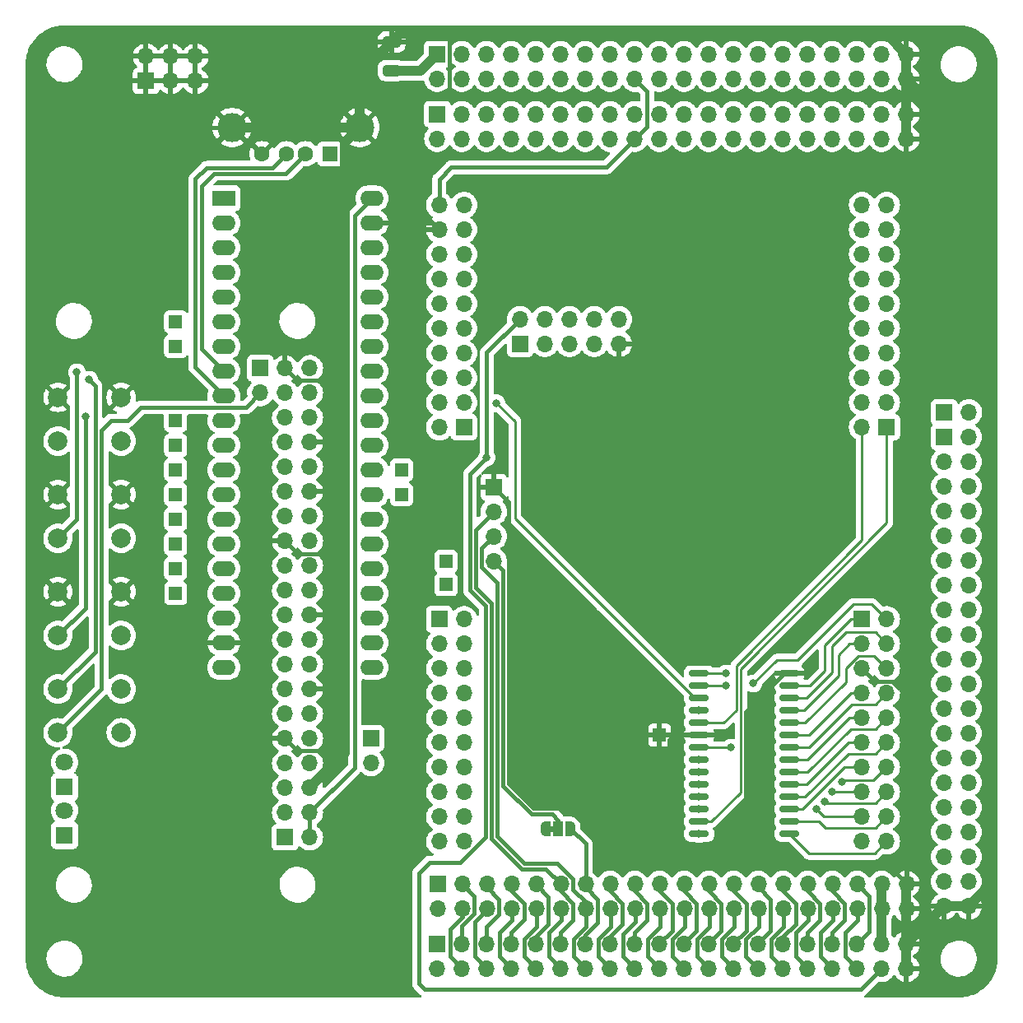
<source format=gbr>
%TF.GenerationSoftware,KiCad,Pcbnew,7.0.7-7.0.7~ubuntu20.04.1*%
%TF.CreationDate,2023-09-08T15:38:01+02:00*%
%TF.ProjectId,cpld_board_max2,63706c64-5f62-46f6-9172-645f6d617832,rev?*%
%TF.SameCoordinates,Original*%
%TF.FileFunction,Copper,L1,Top*%
%TF.FilePolarity,Positive*%
%FSLAX46Y46*%
G04 Gerber Fmt 4.6, Leading zero omitted, Abs format (unit mm)*
G04 Created by KiCad (PCBNEW 7.0.7-7.0.7~ubuntu20.04.1) date 2023-09-08 15:38:01*
%MOMM*%
%LPD*%
G01*
G04 APERTURE LIST*
G04 Aperture macros list*
%AMRoundRect*
0 Rectangle with rounded corners*
0 $1 Rounding radius*
0 $2 $3 $4 $5 $6 $7 $8 $9 X,Y pos of 4 corners*
0 Add a 4 corners polygon primitive as box body*
4,1,4,$2,$3,$4,$5,$6,$7,$8,$9,$2,$3,0*
0 Add four circle primitives for the rounded corners*
1,1,$1+$1,$2,$3*
1,1,$1+$1,$4,$5*
1,1,$1+$1,$6,$7*
1,1,$1+$1,$8,$9*
0 Add four rect primitives between the rounded corners*
20,1,$1+$1,$2,$3,$4,$5,0*
20,1,$1+$1,$4,$5,$6,$7,0*
20,1,$1+$1,$6,$7,$8,$9,0*
20,1,$1+$1,$8,$9,$2,$3,0*%
%AMFreePoly0*
4,1,19,0.550000,-0.750000,0.000000,-0.750000,0.000000,-0.744911,-0.071157,-0.744911,-0.207708,-0.704816,-0.327430,-0.627875,-0.420627,-0.520320,-0.479746,-0.390866,-0.500000,-0.250000,-0.500000,0.250000,-0.479746,0.390866,-0.420627,0.520320,-0.327430,0.627875,-0.207708,0.704816,-0.071157,0.744911,0.000000,0.744911,0.000000,0.750000,0.550000,0.750000,0.550000,-0.750000,0.550000,-0.750000,
$1*%
%AMFreePoly1*
4,1,19,0.000000,0.744911,0.071157,0.744911,0.207708,0.704816,0.327430,0.627875,0.420627,0.520320,0.479746,0.390866,0.500000,0.250000,0.500000,-0.250000,0.479746,-0.390866,0.420627,-0.520320,0.327430,-0.627875,0.207708,-0.704816,0.071157,-0.744911,0.000000,-0.744911,0.000000,-0.750000,-0.550000,-0.750000,-0.550000,0.750000,0.000000,0.750000,0.000000,0.744911,0.000000,0.744911,
$1*%
G04 Aperture macros list end*
%TA.AperFunction,ComponentPad*%
%ADD10R,1.700000X1.700000*%
%TD*%
%TA.AperFunction,ComponentPad*%
%ADD11O,1.700000X1.700000*%
%TD*%
%TA.AperFunction,ComponentPad*%
%ADD12R,1.600000X1.500000*%
%TD*%
%TA.AperFunction,ComponentPad*%
%ADD13C,1.600000*%
%TD*%
%TA.AperFunction,ComponentPad*%
%ADD14C,3.000000*%
%TD*%
%TA.AperFunction,ComponentPad*%
%ADD15R,1.350000X1.350000*%
%TD*%
%TA.AperFunction,SMDPad,CuDef*%
%ADD16FreePoly0,0.000000*%
%TD*%
%TA.AperFunction,SMDPad,CuDef*%
%ADD17R,1.000000X1.500000*%
%TD*%
%TA.AperFunction,SMDPad,CuDef*%
%ADD18FreePoly1,0.000000*%
%TD*%
%TA.AperFunction,ComponentPad*%
%ADD19R,2.400000X1.600000*%
%TD*%
%TA.AperFunction,ComponentPad*%
%ADD20O,2.400000X1.600000*%
%TD*%
%TA.AperFunction,SMDPad,CuDef*%
%ADD21RoundRect,0.250000X0.650000X-0.325000X0.650000X0.325000X-0.650000X0.325000X-0.650000X-0.325000X0*%
%TD*%
%TA.AperFunction,ComponentPad*%
%ADD22R,1.800000X1.800000*%
%TD*%
%TA.AperFunction,ComponentPad*%
%ADD23C,1.800000*%
%TD*%
%TA.AperFunction,SMDPad,CuDef*%
%ADD24RoundRect,0.150000X0.875000X0.150000X-0.875000X0.150000X-0.875000X-0.150000X0.875000X-0.150000X0*%
%TD*%
%TA.AperFunction,ComponentPad*%
%ADD25C,2.000000*%
%TD*%
%TA.AperFunction,ViaPad*%
%ADD26C,0.800000*%
%TD*%
%TA.AperFunction,Conductor*%
%ADD27C,0.400000*%
%TD*%
%TA.AperFunction,Conductor*%
%ADD28C,1.000000*%
%TD*%
%TA.AperFunction,Conductor*%
%ADD29C,0.250000*%
%TD*%
G04 APERTURE END LIST*
%TA.AperFunction,EtchedComponent*%
%TO.C,JP1*%
G36*
X154383000Y-122982000D02*
G01*
X153883000Y-122982000D01*
X153883000Y-122382000D01*
X154383000Y-122382000D01*
X154383000Y-122982000D01*
G37*
%TD.AperFunction*%
%TD*%
D10*
%TO.P,J1,1,Pin_1*%
%TO.N,+5V*%
X142360000Y-42957000D03*
D11*
%TO.P,J1,2,Pin_2*%
X142360000Y-45497000D03*
%TO.P,J1,3,Pin_3*%
%TO.N,/PHI1_e*%
X144900000Y-42957000D03*
%TO.P,J1,4,Pin_4*%
%TO.N,/PHI2_e*%
X144900000Y-45497000D03*
%TO.P,J1,5,Pin_5*%
%TO.N,/~{IORD}*%
X147440000Y-42957000D03*
%TO.P,J1,6,Pin_6*%
%TO.N,/R{slash}~{W}_e*%
X147440000Y-45497000D03*
%TO.P,J1,7,Pin_7*%
%TO.N,/~{MRD}*%
X149980000Y-42957000D03*
%TO.P,J1,8,Pin_8*%
%TO.N,/~{MWR}*%
X149980000Y-45497000D03*
%TO.P,J1,9,Pin_9*%
%TO.N,/~{IOWR}*%
X152520000Y-42957000D03*
%TO.P,J1,10,Pin_10*%
%TO.N,/D0*%
X152520000Y-45497000D03*
%TO.P,J1,11,Pin_11*%
%TO.N,/D1*%
X155060000Y-42957000D03*
%TO.P,J1,12,Pin_12*%
%TO.N,/D2*%
X155060000Y-45497000D03*
%TO.P,J1,13,Pin_13*%
%TO.N,/D3*%
X157600000Y-42957000D03*
%TO.P,J1,14,Pin_14*%
%TO.N,/D4*%
X157600000Y-45497000D03*
%TO.P,J1,15,Pin_15*%
%TO.N,/D5*%
X160140000Y-42957000D03*
%TO.P,J1,16,Pin_16*%
%TO.N,/D6*%
X160140000Y-45497000D03*
%TO.P,J1,17,Pin_17*%
%TO.N,/D7*%
X162680000Y-42957000D03*
%TO.P,J1,18,Pin_18*%
%TO.N,/~{RST}*%
X162680000Y-45497000D03*
%TO.P,J1,19,Pin_19*%
%TO.N,/A0*%
X165220000Y-42957000D03*
%TO.P,J1,20,Pin_20*%
%TO.N,/A1*%
X165220000Y-45497000D03*
%TO.P,J1,21,Pin_21*%
%TO.N,/A2*%
X167760000Y-42957000D03*
%TO.P,J1,22,Pin_22*%
%TO.N,/A3*%
X167760000Y-45497000D03*
%TO.P,J1,23,Pin_23*%
%TO.N,/A4*%
X170300000Y-42957000D03*
%TO.P,J1,24,Pin_24*%
%TO.N,/A5*%
X170300000Y-45497000D03*
%TO.P,J1,25,Pin_25*%
%TO.N,/A6*%
X172840000Y-42957000D03*
%TO.P,J1,26,Pin_26*%
%TO.N,/A7*%
X172840000Y-45497000D03*
%TO.P,J1,27,Pin_27*%
%TO.N,/A8*%
X175380000Y-42957000D03*
%TO.P,J1,28,Pin_28*%
%TO.N,/A9*%
X175380000Y-45497000D03*
%TO.P,J1,29,Pin_29*%
%TO.N,/A10*%
X177920000Y-42957000D03*
%TO.P,J1,30,Pin_30*%
%TO.N,/A11*%
X177920000Y-45497000D03*
%TO.P,J1,31,Pin_31*%
%TO.N,/A12*%
X180460000Y-42957000D03*
%TO.P,J1,32,Pin_32*%
%TO.N,/A13*%
X180460000Y-45497000D03*
%TO.P,J1,33,Pin_33*%
%TO.N,/A14*%
X183000000Y-42957000D03*
%TO.P,J1,34,Pin_34*%
%TO.N,/A15*%
X183000000Y-45497000D03*
%TO.P,J1,35,Pin_35*%
%TO.N,/A16*%
X185540000Y-42957000D03*
%TO.P,J1,36,Pin_36*%
%TO.N,/A17*%
X185540000Y-45497000D03*
%TO.P,J1,37,Pin_37*%
%TO.N,/A18*%
X188080000Y-42957000D03*
%TO.P,J1,38,Pin_38*%
%TO.N,/A19*%
X188080000Y-45497000D03*
%TO.P,J1,39,Pin_39*%
%TO.N,GND*%
X190620000Y-42957000D03*
%TO.P,J1,40,Pin_40*%
X190620000Y-45497000D03*
%TD*%
D12*
%TO.P,J8,1,VBUS*%
%TO.N,+5V*%
X131318000Y-53213000D03*
D13*
%TO.P,J8,2,D-*%
%TO.N,/uA11*%
X128818000Y-53213000D03*
%TO.P,J8,3,D+*%
%TO.N,/uA12*%
X126818000Y-53213000D03*
%TO.P,J8,4,GND*%
%TO.N,GND*%
X124318000Y-53213000D03*
D14*
%TO.P,J8,5,Shield*%
X134388000Y-50503000D03*
X121248000Y-50503000D03*
%TD*%
D15*
%TO.P,J17,1,Pin_1*%
%TO.N,/uA9*%
X115443000Y-70485000D03*
%TD*%
%TO.P,J26,1,Pin_1*%
%TO.N,/SDA*%
X115443000Y-93345000D03*
%TD*%
D10*
%TO.P,J13,1,Pin_1*%
%TO.N,/VSYN#*%
X150876000Y-72771000D03*
D11*
%TO.P,J13,2,Pin_2*%
%TO.N,+3V3*%
X150876000Y-70231000D03*
%TO.P,J13,3,Pin_3*%
%TO.N,/HSYN#*%
X153416000Y-72771000D03*
%TO.P,J13,4,Pin_4*%
%TO.N,/BL#*%
X153416000Y-70231000D03*
%TO.P,J13,5,Pin_5*%
%TO.N,/BH#*%
X155956000Y-72771000D03*
%TO.P,J13,6,Pin_6*%
%TO.N,/GL#*%
X155956000Y-70231000D03*
%TO.P,J13,7,Pin_7*%
%TO.N,/GH#*%
X158496000Y-72771000D03*
%TO.P,J13,8,Pin_8*%
%TO.N,/RL#*%
X158496000Y-70231000D03*
%TO.P,J13,9,Pin_9*%
%TO.N,GND*%
X161036000Y-72771000D03*
%TO.P,J13,10,Pin_10*%
%TO.N,/RH#*%
X161036000Y-70231000D03*
%TD*%
D10*
%TO.P,J11,1,Pin_1*%
%TO.N,Net-(J11-Pin_1)*%
X124153169Y-75275648D03*
D11*
%TO.P,J11,2,Pin_2*%
%TO.N,Net-(J11-Pin_2)*%
X124153169Y-77815648D03*
%TD*%
D15*
%TO.P,J18,1,Pin_1*%
%TO.N,/TX*%
X138684000Y-88265000D03*
%TD*%
%TO.P,J23,1,Pin_1*%
%TO.N,/B4*%
X115443000Y-85725000D03*
%TD*%
D16*
%TO.P,JP1,1,A*%
%TO.N,/RD6*%
X153483000Y-122682000D03*
D17*
%TO.P,JP1,2,C*%
%TO.N,Net-(JP1-C)*%
X154783000Y-122682000D03*
D18*
%TO.P,JP1,3,B*%
%TO.N,/CLKS*%
X156083000Y-122682000D03*
%TD*%
D15*
%TO.P,J16,1,Pin_1*%
%TO.N,/C14*%
X143256000Y-95123000D03*
%TD*%
%TO.P,J29,1,Pin_1*%
%TO.N,GND*%
X165227000Y-113030000D03*
%TD*%
D19*
%TO.P,J6,1,Pin_1*%
%TO.N,/~{CS_SD}*%
X120396000Y-57785000D03*
D20*
%TO.P,J6,2,Pin_2*%
%TO.N,/SCK_SD*%
X120396000Y-60325000D03*
%TO.P,J6,3,Pin_3*%
%TO.N,/MISO_SD*%
X120396000Y-62865000D03*
%TO.P,J6,4,Pin_4*%
%TO.N,/MOSI_SD*%
X120396000Y-65405000D03*
%TO.P,J6,5,Pin_5*%
%TO.N,/DET_SD*%
X120396000Y-67945000D03*
%TO.P,J6,6,Pin_6*%
%TO.N,/uA9*%
X120396000Y-70485000D03*
%TO.P,J6,7,Pin_7*%
%TO.N,/uA10*%
X120396000Y-73025000D03*
%TO.P,J6,8,Pin_8*%
%TO.N,/uA11*%
X120396000Y-75565000D03*
%TO.P,J6,9,Pin_9*%
%TO.N,/uA12*%
X120396000Y-78105000D03*
%TO.P,J6,10,Pin_10*%
%TO.N,/uA15*%
X120396000Y-80645000D03*
%TO.P,J6,11,Pin_11*%
%TO.N,/B3*%
X120396000Y-83185000D03*
%TO.P,J6,12,Pin_12*%
%TO.N,/B4*%
X120396000Y-85725000D03*
%TO.P,J6,13,Pin_13*%
%TO.N,/B5*%
X120396000Y-88265000D03*
%TO.P,J6,14,Pin_14*%
%TO.N,/SCL*%
X120396000Y-90805000D03*
%TO.P,J6,15,Pin_15*%
%TO.N,/SDA*%
X120396000Y-93345000D03*
%TO.P,J6,16,Pin_16*%
%TO.N,/B8*%
X120396000Y-95885000D03*
%TO.P,J6,17,Pin_17*%
%TO.N,/B9*%
X120396000Y-98425000D03*
%TO.P,J6,18,Pin_18*%
%TO.N,/5V*%
X120396000Y-100965000D03*
%TO.P,J6,19,Pin_19*%
%TO.N,GND*%
X120396000Y-103505000D03*
%TO.P,J6,20,Pin_20*%
%TO.N,/3V3*%
X120396000Y-106045000D03*
%TO.P,J6,21,Pin_21*%
%TO.N,/VB*%
X135636000Y-106045000D03*
%TO.P,J6,22,Pin_22*%
%TO.N,/C13*%
X135636000Y-103505000D03*
%TO.P,J6,23,Pin_23*%
%TO.N,/C14*%
X135636000Y-100965000D03*
%TO.P,J6,24,Pin_24*%
%TO.N,/C15*%
X135636000Y-98425000D03*
%TO.P,J6,25,Pin_25*%
%TO.N,/~{STMRST}*%
X135636000Y-95885000D03*
%TO.P,J6,26,Pin_26*%
%TO.N,/75*%
X135636000Y-93345000D03*
%TO.P,J6,27,Pin_27*%
%TO.N,/73*%
X135636000Y-90805000D03*
%TO.P,J6,28,Pin_28*%
%TO.N,/TX*%
X135636000Y-88265000D03*
%TO.P,J6,29,Pin_29*%
%TO.N,/RX*%
X135636000Y-85725000D03*
%TO.P,J6,30,Pin_30*%
%TO.N,/SPEN*%
X135636000Y-83185000D03*
%TO.P,J6,31,Pin_31*%
%TO.N,/SPDAT*%
X135636000Y-80645000D03*
%TO.P,J6,32,Pin_32*%
%TO.N,/Q3*%
X135636000Y-78105000D03*
%TO.P,J6,33,Pin_33*%
%TO.N,/Q10*%
X135636000Y-75565000D03*
%TO.P,J6,34,Pin_34*%
%TO.N,/B0*%
X135636000Y-73025000D03*
%TO.P,J6,35,Pin_35*%
%TO.N,/B1*%
X135636000Y-70485000D03*
%TO.P,J6,36,Pin_36*%
%TO.N,/B2*%
X135636000Y-67945000D03*
%TO.P,J6,37,Pin_37*%
%TO.N,/B10*%
X135636000Y-65405000D03*
%TO.P,J6,38,Pin_38*%
%TO.N,/3V3_2*%
X135636000Y-62865000D03*
%TO.P,J6,39,Pin_39*%
%TO.N,GND*%
X135636000Y-60325000D03*
%TO.P,J6,40,Pin_40*%
%TO.N,+5V*%
X135636000Y-57785000D03*
%TD*%
D10*
%TO.P,J9,1,3V3*%
%TO.N,unconnected-(J9-3V3-Pad1)*%
X126698000Y-123534000D03*
D11*
%TO.P,J9,2,5V*%
%TO.N,+5V*%
X129238000Y-123534000D03*
%TO.P,J9,3,SDA/GPIO2*%
%TO.N,/Q0*%
X126698000Y-120994000D03*
%TO.P,J9,4,5V*%
%TO.N,+5V*%
X129238000Y-120994000D03*
%TO.P,J9,5,SCL/GPIO3*%
%TO.N,/GH*%
X126698000Y-118454000D03*
%TO.P,J9,6,GND*%
%TO.N,GND*%
X129238000Y-118454000D03*
%TO.P,J9,7,GCLK0/GPIO4*%
%TO.N,/Q2*%
X126698000Y-115914000D03*
%TO.P,J9,8,GPIO14/TXD*%
%TO.N,/BH*%
X129238000Y-115914000D03*
%TO.P,J9,9,GND*%
%TO.N,GND*%
X126698000Y-113374000D03*
%TO.P,J9,10,GPIO15/RXD*%
%TO.N,/GL*%
X129238000Y-113374000D03*
%TO.P,J9,11,GPIO17*%
%TO.N,/HSYN*%
X126698000Y-110834000D03*
%TO.P,J9,12,GPIO18/PWM0*%
%TO.N,/BL*%
X129238000Y-110834000D03*
%TO.P,J9,13,GPIO27*%
%TO.N,/GP27*%
X126698000Y-108294000D03*
%TO.P,J9,14,GND*%
%TO.N,GND*%
X129238000Y-108294000D03*
%TO.P,J9,15,GPIO22*%
%TO.N,/C14*%
X126698000Y-105754000D03*
%TO.P,J9,16,GPIO23*%
%TO.N,/C13*%
X129238000Y-105754000D03*
%TO.P,J9,17,3V3*%
%TO.N,unconnected-(J9-3V3-Pad17)*%
X126698000Y-103214000D03*
%TO.P,J9,18,GPIO24*%
%TO.N,/C15*%
X129238000Y-103214000D03*
%TO.P,J9,19,MOSI0/GPIO10*%
%TO.N,/75*%
X126698000Y-100674000D03*
%TO.P,J9,20,GND*%
%TO.N,GND*%
X129238000Y-100674000D03*
%TO.P,J9,21,MISO0/GPIO9*%
%TO.N,/73*%
X126698000Y-98134000D03*
%TO.P,J9,22,GPIO25*%
%TO.N,/GP25*%
X129238000Y-98134000D03*
%TO.P,J9,23,SCLK0/GPIO11*%
%TO.N,/Q9*%
X126698000Y-95594000D03*
%TO.P,J9,24,~{CE0}/GPIO8*%
%TO.N,/Q6*%
X129238000Y-95594000D03*
%TO.P,J9,25,GND*%
%TO.N,GND*%
X126698000Y-93054000D03*
%TO.P,J9,26,~{CE1}/GPIO7*%
%TO.N,/Q5*%
X129238000Y-93054000D03*
%TO.P,J9,27,ID_SD/GPIO0*%
%TO.N,/SPDAT*%
X126698000Y-90514000D03*
%TO.P,J9,28,ID_SC/GPIO1*%
%TO.N,/SPEN*%
X129238000Y-90514000D03*
%TO.P,J9,29,GCLK1/GPIO5*%
%TO.N,/Q3*%
X126698000Y-87974000D03*
%TO.P,J9,30,GND*%
%TO.N,GND*%
X129238000Y-87974000D03*
%TO.P,J9,31,GCLK2/GPIO6*%
%TO.N,/B0*%
X126698000Y-85434000D03*
%TO.P,J9,32,PWM0/GPIO12*%
%TO.N,/Q10*%
X129238000Y-85434000D03*
%TO.P,J9,33,PWM1/GPIO13*%
%TO.N,/B1*%
X126698000Y-82894000D03*
%TO.P,J9,34,GND*%
%TO.N,GND*%
X129238000Y-82894000D03*
%TO.P,J9,35,GPIO19/MISO1*%
%TO.N,/GP19*%
X126698000Y-80354000D03*
%TO.P,J9,36,GPIO16*%
%TO.N,/GP16*%
X129238000Y-80354000D03*
%TO.P,J9,37,GPIO26*%
%TO.N,/GP26*%
X126698000Y-77814000D03*
%TO.P,J9,38,GPIO20/MOSI1*%
%TO.N,/B2*%
X129238000Y-77814000D03*
%TO.P,J9,39,GND*%
%TO.N,GND*%
X126698000Y-75274000D03*
%TO.P,J9,40,GPIO21/SCLK1*%
%TO.N,/B10*%
X129238000Y-75274000D03*
%TD*%
D15*
%TO.P,J28,1,Pin_1*%
%TO.N,/B9*%
X115444001Y-98425000D03*
%TD*%
%TO.P,J24,1,Pin_1*%
%TO.N,/B5*%
X115443000Y-88265000D03*
%TD*%
D10*
%TO.P,J2,1,Pin_1*%
%TO.N,+5V*%
X142360000Y-134503000D03*
D11*
%TO.P,J2,2,Pin_2*%
X142360000Y-137043000D03*
%TO.P,J2,3,Pin_3*%
%TO.N,/TX2*%
X144900000Y-134503000D03*
%TO.P,J2,4,Pin_4*%
%TO.N,/RX2*%
X144900000Y-137043000D03*
%TO.P,J2,5,Pin_5*%
%TO.N,/TX3*%
X147440000Y-134503000D03*
%TO.P,J2,6,Pin_6*%
%TO.N,/RX3*%
X147440000Y-137043000D03*
%TO.P,J2,7,Pin_7*%
%TO.N,/RES0*%
X149980000Y-134503000D03*
%TO.P,J2,8,Pin_8*%
%TO.N,/TX_3V*%
X149980000Y-137043000D03*
%TO.P,J2,9,Pin_9*%
%TO.N,/RES1*%
X152520000Y-134503000D03*
%TO.P,J2,10,Pin_10*%
%TO.N,/RX_3V*%
X152520000Y-137043000D03*
%TO.P,J2,11,Pin_11*%
%TO.N,/PH0*%
X155060000Y-134503000D03*
%TO.P,J2,12,Pin_12*%
%TO.N,/~{PH0}*%
X155060000Y-137043000D03*
%TO.P,J2,13,Pin_13*%
%TO.N,/CLKS*%
X157600000Y-134503000D03*
%TO.P,J2,14,Pin_14*%
%TO.N,/CLKF*%
X157600000Y-137043000D03*
%TO.P,J2,15,Pin_15*%
%TO.N,/~{BUSFREE}*%
X160140000Y-134503000D03*
%TO.P,J2,16,Pin_16*%
%TO.N,/~{RAMWE13}*%
X160140000Y-137043000D03*
%TO.P,J2,17,Pin_17*%
%TO.N,/~{RAMWE12}*%
X162680000Y-134503000D03*
%TO.P,J2,18,Pin_18*%
%TO.N,/~{RAMWE11}*%
X162680000Y-137043000D03*
%TO.P,J2,19,Pin_19*%
%TO.N,/~{RAMWE10}*%
X165220000Y-134503000D03*
%TO.P,J2,20,Pin_20*%
%TO.N,/~{RAMWE9}*%
X165220000Y-137043000D03*
%TO.P,J2,21,Pin_21*%
%TO.N,/~{RAMWE8}*%
X167760000Y-134503000D03*
%TO.P,J2,22,Pin_22*%
%TO.N,/~{RAMWE7}*%
X167760000Y-137043000D03*
%TO.P,J2,23,Pin_23*%
%TO.N,/~{RAMWE6}*%
X170300000Y-134503000D03*
%TO.P,J2,24,Pin_24*%
%TO.N,/~{RAMWE5}*%
X170300000Y-137043000D03*
%TO.P,J2,25,Pin_25*%
%TO.N,/~{RAMWE4}*%
X172840000Y-134503000D03*
%TO.P,J2,26,Pin_26*%
%TO.N,/~{RAMWE3}*%
X172840000Y-137043000D03*
%TO.P,J2,27,Pin_27*%
%TO.N,/~{RAMWE2}*%
X175380000Y-134503000D03*
%TO.P,J2,28,Pin_28*%
%TO.N,/~{RAMWE1}*%
X175380000Y-137043000D03*
%TO.P,J2,29,Pin_29*%
%TO.N,/~{RAMWE0}*%
X177920000Y-134503000D03*
%TO.P,J2,30,Pin_30*%
%TO.N,/MOSI*%
X177920000Y-137043000D03*
%TO.P,J2,31,Pin_31*%
%TO.N,/SCK*%
X180460000Y-134503000D03*
%TO.P,J2,32,Pin_32*%
%TO.N,/TDRTN*%
X180460000Y-137043000D03*
%TO.P,J2,33,Pin_33*%
%TO.N,/TMS*%
X183000000Y-134503000D03*
%TO.P,J2,34,Pin_34*%
%TO.N,/TDO*%
X183000000Y-137043000D03*
%TO.P,J2,35,Pin_35*%
%TO.N,/TCK*%
X185540000Y-134503000D03*
%TO.P,J2,36,Pin_36*%
%TO.N,/TDI*%
X185540000Y-137043000D03*
%TO.P,J2,37,Pin_37*%
%TO.N,+3V3*%
X188080000Y-134503000D03*
%TO.P,J2,38,Pin_38*%
X188080000Y-137043000D03*
%TO.P,J2,39,Pin_39*%
%TO.N,GND*%
X190620000Y-134503000D03*
%TO.P,J2,40,Pin_40*%
X190620000Y-137043000D03*
%TD*%
D10*
%TO.P,J5,1,Pin_1*%
%TO.N,unconnected-(J5-Pin_1-Pad1)*%
X194503000Y-82360000D03*
D11*
%TO.P,J5,2,Pin_2*%
%TO.N,unconnected-(J5-Pin_2-Pad2)*%
X197043000Y-82360000D03*
%TO.P,J5,3,Pin_3*%
%TO.N,unconnected-(J5-Pin_3-Pad3)*%
X194503000Y-84900000D03*
%TO.P,J5,4,Pin_4*%
%TO.N,unconnected-(J5-Pin_4-Pad4)*%
X197043000Y-84900000D03*
%TO.P,J5,5,Pin_5*%
%TO.N,unconnected-(J5-Pin_5-Pad5)*%
X194503000Y-87440000D03*
%TO.P,J5,6,Pin_6*%
%TO.N,/R{slash}~{W}_s*%
X197043000Y-87440000D03*
%TO.P,J5,7,Pin_7*%
%TO.N,unconnected-(J5-Pin_7-Pad7)*%
X194503000Y-89980000D03*
%TO.P,J5,8,Pin_8*%
%TO.N,unconnected-(J5-Pin_8-Pad8)*%
X197043000Y-89980000D03*
%TO.P,J5,9,Pin_9*%
%TO.N,unconnected-(J5-Pin_9-Pad9)*%
X194503000Y-92520000D03*
%TO.P,J5,10,Pin_10*%
%TO.N,unconnected-(J5-Pin_10-Pad10)*%
X197043000Y-92520000D03*
%TO.P,J5,11,Pin_11*%
%TO.N,unconnected-(J5-Pin_11-Pad11)*%
X194503000Y-95060000D03*
%TO.P,J5,12,Pin_12*%
%TO.N,unconnected-(J5-Pin_12-Pad12)*%
X197043000Y-95060000D03*
%TO.P,J5,13,Pin_13*%
%TO.N,unconnected-(J5-Pin_13-Pad13)*%
X194503000Y-97600000D03*
%TO.P,J5,14,Pin_14*%
%TO.N,unconnected-(J5-Pin_14-Pad14)*%
X197043000Y-97600000D03*
%TO.P,J5,15,Pin_15*%
%TO.N,unconnected-(J5-Pin_15-Pad15)*%
X194503000Y-100140000D03*
%TO.P,J5,16,Pin_16*%
%TO.N,unconnected-(J5-Pin_16-Pad16)*%
X197043000Y-100140000D03*
%TO.P,J5,17,Pin_17*%
%TO.N,unconnected-(J5-Pin_17-Pad17)*%
X194503000Y-102680000D03*
%TO.P,J5,18,Pin_18*%
%TO.N,unconnected-(J5-Pin_18-Pad18)*%
X197043000Y-102680000D03*
%TO.P,J5,19,Pin_19*%
%TO.N,/A0s*%
X194503000Y-105220000D03*
%TO.P,J5,20,Pin_20*%
%TO.N,/A1s*%
X197043000Y-105220000D03*
%TO.P,J5,21,Pin_21*%
%TO.N,/A2s*%
X194503000Y-107760000D03*
%TO.P,J5,22,Pin_22*%
%TO.N,/A3s*%
X197043000Y-107760000D03*
%TO.P,J5,23,Pin_23*%
%TO.N,/A4s*%
X194503000Y-110300000D03*
%TO.P,J5,24,Pin_24*%
%TO.N,/A5s*%
X197043000Y-110300000D03*
%TO.P,J5,25,Pin_25*%
%TO.N,/A6s*%
X194503000Y-112840000D03*
%TO.P,J5,26,Pin_26*%
%TO.N,/A7s*%
X197043000Y-112840000D03*
%TO.P,J5,27,Pin_27*%
%TO.N,/A8s*%
X194503000Y-115380000D03*
%TO.P,J5,28,Pin_28*%
%TO.N,/A9s*%
X197043000Y-115380000D03*
%TO.P,J5,29,Pin_29*%
%TO.N,/A10s*%
X194503000Y-117920000D03*
%TO.P,J5,30,Pin_30*%
%TO.N,/A11s*%
X197043000Y-117920000D03*
%TO.P,J5,31,Pin_31*%
%TO.N,/A12s*%
X194503000Y-120460000D03*
%TO.P,J5,32,Pin_32*%
%TO.N,/A13s*%
X197043000Y-120460000D03*
%TO.P,J5,33,Pin_33*%
%TO.N,/A14s*%
X194503000Y-123000000D03*
%TO.P,J5,34,Pin_34*%
%TO.N,/A15s*%
X197043000Y-123000000D03*
%TO.P,J5,35,Pin_35*%
%TO.N,/A16s*%
X194503000Y-125540000D03*
%TO.P,J5,36,Pin_36*%
%TO.N,/A17s*%
X197043000Y-125540000D03*
%TO.P,J5,37,Pin_37*%
%TO.N,/A18s*%
X194503000Y-128080000D03*
%TO.P,J5,38,Pin_38*%
%TO.N,/A19s*%
X197043000Y-128080000D03*
%TO.P,J5,39,Pin_39*%
%TO.N,GND*%
X194503000Y-130620000D03*
%TO.P,J5,40,Pin_40*%
X197043000Y-130620000D03*
%TD*%
D15*
%TO.P,J27,1,Pin_1*%
%TO.N,/B8*%
X115443000Y-95885000D03*
%TD*%
D21*
%TO.P,C4,1*%
%TO.N,+5V*%
X137668000Y-44655000D03*
%TO.P,C4,2*%
%TO.N,GND*%
X137668000Y-41705000D03*
%TD*%
D15*
%TO.P,J22,1,Pin_1*%
%TO.N,/B3*%
X115443000Y-83213000D03*
%TD*%
D10*
%TO.P,J4,1,Pin_1*%
%TO.N,+5V*%
X142369130Y-128328879D03*
D11*
%TO.P,J4,2,Pin_2*%
X142369130Y-130868879D03*
%TO.P,J4,3,Pin_3*%
%TO.N,/TX2*%
X144909130Y-128328879D03*
%TO.P,J4,4,Pin_4*%
%TO.N,/RX2*%
X144909130Y-130868879D03*
%TO.P,J4,5,Pin_5*%
%TO.N,/TX3*%
X147449130Y-128328879D03*
%TO.P,J4,6,Pin_6*%
%TO.N,/RX3*%
X147449130Y-130868879D03*
%TO.P,J4,7,Pin_7*%
%TO.N,/RES0*%
X149989130Y-128328879D03*
%TO.P,J4,8,Pin_8*%
%TO.N,/TX_3V*%
X149989130Y-130868879D03*
%TO.P,J4,9,Pin_9*%
%TO.N,/RES1*%
X152529130Y-128328879D03*
%TO.P,J4,10,Pin_10*%
%TO.N,/RX_3V*%
X152529130Y-130868879D03*
%TO.P,J4,11,Pin_11*%
%TO.N,/PH0*%
X155069130Y-128328879D03*
%TO.P,J4,12,Pin_12*%
%TO.N,/~{PH0}*%
X155069130Y-130868879D03*
%TO.P,J4,13,Pin_13*%
%TO.N,/CLKS*%
X157609130Y-128328879D03*
%TO.P,J4,14,Pin_14*%
%TO.N,/CLKF*%
X157609130Y-130868879D03*
%TO.P,J4,15,Pin_15*%
%TO.N,/~{BUSFREE}*%
X160149130Y-128328879D03*
%TO.P,J4,16,Pin_16*%
%TO.N,/~{RAMWE13}*%
X160149130Y-130868879D03*
%TO.P,J4,17,Pin_17*%
%TO.N,/~{RAMWE12}*%
X162689130Y-128328879D03*
%TO.P,J4,18,Pin_18*%
%TO.N,/~{RAMWE11}*%
X162689130Y-130868879D03*
%TO.P,J4,19,Pin_19*%
%TO.N,/~{RAMWE10}*%
X165229130Y-128328879D03*
%TO.P,J4,20,Pin_20*%
%TO.N,/~{RAMWE9}*%
X165229130Y-130868879D03*
%TO.P,J4,21,Pin_21*%
%TO.N,/~{RAMWE8}*%
X167769130Y-128328879D03*
%TO.P,J4,22,Pin_22*%
%TO.N,/~{RAMWE7}*%
X167769130Y-130868879D03*
%TO.P,J4,23,Pin_23*%
%TO.N,/~{RAMWE6}*%
X170309130Y-128328879D03*
%TO.P,J4,24,Pin_24*%
%TO.N,/~{RAMWE5}*%
X170309130Y-130868879D03*
%TO.P,J4,25,Pin_25*%
%TO.N,/~{RAMWE4}*%
X172849130Y-128328879D03*
%TO.P,J4,26,Pin_26*%
%TO.N,/~{RAMWE3}*%
X172849130Y-130868879D03*
%TO.P,J4,27,Pin_27*%
%TO.N,/~{RAMWE2}*%
X175389130Y-128328879D03*
%TO.P,J4,28,Pin_28*%
%TO.N,/~{RAMWE1}*%
X175389130Y-130868879D03*
%TO.P,J4,29,Pin_29*%
%TO.N,/~{RAMWE0}*%
X177929130Y-128328879D03*
%TO.P,J4,30,Pin_30*%
%TO.N,/MOSI*%
X177929130Y-130868879D03*
%TO.P,J4,31,Pin_31*%
%TO.N,/SCK*%
X180469130Y-128328879D03*
%TO.P,J4,32,Pin_32*%
%TO.N,/TDRTN*%
X180469130Y-130868879D03*
%TO.P,J4,33,Pin_33*%
%TO.N,/TMS*%
X183009130Y-128328879D03*
%TO.P,J4,34,Pin_34*%
%TO.N,/TDO*%
X183009130Y-130868879D03*
%TO.P,J4,35,Pin_35*%
%TO.N,/TCK*%
X185549130Y-128328879D03*
%TO.P,J4,36,Pin_36*%
%TO.N,/TDI*%
X185549130Y-130868879D03*
%TO.P,J4,37,Pin_37*%
%TO.N,+3V3*%
X188089130Y-128328879D03*
%TO.P,J4,38,Pin_38*%
X188089130Y-130868879D03*
%TO.P,J4,39,Pin_39*%
%TO.N,GND*%
X190629130Y-128328879D03*
%TO.P,J4,40,Pin_40*%
X190629130Y-130868879D03*
%TD*%
D22*
%TO.P,D2,1,K*%
%TO.N,Net-(D2-K)*%
X104013000Y-118369000D03*
D23*
%TO.P,D2,2,A*%
%TO.N,/GP27*%
X104013000Y-115829000D03*
%TD*%
D10*
%TO.P,J12,1,Pin_1*%
%TO.N,/GL*%
X135534400Y-113334800D03*
D11*
%TO.P,J12,2,Pin_2*%
%TO.N,/BH*%
X135534400Y-115874800D03*
%TD*%
D15*
%TO.P,J19,1,Pin_1*%
%TO.N,/uA10*%
X115443000Y-73025000D03*
%TD*%
%TO.P,J14,1,Pin_1*%
%TO.N,/C13*%
X143256000Y-97536000D03*
%TD*%
D10*
%TO.P,J15,1,Pin_1*%
%TO.N,/OUT{slash}~{IN}*%
X194505197Y-79819841D03*
D11*
%TO.P,J15,2,Pin_2*%
%TO.N,/~{CS_ext}*%
X197045197Y-79819841D03*
%TD*%
%TO.P,U1,1,IO2_1*%
%TO.N,/A18s*%
X186055000Y-123952000D03*
%TO.P,U1,2,IO1_2*%
%TO.N,/A19s*%
X188595000Y-123952000D03*
%TO.P,U1,3,IO1_3*%
%TO.N,/A16s*%
X186055000Y-121412000D03*
%TO.P,U1,4,IO1_4*%
%TO.N,/A17s*%
X188595000Y-121412000D03*
%TO.P,U1,5,IO1_5*%
%TO.N,/A14s*%
X186055000Y-118872000D03*
%TO.P,U1,6,IO1_6*%
%TO.N,/A15s*%
X188595000Y-118872000D03*
%TO.P,U1,7,IO1_7*%
%TO.N,/A12s*%
X186055000Y-116332000D03*
%TO.P,U1,8,IO1_8*%
%TO.N,/A13s*%
X188595000Y-116332000D03*
%TO.P,U1,9,3V3*%
%TO.N,unconnected-(U1-3V3-Pad9)*%
X145095000Y-58482000D03*
%TO.P,U1,10,GND*%
%TO.N,GND*%
X186055000Y-106172000D03*
D10*
%TO.P,U1,11,GND*%
X148167211Y-87490101D03*
D11*
%TO.P,U1,14,IO1_14/GCLK1*%
%TO.N,Net-(JP1-C)*%
X148167211Y-95110101D03*
%TO.P,U1,15,IO1_15*%
%TO.N,/A10s*%
X186055000Y-113792000D03*
%TO.P,U1,16,IO1_16*%
%TO.N,/A11s*%
X188595000Y-113792000D03*
%TO.P,U1,17,IO1_17*%
%TO.N,/A8s*%
X186055000Y-111252000D03*
%TO.P,U1,18,IO1_18*%
%TO.N,/A9s*%
X188595000Y-111252000D03*
%TO.P,U1,19,IO1_19*%
%TO.N,/A6s*%
X186055000Y-108712000D03*
%TO.P,U1,20,IO1_20*%
%TO.N,/A7s*%
X188595000Y-108712000D03*
%TO.P,U1,21,IO1_21*%
%TO.N,/A4s*%
X188595000Y-106172000D03*
%TO.P,U1,26,IO1_26*%
%TO.N,/A5s*%
X186055000Y-103632000D03*
%TO.P,U1,27,IO1_27*%
%TO.N,/A2s*%
X188595000Y-103632000D03*
D10*
%TO.P,U1,28,IO1_28*%
%TO.N,/A3s*%
X186055000Y-101092000D03*
D11*
%TO.P,U1,29,IO1_29*%
%TO.N,/A0s*%
X188595000Y-101092000D03*
D10*
%TO.P,U1,30,IO1_30*%
%TO.N,/OUT{slash}~{IN}*%
X188595000Y-81342000D03*
D11*
%TO.P,U1,33,IO1_33*%
%TO.N,/R{slash}~{W}_s*%
X186055000Y-81342000D03*
%TO.P,U1,34,IO1_34*%
%TO.N,/~{CS_ext}*%
X188595000Y-78802000D03*
%TO.P,U1,35,IO1_35*%
%TO.N,/A1s*%
X186055000Y-78802000D03*
%TO.P,U1,36,IO1_36*%
%TO.N,/A18*%
X188595000Y-76262000D03*
%TO.P,U1,37,IO1_37*%
%TO.N,/A19*%
X186055000Y-76262000D03*
%TO.P,U1,38,IO1_38*%
%TO.N,/A16*%
X188595000Y-73722000D03*
%TO.P,U1,39,IO1_39*%
%TO.N,/A17*%
X186055000Y-73722000D03*
%TO.P,U1,40,IO1_40*%
%TO.N,/A14*%
X188595000Y-71182000D03*
%TO.P,U1,41,IO1_41*%
%TO.N,/A15*%
X186055000Y-71182000D03*
%TO.P,U1,42,IO1_42*%
%TO.N,/A5*%
X188595000Y-68642000D03*
%TO.P,U1,43,IO1_43/DEV_OE*%
%TO.N,/A4*%
X186055000Y-68642000D03*
%TO.P,U1,44,IO1_44/DEV_CLRn*%
%TO.N,/A7*%
X188595000Y-66102000D03*
%TO.P,U1,47,IO1_47*%
%TO.N,/A6*%
X186055000Y-66102000D03*
%TO.P,U1,48,IO1_48*%
%TO.N,/A9*%
X188595000Y-63562000D03*
%TO.P,U1,49,IO1_49*%
%TO.N,/A8*%
X186055000Y-63562000D03*
%TO.P,U1,50,IO1_50*%
%TO.N,/A11*%
X188595000Y-61022000D03*
%TO.P,U1,51,IO1_51*%
%TO.N,/A10*%
X186055000Y-61022000D03*
%TO.P,U1,52,IO2_52*%
%TO.N,/A13*%
X188595000Y-58482000D03*
%TO.P,U1,53,IO2_53*%
%TO.N,/A12*%
X186055000Y-58482000D03*
%TO.P,U1,54,IO2_54*%
%TO.N,/~{RST}*%
X142555000Y-58482000D03*
%TO.P,U1,55,IO2_55*%
%TO.N,/B10*%
X142555000Y-63562000D03*
%TO.P,U1,56,IO2_56*%
%TO.N,/B2*%
X145095000Y-63562000D03*
%TO.P,U1,57,IO2_57*%
%TO.N,/B1*%
X142555000Y-66102000D03*
%TO.P,U1,58,IO2_58*%
%TO.N,/B0*%
X145095000Y-66102000D03*
%TO.P,U1,61,IO2_61*%
%TO.N,/Q10*%
X142555000Y-68642000D03*
%TO.P,U1,62,IO2_62/GCLK2*%
%TO.N,/CLKF*%
X148167211Y-92570101D03*
%TO.P,U1,64,IO2_64/GCLK3*%
%TO.N,/PH0*%
X148167211Y-90030101D03*
%TO.P,U1,65,GND*%
%TO.N,GND*%
X142555000Y-61022000D03*
%TO.P,U1,66,IO2_66*%
%TO.N,/Q3*%
X145095000Y-68642000D03*
%TO.P,U1,67,IO2_67*%
%TO.N,/SPDAT*%
X142555000Y-71182000D03*
%TO.P,U1,68,IO2_68*%
%TO.N,/SPEN*%
X145095000Y-71182000D03*
%TO.P,U1,69,IO2_69*%
%TO.N,/Q5*%
X142555000Y-73722000D03*
%TO.P,U1,70,IO2_70*%
%TO.N,/PHI2_e*%
X145095000Y-73722000D03*
%TO.P,U1,71,IO2_71*%
%TO.N,/Q9*%
X142555000Y-76262000D03*
%TO.P,U1,72,IO2_72*%
%TO.N,/Q6*%
X145095000Y-76262000D03*
%TO.P,U1,73,IO2_73*%
%TO.N,/73*%
X142555000Y-78802000D03*
%TO.P,U1,74,IO2_74*%
%TO.N,/74*%
X145095000Y-78802000D03*
%TO.P,U1,75,IO2_75*%
%TO.N,/75*%
X142555000Y-81342000D03*
D10*
%TO.P,U1,76,IO2_76*%
%TO.N,/C15*%
X145095000Y-81342000D03*
%TO.P,U1,77,IO2_77*%
%TO.N,/HSYN*%
X142555000Y-101092000D03*
D11*
%TO.P,U1,78,IO2_78*%
%TO.N,/BL*%
X145095000Y-101092000D03*
%TO.P,U1,81,IO2_81*%
%TO.N,/BH*%
X142555000Y-103632000D03*
%TO.P,U1,82,IO2_82*%
%TO.N,/GL*%
X145095000Y-103632000D03*
%TO.P,U1,83,IO2_83*%
%TO.N,/GH*%
X142555000Y-106172000D03*
%TO.P,U1,84,IO2_84*%
%TO.N,/Q2*%
X145095000Y-106172000D03*
%TO.P,U1,85,IO2_85*%
%TO.N,/R{slash}~{W}_e*%
X142555000Y-108712000D03*
%TO.P,U1,86,IO2_86*%
%TO.N,/Q0*%
X145095000Y-108712000D03*
%TO.P,U1,87,IO2_87*%
%TO.N,/D1*%
X142555000Y-111252000D03*
%TO.P,U1,88,IO2_88*%
%TO.N,/D0*%
X145095000Y-111252000D03*
%TO.P,U1,89,IO2_89*%
%TO.N,/D3*%
X142555000Y-113792000D03*
%TO.P,U1,90,IO2_90*%
%TO.N,/D2*%
X145095000Y-113792000D03*
%TO.P,U1,91,IO2_91*%
%TO.N,/D5*%
X142555000Y-116332000D03*
%TO.P,U1,92,IO2_92*%
%TO.N,/D4*%
X145095000Y-116332000D03*
%TO.P,U1,95,IO2_95*%
%TO.N,/D7*%
X142555000Y-118872000D03*
%TO.P,U1,96,IO2_96*%
%TO.N,/D6*%
X145095000Y-118872000D03*
%TO.P,U1,97,IO2_97*%
%TO.N,/A1*%
X142555000Y-121412000D03*
%TO.P,U1,98,IO2_98*%
%TO.N,/A0*%
X145095000Y-121412000D03*
%TO.P,U1,99,IO2_99*%
%TO.N,/A3*%
X142555000Y-123952000D03*
%TO.P,U1,100,IO2_100*%
%TO.N,/A2*%
X145095000Y-123952000D03*
%TO.P,U1,101,5V*%
%TO.N,+5V*%
X145095000Y-61022000D03*
%TD*%
D22*
%TO.P,D1,1,K*%
%TO.N,Net-(D1-K)*%
X104013000Y-123317000D03*
D23*
%TO.P,D1,2,A*%
%TO.N,/GP25*%
X104013000Y-120777000D03*
%TD*%
D24*
%TO.P,U3,1,A14*%
%TO.N,/A19s*%
X178591000Y-123190000D03*
%TO.P,U3,2,A12*%
%TO.N,/A17s*%
X178591000Y-121920000D03*
%TO.P,U3,3,A7*%
%TO.N,/A12s*%
X178591000Y-120650000D03*
%TO.P,U3,4,A6*%
%TO.N,/A11s*%
X178591000Y-119380000D03*
%TO.P,U3,5,A5*%
%TO.N,/A10s*%
X178591000Y-118110000D03*
%TO.P,U3,6,A4*%
%TO.N,/A9s*%
X178591000Y-116840000D03*
%TO.P,U3,7,A3*%
%TO.N,/A8s*%
X178591000Y-115570000D03*
%TO.P,U3,8,A2*%
%TO.N,/A7s*%
X178591000Y-114300000D03*
%TO.P,U3,9,A1*%
%TO.N,/A6s*%
X178591000Y-113030000D03*
%TO.P,U3,10,A0*%
%TO.N,/A4s*%
X178591000Y-111760000D03*
%TO.P,U3,11,D0*%
%TO.N,/A5s*%
X178591000Y-110490000D03*
%TO.P,U3,12,D1*%
%TO.N,/A2s*%
X178591000Y-109220000D03*
%TO.P,U3,13,D2*%
%TO.N,/A3s*%
X178591000Y-107950000D03*
%TO.P,U3,14,GND*%
%TO.N,GND*%
X178591000Y-106680000D03*
%TO.P,U3,15,D3*%
%TO.N,/A1s*%
X169291000Y-106680000D03*
%TO.P,U3,16,D4*%
%TO.N,/A0s*%
X169291000Y-107950000D03*
%TO.P,U3,17,D5*%
%TO.N,/74*%
X169291000Y-109220000D03*
%TO.P,U3,18,D6*%
%TO.N,/RD6*%
X169291000Y-110490000D03*
%TO.P,U3,19,D7*%
%TO.N,/R{slash}~{W}_s*%
X169291000Y-111760000D03*
%TO.P,U3,20,~{CE}*%
%TO.N,GND*%
X169291000Y-113030000D03*
%TO.P,U3,21,A10*%
%TO.N,/A15s*%
X169291000Y-114300000D03*
%TO.P,U3,22,~{OE}*%
%TO.N,/~{CS_ext}*%
X169291000Y-115570000D03*
%TO.P,U3,23,A11*%
%TO.N,/A16s*%
X169291000Y-116840000D03*
%TO.P,U3,24,A9*%
%TO.N,/A14s*%
X169291000Y-118110000D03*
%TO.P,U3,25,A8*%
%TO.N,/A13s*%
X169291000Y-119380000D03*
%TO.P,U3,26,A13*%
%TO.N,/A18s*%
X169291000Y-120650000D03*
%TO.P,U3,27,~{WE}*%
%TO.N,/OUT{slash}~{IN}*%
X169291000Y-121920000D03*
%TO.P,U3,28,Vcc*%
%TO.N,+3V3*%
X169291000Y-123190000D03*
%TD*%
D10*
%TO.P,J10,1,Pin_1*%
%TO.N,GND*%
X112395000Y-45720000D03*
D11*
%TO.P,J10,2,Pin_2*%
X112395000Y-43180000D03*
%TO.P,J10,3,Pin_3*%
X114935000Y-45720000D03*
%TO.P,J10,4,Pin_4*%
X114935000Y-43180000D03*
%TO.P,J10,5,Pin_5*%
X117475000Y-45720000D03*
%TO.P,J10,6,Pin_6*%
X117475000Y-43180000D03*
%TD*%
D15*
%TO.P,J25,1,Pin_1*%
%TO.N,/SCL*%
X115443000Y-90805000D03*
%TD*%
%TO.P,J20,1,Pin_1*%
%TO.N,/uA15*%
X115443000Y-80645000D03*
%TD*%
D10*
%TO.P,J3,1,Pin_1*%
%TO.N,+5V*%
X142360397Y-49123807D03*
D11*
%TO.P,J3,2,Pin_2*%
X142360397Y-51663807D03*
%TO.P,J3,3,Pin_3*%
%TO.N,/PHI1_e*%
X144900397Y-49123807D03*
%TO.P,J3,4,Pin_4*%
%TO.N,/PHI2_e*%
X144900397Y-51663807D03*
%TO.P,J3,5,Pin_5*%
%TO.N,/~{IORD}*%
X147440397Y-49123807D03*
%TO.P,J3,6,Pin_6*%
%TO.N,/R{slash}~{W}_e*%
X147440397Y-51663807D03*
%TO.P,J3,7,Pin_7*%
%TO.N,/~{MRD}*%
X149980397Y-49123807D03*
%TO.P,J3,8,Pin_8*%
%TO.N,/~{MWR}*%
X149980397Y-51663807D03*
%TO.P,J3,9,Pin_9*%
%TO.N,/~{IOWR}*%
X152520397Y-49123807D03*
%TO.P,J3,10,Pin_10*%
%TO.N,/D0*%
X152520397Y-51663807D03*
%TO.P,J3,11,Pin_11*%
%TO.N,/D1*%
X155060397Y-49123807D03*
%TO.P,J3,12,Pin_12*%
%TO.N,/D2*%
X155060397Y-51663807D03*
%TO.P,J3,13,Pin_13*%
%TO.N,/D3*%
X157600397Y-49123807D03*
%TO.P,J3,14,Pin_14*%
%TO.N,/D4*%
X157600397Y-51663807D03*
%TO.P,J3,15,Pin_15*%
%TO.N,/D5*%
X160140397Y-49123807D03*
%TO.P,J3,16,Pin_16*%
%TO.N,/D6*%
X160140397Y-51663807D03*
%TO.P,J3,17,Pin_17*%
%TO.N,/D7*%
X162680397Y-49123807D03*
%TO.P,J3,18,Pin_18*%
%TO.N,/~{RST}*%
X162680397Y-51663807D03*
%TO.P,J3,19,Pin_19*%
%TO.N,/A0*%
X165220397Y-49123807D03*
%TO.P,J3,20,Pin_20*%
%TO.N,/A1*%
X165220397Y-51663807D03*
%TO.P,J3,21,Pin_21*%
%TO.N,/A2*%
X167760397Y-49123807D03*
%TO.P,J3,22,Pin_22*%
%TO.N,/A3*%
X167760397Y-51663807D03*
%TO.P,J3,23,Pin_23*%
%TO.N,/A4*%
X170300397Y-49123807D03*
%TO.P,J3,24,Pin_24*%
%TO.N,/A5*%
X170300397Y-51663807D03*
%TO.P,J3,25,Pin_25*%
%TO.N,/A6*%
X172840397Y-49123807D03*
%TO.P,J3,26,Pin_26*%
%TO.N,/A7*%
X172840397Y-51663807D03*
%TO.P,J3,27,Pin_27*%
%TO.N,/A8*%
X175380397Y-49123807D03*
%TO.P,J3,28,Pin_28*%
%TO.N,/A9*%
X175380397Y-51663807D03*
%TO.P,J3,29,Pin_29*%
%TO.N,/A10*%
X177920397Y-49123807D03*
%TO.P,J3,30,Pin_30*%
%TO.N,/A11*%
X177920397Y-51663807D03*
%TO.P,J3,31,Pin_31*%
%TO.N,/A12*%
X180460397Y-49123807D03*
%TO.P,J3,32,Pin_32*%
%TO.N,/A13*%
X180460397Y-51663807D03*
%TO.P,J3,33,Pin_33*%
%TO.N,/A14*%
X183000397Y-49123807D03*
%TO.P,J3,34,Pin_34*%
%TO.N,/A15*%
X183000397Y-51663807D03*
%TO.P,J3,35,Pin_35*%
%TO.N,/A16*%
X185540397Y-49123807D03*
%TO.P,J3,36,Pin_36*%
%TO.N,/A17*%
X185540397Y-51663807D03*
%TO.P,J3,37,Pin_37*%
%TO.N,/A18*%
X188080397Y-49123807D03*
%TO.P,J3,38,Pin_38*%
%TO.N,/A19*%
X188080397Y-51663807D03*
%TO.P,J3,39,Pin_39*%
%TO.N,GND*%
X190620397Y-49123807D03*
%TO.P,J3,40,Pin_40*%
X190620397Y-51663807D03*
%TD*%
D15*
%TO.P,J21,1,Pin_1*%
%TO.N,/RX*%
X138684000Y-85725000D03*
%TD*%
D25*
%TO.P,SW2,1,1*%
%TO.N,GND*%
X109836000Y-88263000D03*
X103336000Y-88263000D03*
%TO.P,SW2,2,2*%
%TO.N,/GP26*%
X109836000Y-92763000D03*
X103336000Y-92763000D03*
%TD*%
%TO.P,SW4,1,1*%
%TO.N,Net-(J11-Pin_1)*%
X109836000Y-108263000D03*
X103336000Y-108263000D03*
%TO.P,SW4,2,2*%
%TO.N,Net-(J11-Pin_2)*%
X109836000Y-112763000D03*
X103336000Y-112763000D03*
%TD*%
%TO.P,SW1,1,1*%
%TO.N,GND*%
X109836000Y-78263000D03*
X103336000Y-78263000D03*
%TO.P,SW1,2,2*%
%TO.N,/GP16*%
X109836000Y-82763000D03*
X103336000Y-82763000D03*
%TD*%
%TO.P,SW3,1,1*%
%TO.N,GND*%
X109836000Y-98263000D03*
X103336000Y-98263000D03*
%TO.P,SW3,2,2*%
%TO.N,/GP19*%
X109836000Y-102763000D03*
X103336000Y-102763000D03*
%TD*%
D26*
%TO.N,GND*%
X102815000Y-51082000D03*
X175514000Y-122936000D03*
X102660000Y-62432000D03*
X110260000Y-62682000D03*
X110910000Y-50732000D03*
X102535000Y-59032000D03*
%TO.N,+3V3*%
X147447000Y-84455000D03*
X169291000Y-123190000D03*
%TO.N,/A0s*%
X172085000Y-107950000D03*
X174879000Y-107696000D03*
%TO.N,/A1s*%
X172085000Y-106680000D03*
%TO.N,/A13s*%
X169291000Y-119380000D03*
X184023000Y-117856000D03*
%TO.N,/A14s*%
X169291000Y-118110000D03*
X183007000Y-118872000D03*
%TO.N,/A15s*%
X182245000Y-119888000D03*
X172593000Y-114300000D03*
%TO.N,/A16s*%
X169291022Y-116840000D03*
X181356000Y-120650000D03*
%TO.N,/A18s*%
X169291000Y-120650000D03*
%TO.N,/~{CS_ext}*%
X169291000Y-115570000D03*
%TO.N,/GP19*%
X106172000Y-80264000D03*
%TO.N,/GP26*%
X105283000Y-75692000D03*
%TO.N,Net-(J11-Pin_1)*%
X106553000Y-76454000D03*
%TO.N,/74*%
X148463000Y-78867000D03*
%TO.N,/RD6*%
X169291000Y-110490000D03*
X153543000Y-122682000D03*
%TD*%
D27*
%TO.N,/TX3*%
X148699130Y-129903130D02*
X147449130Y-128653130D01*
X147440000Y-132685776D02*
X148699130Y-131426646D01*
X148699130Y-131426646D02*
X148699130Y-129903130D01*
X147440000Y-134503000D02*
X147440000Y-132685776D01*
%TO.N,/~{RST}*%
X143764000Y-54610000D02*
X142555000Y-55819000D01*
X163930397Y-46747397D02*
X163930397Y-50413807D01*
X159734204Y-54610000D02*
X143764000Y-54610000D01*
X163930397Y-50413807D02*
X162680397Y-51663807D01*
X142555000Y-55819000D02*
X142555000Y-58482000D01*
X162680000Y-45497000D02*
X163930397Y-46747397D01*
X162680397Y-51663807D02*
X159734204Y-54610000D01*
%TO.N,/RX3*%
X146190000Y-135793000D02*
X147440000Y-137043000D01*
X147449130Y-130945174D02*
X146190000Y-132204304D01*
X146190000Y-132204304D02*
X146190000Y-135793000D01*
X147449130Y-130868879D02*
X147449130Y-130945174D01*
%TO.N,/TX_3V*%
X149989130Y-130868879D02*
X149989130Y-132070960D01*
X149989130Y-132070960D02*
X148730000Y-133330090D01*
X148730000Y-133330090D02*
X148730000Y-135793000D01*
X148730000Y-135793000D02*
X149980000Y-137043000D01*
%TO.N,/RX_3V*%
X151270000Y-135793000D02*
X152520000Y-137043000D01*
X151270000Y-133985233D02*
X151270000Y-135793000D01*
X152529130Y-130868879D02*
X152529130Y-132726103D01*
X152529130Y-132726103D02*
X151270000Y-133985233D01*
%TO.N,GND*%
X166243000Y-125857000D02*
X165862000Y-126238000D01*
X110910000Y-50732000D02*
X110910000Y-62032000D01*
X178816000Y-126238000D02*
X175514000Y-122936000D01*
D28*
X132818000Y-114300000D02*
X132818000Y-114874000D01*
D27*
X186055000Y-106172000D02*
X187345000Y-107462000D01*
X110910000Y-62032000D02*
X110260000Y-62682000D01*
X174117000Y-121539000D02*
X175514000Y-122936000D01*
D28*
X134388000Y-50503000D02*
X132818000Y-52073000D01*
D27*
X132113000Y-76524000D02*
X132818000Y-75819000D01*
X169291000Y-113030000D02*
X167259000Y-113030000D01*
D28*
X197043000Y-130620000D02*
X199497000Y-128166000D01*
D27*
X131819000Y-94344000D02*
X132818000Y-93345000D01*
X189123000Y-107462000D02*
X190629130Y-108968130D01*
X187345000Y-107462000D02*
X189123000Y-107462000D01*
D28*
X132818000Y-87630000D02*
X132818000Y-93345000D01*
X132818000Y-114874000D02*
X129238000Y-118454000D01*
D27*
X155829000Y-120523000D02*
X161544000Y-126238000D01*
X102660000Y-59157000D02*
X102535000Y-59032000D01*
D28*
X190620000Y-45497000D02*
X190620000Y-51663410D01*
D27*
X126698000Y-113374000D02*
X127948000Y-114624000D01*
X111139000Y-50503000D02*
X110910000Y-50732000D01*
X166243000Y-113538000D02*
X166243000Y-125857000D01*
X129238000Y-82894000D02*
X132093000Y-82894000D01*
X135636000Y-60325000D02*
X141858000Y-60325000D01*
X102660000Y-62432000D02*
X102660000Y-59157000D01*
X188538251Y-126238000D02*
X190629130Y-128328879D01*
D28*
X190620000Y-42957000D02*
X190620000Y-45497000D01*
D27*
X110771000Y-50593000D02*
X110910000Y-50732000D01*
X126698000Y-93054000D02*
X127988000Y-94344000D01*
X167259000Y-113030000D02*
X165227000Y-113030000D01*
D28*
X134388000Y-44985000D02*
X134388000Y-50503000D01*
D27*
X178058183Y-106680000D02*
X174117000Y-110621183D01*
D28*
X199497000Y-54374000D02*
X190620000Y-45497000D01*
D27*
X140208000Y-58675000D02*
X142555000Y-61022000D01*
D28*
X134388000Y-50503000D02*
X121248000Y-50503000D01*
D27*
X132093000Y-82894000D02*
X132818000Y-82169000D01*
D28*
X190620000Y-42957000D02*
X188557000Y-40894000D01*
D27*
X143002000Y-47244000D02*
X140589000Y-47244000D01*
D28*
X132818000Y-93345000D02*
X132818000Y-99822000D01*
D27*
X166751000Y-113030000D02*
X166243000Y-113538000D01*
D28*
X132818000Y-107823000D02*
X132818000Y-114300000D01*
D27*
X143610397Y-46635603D02*
X143002000Y-47244000D01*
X141858000Y-60325000D02*
X142555000Y-61022000D01*
D28*
X132818000Y-52073000D02*
X132818000Y-75819000D01*
D27*
X110910000Y-50732000D02*
X103165000Y-50732000D01*
X152273000Y-120523000D02*
X155829000Y-120523000D01*
D28*
X132818000Y-75819000D02*
X132818000Y-82169000D01*
X190620000Y-134503000D02*
X194503000Y-130620000D01*
D27*
X174117000Y-110621183D02*
X174117000Y-121539000D01*
X126698000Y-75274000D02*
X127948000Y-76524000D01*
X140589000Y-47244000D02*
X140208000Y-47625000D01*
D28*
X199497000Y-128166000D02*
X199497000Y-54374000D01*
D27*
X140208000Y-47625000D02*
X140208000Y-58675000D01*
X143610397Y-41174603D02*
X143610397Y-46635603D01*
X179836183Y-126238000D02*
X178816000Y-126238000D01*
X129238000Y-108294000D02*
X132347000Y-108294000D01*
X179836183Y-126238000D02*
X188538251Y-126238000D01*
X178591000Y-106680000D02*
X178058183Y-106680000D01*
D28*
X138479000Y-40894000D02*
X137668000Y-41705000D01*
X190620000Y-134503000D02*
X190620000Y-128338009D01*
D27*
X110260000Y-62682000D02*
X102910000Y-62682000D01*
X161544000Y-126238000D02*
X165862000Y-126238000D01*
X127948000Y-114624000D02*
X132494000Y-114624000D01*
X148167211Y-87490101D02*
X149733000Y-89055890D01*
D28*
X194503000Y-130620000D02*
X197043000Y-130620000D01*
X143891000Y-40894000D02*
X138479000Y-40894000D01*
D27*
X132347000Y-108294000D02*
X132818000Y-107823000D01*
X127948000Y-76524000D02*
X132113000Y-76524000D01*
X129238000Y-100674000D02*
X131966000Y-100674000D01*
X102910000Y-62682000D02*
X102660000Y-62432000D01*
X190629130Y-108968130D02*
X190629130Y-128328879D01*
D28*
X137668000Y-41705000D02*
X134388000Y-44985000D01*
D27*
X121248000Y-50503000D02*
X111139000Y-50503000D01*
X167259000Y-113030000D02*
X166751000Y-113030000D01*
X131966000Y-100674000D02*
X132818000Y-99822000D01*
X143891000Y-40894000D02*
X143610397Y-41174603D01*
D28*
X132818000Y-82169000D02*
X132818000Y-87630000D01*
D27*
X132494000Y-114624000D02*
X132818000Y-114300000D01*
D28*
X190620000Y-134503000D02*
X190620000Y-137043000D01*
D27*
X165862000Y-126238000D02*
X178816000Y-126238000D01*
X127988000Y-94344000D02*
X131819000Y-94344000D01*
X103165000Y-50732000D02*
X102815000Y-51082000D01*
X149733000Y-117983000D02*
X152273000Y-120523000D01*
X132474000Y-87974000D02*
X132818000Y-87630000D01*
D28*
X132818000Y-99822000D02*
X132818000Y-107823000D01*
X188557000Y-40894000D02*
X143891000Y-40894000D01*
D27*
X129238000Y-87974000D02*
X132474000Y-87974000D01*
X149733000Y-89055890D02*
X149733000Y-117983000D01*
%TO.N,+5V*%
X133858000Y-59563000D02*
X133858000Y-116374000D01*
X135636000Y-57785000D02*
X133858000Y-59563000D01*
D28*
X140662000Y-44655000D02*
X142360000Y-42957000D01*
X137668000Y-44655000D02*
X140662000Y-44655000D01*
D27*
X142369130Y-128252584D02*
X142369130Y-128328879D01*
X133858000Y-116374000D02*
X129238000Y-120994000D01*
X129238000Y-120994000D02*
X129238000Y-123534000D01*
D28*
X142369130Y-137033870D02*
X142360000Y-137043000D01*
D27*
%TO.N,/PH0*%
X151019416Y-126768000D02*
X153508251Y-126768000D01*
X155069130Y-129101112D02*
X156319130Y-130351112D01*
X156319130Y-132041789D02*
X155060000Y-133300919D01*
X147933000Y-123681584D02*
X151019416Y-126768000D01*
X146317211Y-97843683D02*
X147933000Y-99459472D01*
X148167211Y-90030101D02*
X146317211Y-91880101D01*
X155060000Y-133300919D02*
X155060000Y-134503000D01*
X155069130Y-128328879D02*
X155069130Y-129101112D01*
X153508251Y-126768000D02*
X155069130Y-128328879D01*
X146317211Y-91880101D02*
X146317211Y-97843683D01*
X147933000Y-99459472D02*
X147933000Y-123681584D01*
X156319130Y-130351112D02*
X156319130Y-132041789D01*
%TO.N,/~{PH0}*%
X153810000Y-133330090D02*
X153810000Y-135793000D01*
X155069130Y-132070960D02*
X153810000Y-133330090D01*
X155069130Y-130868879D02*
X155069130Y-132070960D01*
X153810000Y-135793000D02*
X155060000Y-137043000D01*
%TO.N,/CLKF*%
X146917211Y-95690155D02*
X148533000Y-97305944D01*
X146917211Y-93820101D02*
X146917211Y-95690155D01*
X154676018Y-126168000D02*
X156319130Y-127811112D01*
X156319130Y-128887130D02*
X157609130Y-130177130D01*
X148167211Y-92570101D02*
X146917211Y-93820101D01*
X157609130Y-130868879D02*
X157609130Y-132712870D01*
X151267944Y-126168000D02*
X154676018Y-126168000D01*
X156319130Y-127811112D02*
X156319130Y-128887130D01*
X148533000Y-97305944D02*
X148533000Y-123433056D01*
X156350000Y-135793000D02*
X157600000Y-137043000D01*
X156350000Y-133972000D02*
X156350000Y-135793000D01*
X157609130Y-130177130D02*
X157609130Y-130868879D01*
X148533000Y-123433056D02*
X151267944Y-126168000D01*
X157609130Y-132712870D02*
X156350000Y-133972000D01*
%TO.N,/RES0*%
X149980000Y-133300919D02*
X149980000Y-134503000D01*
X149989130Y-128328879D02*
X149989130Y-129061112D01*
X149989130Y-129061112D02*
X151279130Y-130351112D01*
X151279130Y-132001789D02*
X149980000Y-133300919D01*
X151279130Y-130351112D02*
X151279130Y-132001789D01*
%TO.N,/RES1*%
X152520000Y-133738000D02*
X152520000Y-134503000D01*
X153779130Y-132478870D02*
X152520000Y-133738000D01*
X153779130Y-129655174D02*
X153779130Y-132478870D01*
X152529130Y-128405174D02*
X153779130Y-129655174D01*
%TO.N,/TDI*%
X185549130Y-132070960D02*
X185549130Y-130868879D01*
X184290000Y-135793000D02*
X184290000Y-133330090D01*
X185540000Y-137043000D02*
X184290000Y-135793000D01*
X184290000Y-133330090D02*
X185549130Y-132070960D01*
%TO.N,/TMS*%
X184259130Y-130351112D02*
X184259130Y-132041789D01*
X184259130Y-132041789D02*
X183000000Y-133300919D01*
X183000000Y-133300919D02*
X183000000Y-134503000D01*
X183009130Y-129101112D02*
X184259130Y-130351112D01*
X183009130Y-128328879D02*
X183009130Y-129101112D01*
%TO.N,/TCK*%
X186799130Y-129578879D02*
X185549130Y-128328879D01*
X185540000Y-134503000D02*
X186799130Y-133243870D01*
X186799130Y-133243870D02*
X186799130Y-129578879D01*
%TO.N,+3V3*%
X145717211Y-98092211D02*
X147333000Y-99708000D01*
X150876000Y-70231000D02*
X147447000Y-73660000D01*
X140462000Y-127254000D02*
X140462000Y-138557000D01*
X147447000Y-73660000D02*
X147447000Y-84455000D01*
X144703767Y-126111000D02*
X141605000Y-126111000D01*
X145717211Y-86184789D02*
X145717211Y-98092211D01*
X147447000Y-84455000D02*
X145717211Y-86184789D01*
X147333000Y-123481767D02*
X144703767Y-126111000D01*
X185931000Y-139192000D02*
X188080000Y-137043000D01*
X141097000Y-139192000D02*
X185931000Y-139192000D01*
D28*
X188080000Y-134503000D02*
X188080000Y-128390000D01*
D27*
X147333000Y-99708000D02*
X147333000Y-123481767D01*
X140462000Y-138557000D02*
X141097000Y-139192000D01*
X141605000Y-126111000D02*
X140462000Y-127254000D01*
%TO.N,/TDO*%
X183000000Y-137043000D02*
X181750000Y-135793000D01*
X181750000Y-135793000D02*
X181750000Y-133330090D01*
X181750000Y-133330090D02*
X183009130Y-132070960D01*
X183009130Y-132070960D02*
X183009130Y-130868879D01*
%TO.N,/TDRTN*%
X179210000Y-133330090D02*
X180469130Y-132070960D01*
X180469130Y-132070960D02*
X180469130Y-130868879D01*
X180460000Y-137043000D02*
X179210000Y-135793000D01*
X179210000Y-135793000D02*
X179210000Y-133330090D01*
%TO.N,/TX2*%
X146159130Y-131386646D02*
X146159130Y-129578879D01*
X146159130Y-129578879D02*
X144909130Y-128328879D01*
X144900000Y-134503000D02*
X144900000Y-132645776D01*
X144900000Y-132645776D02*
X146159130Y-131386646D01*
%TO.N,/RX2*%
X144900000Y-137043000D02*
X143650000Y-135793000D01*
X144909130Y-131696870D02*
X144909130Y-130868879D01*
X143650000Y-135793000D02*
X143650000Y-132956000D01*
X143650000Y-132956000D02*
X144909130Y-131696870D01*
%TO.N,/CLKS*%
X158859130Y-132311398D02*
X157600000Y-133570528D01*
X157609130Y-128653130D02*
X158859130Y-129903130D01*
X158859130Y-129903130D02*
X158859130Y-132311398D01*
X157609130Y-124208130D02*
X157609130Y-128328879D01*
X157600000Y-133570528D02*
X157600000Y-134503000D01*
X156083000Y-122682000D02*
X157609130Y-124208130D01*
X157609130Y-127126798D02*
X157609130Y-128328879D01*
%TO.N,/MOSI*%
X176670000Y-133972000D02*
X177929130Y-132712870D01*
X177920000Y-137043000D02*
X176670000Y-135793000D01*
X176670000Y-135793000D02*
X176670000Y-133972000D01*
X177929130Y-132712870D02*
X177929130Y-130868879D01*
%TO.N,/SCK*%
X180469130Y-128328879D02*
X180469130Y-129101112D01*
X180469130Y-129101112D02*
X181719130Y-130351112D01*
X181719130Y-132041789D02*
X180460000Y-133300919D01*
X181719130Y-130351112D02*
X181719130Y-132041789D01*
X180460000Y-133300919D02*
X180460000Y-134503000D01*
D29*
%TO.N,/A0s*%
X185166000Y-99568000D02*
X179451000Y-105283000D01*
X177292000Y-105283000D02*
X174879000Y-107696000D01*
X179451000Y-105283000D02*
X177292000Y-105283000D01*
X172085000Y-107950000D02*
X169291000Y-107950000D01*
X188595000Y-101092000D02*
X187071000Y-99568000D01*
X187071000Y-99568000D02*
X185166000Y-99568000D01*
%TO.N,/A1s*%
X169291000Y-106680000D02*
X172085000Y-106680000D01*
%TO.N,/A2s*%
X183007000Y-103886000D02*
X184436000Y-102457000D01*
X184436000Y-102457000D02*
X187420000Y-102457000D01*
X187420000Y-102457000D02*
X188595000Y-103632000D01*
X183007000Y-106553000D02*
X183007000Y-103886000D01*
X180340000Y-109220000D02*
X183007000Y-106553000D01*
X178591000Y-109220000D02*
X180340000Y-109220000D01*
%TO.N,/A3s*%
X182245000Y-103759000D02*
X184912000Y-101092000D01*
X182245000Y-106426000D02*
X182245000Y-103759000D01*
X180721000Y-107950000D02*
X182245000Y-106426000D01*
X178591000Y-107950000D02*
X180721000Y-107950000D01*
X184912000Y-101092000D02*
X186055000Y-101092000D01*
%TO.N,/A4s*%
X184404000Y-106172000D02*
X184404000Y-106161299D01*
X178591000Y-111760000D02*
X180213000Y-111760000D01*
X184404000Y-106161299D02*
X185663299Y-104902000D01*
X184404000Y-107569000D02*
X184404000Y-106172000D01*
X185663299Y-104902000D02*
X187325000Y-104902000D01*
X180213000Y-111760000D02*
X184404000Y-107569000D01*
X187325000Y-104902000D02*
X188595000Y-106172000D01*
%TO.N,/A5s*%
X183642000Y-106934000D02*
X183642000Y-104775000D01*
X180086000Y-110490000D02*
X183642000Y-106934000D01*
X184785000Y-103632000D02*
X186055000Y-103632000D01*
X183642000Y-104775000D02*
X184785000Y-103632000D01*
X178591000Y-110490000D02*
X180086000Y-110490000D01*
%TO.N,/A6s*%
X178591000Y-113030000D02*
X180594000Y-113030000D01*
X184912000Y-108712000D02*
X186055000Y-108712000D01*
X180594000Y-113030000D02*
X184912000Y-108712000D01*
%TO.N,/A7s*%
X187420000Y-109887000D02*
X188595000Y-108712000D01*
X185007000Y-109887000D02*
X187420000Y-109887000D01*
X178591000Y-114300000D02*
X180594000Y-114300000D01*
X180594000Y-114300000D02*
X185007000Y-109887000D01*
%TO.N,/A8s*%
X178591000Y-115570000D02*
X180467000Y-115570000D01*
X184785000Y-111252000D02*
X186055000Y-111252000D01*
X180467000Y-115570000D02*
X184785000Y-111252000D01*
%TO.N,/A9s*%
X187420000Y-112427000D02*
X188595000Y-111252000D01*
X180467000Y-116840000D02*
X184880000Y-112427000D01*
X178591000Y-116840000D02*
X180467000Y-116840000D01*
X184880000Y-112427000D02*
X187420000Y-112427000D01*
%TO.N,/A10s*%
X178591000Y-118110000D02*
X180340000Y-118110000D01*
X184658000Y-113792000D02*
X186055000Y-113792000D01*
X180340000Y-118110000D02*
X184658000Y-113792000D01*
%TO.N,/A11s*%
X178591000Y-119380000D02*
X180213000Y-119380000D01*
X187420000Y-114967000D02*
X188595000Y-113792000D01*
X184626000Y-114967000D02*
X187420000Y-114967000D01*
X180213000Y-119380000D02*
X184626000Y-114967000D01*
%TO.N,/A12s*%
X184277000Y-116332000D02*
X186055000Y-116332000D01*
X179959000Y-120650000D02*
X184277000Y-116332000D01*
X178591000Y-120650000D02*
X179959000Y-120650000D01*
%TO.N,/A13s*%
X187230000Y-117697000D02*
X184182000Y-117697000D01*
X184182000Y-117697000D02*
X184023000Y-117856000D01*
X188595000Y-116332000D02*
X187230000Y-117697000D01*
%TO.N,/A14s*%
X186055000Y-118872000D02*
X183007000Y-118872000D01*
%TO.N,/A15s*%
X187420000Y-120047000D02*
X182404000Y-120047000D01*
X182404000Y-120047000D02*
X182245000Y-119888000D01*
X169291000Y-114300000D02*
X172593000Y-114300000D01*
X188595000Y-118872000D02*
X187420000Y-120047000D01*
%TO.N,/A16s*%
X169291000Y-116840000D02*
X169291022Y-116840000D01*
X182118000Y-121412000D02*
X181356000Y-120650000D01*
X186055000Y-121412000D02*
X182118000Y-121412000D01*
%TO.N,/A17s*%
X188595000Y-121412000D02*
X187420000Y-122587000D01*
X182277000Y-122587000D02*
X181610000Y-121920000D01*
X187420000Y-122587000D02*
X182277000Y-122587000D01*
X181610000Y-121920000D02*
X178591000Y-121920000D01*
%TO.N,/A19s*%
X188595000Y-123952000D02*
X187345000Y-125202000D01*
X187345000Y-125202000D02*
X180603000Y-125202000D01*
X180603000Y-125202000D02*
X178591000Y-123190000D01*
%TO.N,/R{slash}~{W}_s*%
X186055000Y-81342000D02*
X186055000Y-92964000D01*
X186055000Y-92964000D02*
X173142000Y-105877000D01*
X173142000Y-105877000D02*
X173142000Y-110449000D01*
X171831000Y-111760000D02*
X169291000Y-111760000D01*
X173142000Y-110449000D02*
X171831000Y-111760000D01*
D27*
%TO.N,/~{BUSFREE}*%
X160149130Y-129101112D02*
X161399130Y-130351112D01*
X161399130Y-132478870D02*
X160140000Y-133738000D01*
X161399130Y-130351112D02*
X161399130Y-132478870D01*
X160140000Y-133738000D02*
X160140000Y-134503000D01*
X160149130Y-128328879D02*
X160149130Y-129101112D01*
%TO.N,/~{RAMWE13}*%
X160149130Y-132726103D02*
X158890000Y-133985233D01*
X158890000Y-135793000D02*
X160140000Y-137043000D01*
X158890000Y-133985233D02*
X158890000Y-135793000D01*
X160149130Y-130868879D02*
X160149130Y-132726103D01*
%TO.N,/~{RAMWE12}*%
X162689130Y-128328879D02*
X162689130Y-129101112D01*
X163939130Y-132041789D02*
X162680000Y-133300919D01*
X163939130Y-130351112D02*
X163939130Y-132041789D01*
X162689130Y-129101112D02*
X163939130Y-130351112D01*
X162680000Y-133300919D02*
X162680000Y-134503000D01*
%TO.N,/~{RAMWE11}*%
X161430000Y-135793000D02*
X161430000Y-133464000D01*
X162680000Y-137043000D02*
X161430000Y-135793000D01*
X161430000Y-133464000D02*
X162689130Y-132204870D01*
X162689130Y-132204870D02*
X162689130Y-130868879D01*
%TO.N,/~{RAMWE10}*%
X165229130Y-128328879D02*
X165229130Y-129101112D01*
X166519130Y-133127575D02*
X165220000Y-134426705D01*
X166519130Y-130391112D02*
X166519130Y-133127575D01*
X165229130Y-129101112D02*
X166519130Y-130391112D01*
%TO.N,/~{RAMWE9}*%
X163970000Y-133985233D02*
X163970000Y-135793000D01*
X165229130Y-130868879D02*
X165229130Y-132726103D01*
X163970000Y-135793000D02*
X165220000Y-137043000D01*
X165229130Y-132726103D02*
X163970000Y-133985233D01*
%TO.N,/~{RAMWE8}*%
X169019130Y-130351112D02*
X169019130Y-133167575D01*
X169019130Y-133167575D02*
X167760000Y-134426705D01*
X167769130Y-128328879D02*
X167769130Y-129101112D01*
X167769130Y-129101112D02*
X169019130Y-130351112D01*
%TO.N,/~{RAMWE7}*%
X166510000Y-133985233D02*
X166510000Y-135793000D01*
X167769130Y-132726103D02*
X166510000Y-133985233D01*
X167769130Y-130868879D02*
X167769130Y-132726103D01*
X166510000Y-135793000D02*
X167760000Y-137043000D01*
%TO.N,/~{RAMWE6}*%
X170309130Y-128328879D02*
X170309130Y-129101112D01*
X170309130Y-129101112D02*
X171559130Y-130351112D01*
X171559130Y-133167575D02*
X170300000Y-134426705D01*
X171559130Y-130351112D02*
X171559130Y-133167575D01*
%TO.N,/~{RAMWE5}*%
X170309130Y-130868879D02*
X170309130Y-132726103D01*
X169050000Y-133985233D02*
X169050000Y-135793000D01*
X169050000Y-135793000D02*
X170300000Y-137043000D01*
X170309130Y-132726103D02*
X169050000Y-133985233D01*
%TO.N,/~{RAMWE4}*%
X174139130Y-133114342D02*
X172840000Y-134413472D01*
X172849130Y-128328879D02*
X172849130Y-129101112D01*
X172849130Y-129101112D02*
X174139130Y-130391112D01*
X174139130Y-130391112D02*
X174139130Y-133114342D01*
%TO.N,/~{RAMWE3}*%
X172849130Y-130868879D02*
X172849130Y-132726103D01*
X171590000Y-135793000D02*
X172840000Y-137043000D01*
X172849130Y-132726103D02*
X171590000Y-133985233D01*
X171590000Y-133985233D02*
X171590000Y-135793000D01*
%TO.N,/~{RAMWE2}*%
X176639130Y-133154342D02*
X176639130Y-129938870D01*
X175380000Y-134413472D02*
X176639130Y-133154342D01*
X176639130Y-129938870D02*
X175389130Y-128688870D01*
%TO.N,/~{RAMWE1}*%
X174090000Y-134012000D02*
X174090000Y-135753000D01*
X175389130Y-132712870D02*
X174090000Y-134012000D01*
X174090000Y-135753000D02*
X175380000Y-137043000D01*
X175389130Y-130868879D02*
X175389130Y-132712870D01*
%TO.N,/~{RAMWE0}*%
X177920000Y-133771562D02*
X177920000Y-134503000D01*
X179219130Y-132472432D02*
X177920000Y-133771562D01*
X177929130Y-129101112D02*
X179219130Y-130391112D01*
X177929130Y-128328879D02*
X177929130Y-129101112D01*
X179219130Y-130391112D02*
X179219130Y-132472432D01*
D29*
%TO.N,/OUT{slash}~{IN}*%
X188595000Y-81342000D02*
X188595000Y-91187396D01*
X173592000Y-106190396D02*
X173592000Y-118889000D01*
X173592000Y-118889000D02*
X170561000Y-121920000D01*
X188595000Y-91187396D02*
X173592000Y-106190396D01*
X170561000Y-121920000D02*
X169291000Y-121920000D01*
D27*
%TO.N,/uA11*%
X119380000Y-55245000D02*
X118110000Y-56515000D01*
X118110000Y-73279000D02*
X120396000Y-75565000D01*
X118110000Y-56515000D02*
X118110000Y-73279000D01*
X128818000Y-53213000D02*
X126786000Y-55245000D01*
X126786000Y-55245000D02*
X119380000Y-55245000D01*
%TO.N,/uA12*%
X125386000Y-54645000D02*
X118623472Y-54645000D01*
X117475000Y-75184000D02*
X120396000Y-78105000D01*
X118623472Y-54645000D02*
X117475000Y-55793472D01*
X117475000Y-55793472D02*
X117475000Y-75184000D01*
X126818000Y-53213000D02*
X125386000Y-54645000D01*
%TO.N,/GP19*%
X106172000Y-99927000D02*
X106172000Y-80264000D01*
X103336000Y-102763000D02*
X106172000Y-99927000D01*
%TO.N,/GP26*%
X105283000Y-90816000D02*
X105283000Y-75692000D01*
X103336000Y-92763000D02*
X105283000Y-90816000D01*
%TO.N,Net-(J11-Pin_1)*%
X107188000Y-77089000D02*
X106553000Y-76454000D01*
X103336000Y-108263000D02*
X107188000Y-104411000D01*
X107188000Y-104411000D02*
X107188000Y-77089000D01*
%TO.N,Net-(J11-Pin_2)*%
X124153169Y-77815648D02*
X122663817Y-79305000D01*
X107823000Y-81661000D02*
X107823000Y-108276000D01*
X107823000Y-108276000D02*
X103336000Y-112763000D01*
X108839000Y-80645000D02*
X107823000Y-81661000D01*
X122663817Y-79305000D02*
X111858500Y-79305000D01*
X110518500Y-80645000D02*
X108839000Y-80645000D01*
X111858500Y-79305000D02*
X110518500Y-80645000D01*
D29*
%TO.N,/74*%
X168864249Y-109220000D02*
X150368000Y-90723751D01*
X150368000Y-80772000D02*
X148463000Y-78867000D01*
X169291000Y-109220000D02*
X168864249Y-109220000D01*
X150368000Y-90723751D02*
X150368000Y-80772000D01*
D27*
%TO.N,Net-(JP1-C)*%
X154178000Y-121158000D02*
X152054000Y-121158000D01*
X149133000Y-96075890D02*
X148167211Y-95110101D01*
X152054000Y-121158000D02*
X149133000Y-118237000D01*
X149133000Y-118237000D02*
X149133000Y-96075890D01*
X154783000Y-122682000D02*
X154783000Y-121763000D01*
X154783000Y-121763000D02*
X154178000Y-121158000D01*
%TO.N,/RD6*%
X153483000Y-122682000D02*
X153543000Y-122682000D01*
D29*
X169291000Y-110490000D02*
X168758183Y-110490000D01*
%TD*%
%TA.AperFunction,Conductor*%
%TO.N,GND*%
G36*
X196496277Y-130386002D02*
G01*
X196542770Y-130439658D01*
X196552874Y-130509932D01*
X196549053Y-130527496D01*
X196543000Y-130548111D01*
X196543000Y-130691888D01*
X196549053Y-130712504D01*
X196549052Y-130783500D01*
X196510667Y-130843226D01*
X196446086Y-130872718D01*
X196428156Y-130874000D01*
X195117844Y-130874000D01*
X195049723Y-130853998D01*
X195003230Y-130800342D01*
X194993126Y-130730068D01*
X194996947Y-130712504D01*
X195003000Y-130691888D01*
X195003000Y-130548111D01*
X194996947Y-130527496D01*
X194996948Y-130456500D01*
X195035333Y-130396774D01*
X195099914Y-130367282D01*
X195117844Y-130366000D01*
X196428156Y-130366000D01*
X196496277Y-130386002D01*
G37*
%TD.AperFunction*%
%TA.AperFunction,Conductor*%
G36*
X128050925Y-114049212D02*
G01*
X128073183Y-114074898D01*
X128162279Y-114211270D01*
X128314762Y-114376908D01*
X128369331Y-114419381D01*
X128492424Y-114515189D01*
X128525153Y-114532901D01*
X128525680Y-114533186D01*
X128576071Y-114583200D01*
X128591423Y-114652516D01*
X128566862Y-114719129D01*
X128525680Y-114754813D01*
X128492426Y-114772810D01*
X128492424Y-114772811D01*
X128314762Y-114911091D01*
X128162279Y-115076729D01*
X128073483Y-115212643D01*
X128019479Y-115258731D01*
X127949131Y-115268306D01*
X127884774Y-115238329D01*
X127862517Y-115212643D01*
X127773720Y-115076729D01*
X127621237Y-114911091D01*
X127539382Y-114847381D01*
X127443576Y-114772811D01*
X127409792Y-114754528D01*
X127359402Y-114704516D01*
X127344050Y-114635199D01*
X127368610Y-114568586D01*
X127409793Y-114532901D01*
X127443300Y-114514767D01*
X127443301Y-114514767D01*
X127620902Y-114376534D01*
X127773327Y-114210955D01*
X127862217Y-114074899D01*
X127916220Y-114028810D01*
X127986568Y-114019235D01*
X128050925Y-114049212D01*
G37*
%TD.AperFunction*%
%TA.AperFunction,Conductor*%
G36*
X128050925Y-93729212D02*
G01*
X128073183Y-93754898D01*
X128162279Y-93891270D01*
X128314762Y-94056908D01*
X128329825Y-94068632D01*
X128492424Y-94195189D01*
X128525153Y-94212901D01*
X128525680Y-94213186D01*
X128576071Y-94263200D01*
X128591423Y-94332516D01*
X128566862Y-94399129D01*
X128525680Y-94434813D01*
X128492426Y-94452810D01*
X128492424Y-94452811D01*
X128314762Y-94591091D01*
X128162279Y-94756729D01*
X128073483Y-94892643D01*
X128019479Y-94938731D01*
X127949131Y-94948306D01*
X127884774Y-94918329D01*
X127862517Y-94892643D01*
X127773720Y-94756729D01*
X127657570Y-94630559D01*
X127621240Y-94591094D01*
X127621239Y-94591093D01*
X127621237Y-94591091D01*
X127505238Y-94500805D01*
X127443576Y-94452811D01*
X127409792Y-94434528D01*
X127359402Y-94384516D01*
X127344050Y-94315199D01*
X127368610Y-94248586D01*
X127409793Y-94212901D01*
X127443300Y-94194767D01*
X127443301Y-94194767D01*
X127620902Y-94056534D01*
X127773327Y-93890955D01*
X127862217Y-93754899D01*
X127916220Y-93708810D01*
X127986568Y-93699235D01*
X128050925Y-93729212D01*
G37*
%TD.AperFunction*%
%TA.AperFunction,Conductor*%
G36*
X128050925Y-75949212D02*
G01*
X128073183Y-75974898D01*
X128162279Y-76111270D01*
X128250271Y-76206853D01*
X128301831Y-76262862D01*
X128314762Y-76276908D01*
X128332771Y-76290925D01*
X128492424Y-76415189D01*
X128525153Y-76432901D01*
X128525680Y-76433186D01*
X128576071Y-76483200D01*
X128591423Y-76552516D01*
X128566862Y-76619129D01*
X128525680Y-76654813D01*
X128492426Y-76672810D01*
X128492424Y-76672811D01*
X128314762Y-76811091D01*
X128162279Y-76976729D01*
X128073483Y-77112643D01*
X128019479Y-77158731D01*
X127949131Y-77168306D01*
X127884774Y-77138329D01*
X127862517Y-77112643D01*
X127773720Y-76976729D01*
X127643247Y-76835000D01*
X127621240Y-76811094D01*
X127621239Y-76811093D01*
X127621237Y-76811091D01*
X127529270Y-76739510D01*
X127443576Y-76672811D01*
X127409792Y-76654528D01*
X127359402Y-76604516D01*
X127344050Y-76535199D01*
X127368610Y-76468586D01*
X127409793Y-76432901D01*
X127443300Y-76414767D01*
X127443301Y-76414767D01*
X127620902Y-76276534D01*
X127773327Y-76110955D01*
X127862217Y-75974899D01*
X127916220Y-75928810D01*
X127986568Y-75919235D01*
X128050925Y-75949212D01*
G37*
%TD.AperFunction*%
%TA.AperFunction,Conductor*%
G36*
X190584634Y-49623807D02*
G01*
X190656160Y-49623807D01*
X190730466Y-49613123D01*
X190800738Y-49623226D01*
X190854394Y-49669718D01*
X190874397Y-49737838D01*
X190874397Y-51049773D01*
X190854395Y-51117894D01*
X190800739Y-51164387D01*
X190730466Y-51174490D01*
X190730465Y-51174490D01*
X190656165Y-51163807D01*
X190656160Y-51163807D01*
X190584634Y-51163807D01*
X190584628Y-51163807D01*
X190510329Y-51174490D01*
X190440055Y-51164387D01*
X190386399Y-51117894D01*
X190366397Y-51049773D01*
X190366397Y-49737840D01*
X190386399Y-49669719D01*
X190440055Y-49623226D01*
X190510323Y-49613122D01*
X190584634Y-49623807D01*
G37*
%TD.AperFunction*%
%TA.AperFunction,Conductor*%
G36*
X190584237Y-43457000D02*
G01*
X190655763Y-43457000D01*
X190730069Y-43446316D01*
X190800341Y-43456419D01*
X190853997Y-43502911D01*
X190874000Y-43571031D01*
X190874000Y-44882966D01*
X190853998Y-44951087D01*
X190800342Y-44997580D01*
X190730069Y-45007683D01*
X190730068Y-45007683D01*
X190655768Y-44997000D01*
X190655763Y-44997000D01*
X190584237Y-44997000D01*
X190584231Y-44997000D01*
X190509932Y-45007683D01*
X190439658Y-44997580D01*
X190386002Y-44951087D01*
X190366000Y-44882966D01*
X190366000Y-43571033D01*
X190386002Y-43502912D01*
X190439658Y-43456419D01*
X190509926Y-43446315D01*
X190584237Y-43457000D01*
G37*
%TD.AperFunction*%
%TA.AperFunction,Conductor*%
G36*
X143883440Y-43868388D02*
G01*
X143915753Y-43893635D01*
X143951283Y-43932231D01*
X143976762Y-43959908D01*
X144026414Y-43998554D01*
X144154424Y-44098189D01*
X144187674Y-44116183D01*
X144187680Y-44116186D01*
X144238071Y-44166200D01*
X144253423Y-44235516D01*
X144228862Y-44302129D01*
X144187680Y-44337813D01*
X144154426Y-44355810D01*
X144154424Y-44355811D01*
X143976762Y-44494091D01*
X143824279Y-44659729D01*
X143735483Y-44795643D01*
X143681479Y-44841731D01*
X143611131Y-44851306D01*
X143546774Y-44821329D01*
X143524517Y-44795643D01*
X143435720Y-44659729D01*
X143292524Y-44504179D01*
X143261103Y-44440514D01*
X143269090Y-44369968D01*
X143313948Y-44314939D01*
X143341183Y-44300789D01*
X143456204Y-44257889D01*
X143486094Y-44235514D01*
X143573261Y-44170261D01*
X143660886Y-44053208D01*
X143660885Y-44053208D01*
X143660889Y-44053204D01*
X143704999Y-43934939D01*
X143747545Y-43878107D01*
X143814066Y-43853296D01*
X143883440Y-43868388D01*
G37*
%TD.AperFunction*%
%TA.AperFunction,Conductor*%
G36*
X114388277Y-45486002D02*
G01*
X114434770Y-45539658D01*
X114444874Y-45609932D01*
X114441053Y-45627496D01*
X114434999Y-45648111D01*
X114434999Y-45791888D01*
X114441053Y-45812504D01*
X114441052Y-45883500D01*
X114402667Y-45943226D01*
X114338086Y-45972718D01*
X114320156Y-45974000D01*
X113009844Y-45974000D01*
X112941723Y-45953998D01*
X112895230Y-45900342D01*
X112885126Y-45830068D01*
X112888947Y-45812504D01*
X112889371Y-45811060D01*
X112895000Y-45791889D01*
X112895000Y-45648111D01*
X112888946Y-45627496D01*
X112888948Y-45556500D01*
X112927333Y-45496774D01*
X112991914Y-45467282D01*
X113009844Y-45466000D01*
X114320156Y-45466000D01*
X114388277Y-45486002D01*
G37*
%TD.AperFunction*%
%TA.AperFunction,Conductor*%
G36*
X116928277Y-45486002D02*
G01*
X116974770Y-45539658D01*
X116984874Y-45609932D01*
X116981053Y-45627496D01*
X116974999Y-45648111D01*
X116974999Y-45791888D01*
X116981053Y-45812504D01*
X116981052Y-45883500D01*
X116942667Y-45943226D01*
X116878086Y-45972718D01*
X116860156Y-45974000D01*
X115549844Y-45974000D01*
X115481723Y-45953998D01*
X115435230Y-45900342D01*
X115425126Y-45830068D01*
X115428947Y-45812504D01*
X115429371Y-45811060D01*
X115435000Y-45791889D01*
X115435000Y-45648111D01*
X115428946Y-45627496D01*
X115428948Y-45556500D01*
X115467333Y-45496774D01*
X115531914Y-45467282D01*
X115549844Y-45466000D01*
X116860156Y-45466000D01*
X116928277Y-45486002D01*
G37*
%TD.AperFunction*%
%TA.AperFunction,Conductor*%
G36*
X112359237Y-43680000D02*
G01*
X112430763Y-43680000D01*
X112505069Y-43669316D01*
X112575341Y-43679419D01*
X112628997Y-43725911D01*
X112649000Y-43794031D01*
X112649000Y-45105966D01*
X112628998Y-45174087D01*
X112575342Y-45220580D01*
X112505069Y-45230683D01*
X112505068Y-45230683D01*
X112430768Y-45220000D01*
X112430763Y-45220000D01*
X112359237Y-45220000D01*
X112359231Y-45220000D01*
X112284932Y-45230683D01*
X112214658Y-45220580D01*
X112161002Y-45174087D01*
X112141000Y-45105966D01*
X112141000Y-43794033D01*
X112161002Y-43725912D01*
X112214658Y-43679419D01*
X112284926Y-43669315D01*
X112359237Y-43680000D01*
G37*
%TD.AperFunction*%
%TA.AperFunction,Conductor*%
G36*
X114899237Y-43680000D02*
G01*
X114970763Y-43680000D01*
X115045069Y-43669316D01*
X115115341Y-43679419D01*
X115168997Y-43725911D01*
X115189000Y-43794031D01*
X115189000Y-45105966D01*
X115168998Y-45174087D01*
X115115342Y-45220580D01*
X115045069Y-45230683D01*
X115045068Y-45230683D01*
X114970768Y-45220000D01*
X114970763Y-45220000D01*
X114899237Y-45220000D01*
X114899231Y-45220000D01*
X114824932Y-45230683D01*
X114754658Y-45220580D01*
X114701002Y-45174087D01*
X114681000Y-45105966D01*
X114681000Y-43794033D01*
X114701002Y-43725912D01*
X114754658Y-43679419D01*
X114824926Y-43669315D01*
X114899237Y-43680000D01*
G37*
%TD.AperFunction*%
%TA.AperFunction,Conductor*%
G36*
X117439237Y-43680000D02*
G01*
X117510763Y-43680000D01*
X117585069Y-43669316D01*
X117655341Y-43679419D01*
X117708997Y-43725911D01*
X117729000Y-43794031D01*
X117729000Y-45105966D01*
X117708998Y-45174087D01*
X117655342Y-45220580D01*
X117585069Y-45230683D01*
X117585068Y-45230683D01*
X117510768Y-45220000D01*
X117510763Y-45220000D01*
X117439237Y-45220000D01*
X117439231Y-45220000D01*
X117364932Y-45230683D01*
X117294658Y-45220580D01*
X117241002Y-45174087D01*
X117221000Y-45105966D01*
X117221000Y-43794033D01*
X117241002Y-43725912D01*
X117294658Y-43679419D01*
X117364926Y-43669315D01*
X117439237Y-43680000D01*
G37*
%TD.AperFunction*%
%TA.AperFunction,Conductor*%
G36*
X114388277Y-42946002D02*
G01*
X114434770Y-42999658D01*
X114444874Y-43069932D01*
X114441053Y-43087496D01*
X114434999Y-43108111D01*
X114434999Y-43251888D01*
X114441053Y-43272504D01*
X114441052Y-43343500D01*
X114402667Y-43403226D01*
X114338086Y-43432718D01*
X114320156Y-43434000D01*
X113009844Y-43434000D01*
X112941723Y-43413998D01*
X112895230Y-43360342D01*
X112885126Y-43290068D01*
X112888947Y-43272504D01*
X112889273Y-43271390D01*
X112895000Y-43251889D01*
X112895000Y-43108111D01*
X112888946Y-43087496D01*
X112888948Y-43016500D01*
X112927333Y-42956774D01*
X112991914Y-42927282D01*
X113009844Y-42926000D01*
X114320156Y-42926000D01*
X114388277Y-42946002D01*
G37*
%TD.AperFunction*%
%TA.AperFunction,Conductor*%
G36*
X116928277Y-42946002D02*
G01*
X116974770Y-42999658D01*
X116984874Y-43069932D01*
X116981053Y-43087496D01*
X116974999Y-43108111D01*
X116974999Y-43251888D01*
X116981053Y-43272504D01*
X116981052Y-43343500D01*
X116942667Y-43403226D01*
X116878086Y-43432718D01*
X116860156Y-43434000D01*
X115549844Y-43434000D01*
X115481723Y-43413998D01*
X115435230Y-43360342D01*
X115425126Y-43290068D01*
X115428947Y-43272504D01*
X115429273Y-43271390D01*
X115435000Y-43251889D01*
X115435000Y-43108111D01*
X115428946Y-43087496D01*
X115428948Y-43016500D01*
X115467333Y-42956774D01*
X115531914Y-42927282D01*
X115549844Y-42926000D01*
X116860156Y-42926000D01*
X116928277Y-42946002D01*
G37*
%TD.AperFunction*%
%TA.AperFunction,Conductor*%
G36*
X196001445Y-40000567D02*
G01*
X196053625Y-40002979D01*
X196172877Y-40008492D01*
X196372529Y-40018301D01*
X196378081Y-40018824D01*
X196563357Y-40044668D01*
X196749781Y-40072322D01*
X196754928Y-40073308D01*
X196939341Y-40116681D01*
X197120161Y-40161974D01*
X197124841Y-40163342D01*
X197305563Y-40223914D01*
X197480296Y-40286435D01*
X197484510Y-40288117D01*
X197659452Y-40365361D01*
X197826938Y-40444576D01*
X197830648Y-40446484D01*
X197929135Y-40501341D01*
X197998142Y-40539778D01*
X198156944Y-40634960D01*
X198160150Y-40637017D01*
X198318608Y-40745563D01*
X198467336Y-40855867D01*
X198470040Y-40857990D01*
X198618016Y-40980867D01*
X198755306Y-41105301D01*
X198757525Y-41107413D01*
X198892584Y-41242472D01*
X198894697Y-41244692D01*
X199019132Y-41381983D01*
X199142008Y-41529958D01*
X199144143Y-41532677D01*
X199254436Y-41681391D01*
X199362981Y-41839848D01*
X199365040Y-41843057D01*
X199366568Y-41845606D01*
X199460221Y-42001857D01*
X199553508Y-42169338D01*
X199555422Y-42173060D01*
X199634638Y-42340547D01*
X199711882Y-42515488D01*
X199713567Y-42519712D01*
X199740091Y-42593841D01*
X199776104Y-42694492D01*
X199796401Y-42755048D01*
X199836649Y-42875135D01*
X199838027Y-42879849D01*
X199883317Y-43060654D01*
X199926687Y-43245055D01*
X199927679Y-43250237D01*
X199955337Y-43436689D01*
X199981172Y-43621897D01*
X199981701Y-43627512D01*
X199991512Y-43827238D01*
X199999433Y-43998556D01*
X199999500Y-44001466D01*
X199999500Y-135998533D01*
X199999433Y-136001443D01*
X199991512Y-136172761D01*
X199981701Y-136372486D01*
X199981172Y-136378101D01*
X199955337Y-136563310D01*
X199927679Y-136749761D01*
X199926687Y-136754942D01*
X199883317Y-136939345D01*
X199838027Y-137120149D01*
X199836649Y-137124863D01*
X199776105Y-137305506D01*
X199755180Y-137363987D01*
X199713567Y-137480286D01*
X199711882Y-137484510D01*
X199634638Y-137659452D01*
X199555422Y-137826938D01*
X199553508Y-137830659D01*
X199460221Y-137998142D01*
X199365044Y-138156935D01*
X199362981Y-138160150D01*
X199254436Y-138318608D01*
X199144143Y-138467321D01*
X199142008Y-138470040D01*
X199019132Y-138618016D01*
X198894697Y-138755307D01*
X198892565Y-138757546D01*
X198757546Y-138892565D01*
X198755307Y-138894697D01*
X198618016Y-139019132D01*
X198470040Y-139142008D01*
X198467321Y-139144143D01*
X198318608Y-139254436D01*
X198160150Y-139362981D01*
X198156935Y-139365044D01*
X197998142Y-139460221D01*
X197830659Y-139553508D01*
X197826938Y-139555422D01*
X197659452Y-139634638D01*
X197484510Y-139711882D01*
X197480286Y-139713567D01*
X197363987Y-139755180D01*
X197305506Y-139776105D01*
X197124863Y-139836649D01*
X197120149Y-139838027D01*
X196939345Y-139883317D01*
X196754942Y-139926687D01*
X196749761Y-139927679D01*
X196563310Y-139955337D01*
X196378101Y-139981172D01*
X196372486Y-139981701D01*
X196172761Y-139991512D01*
X196001443Y-139999433D01*
X195998533Y-139999500D01*
X186414258Y-139999500D01*
X186346137Y-139979498D01*
X186299644Y-139925842D01*
X186289540Y-139855568D01*
X186319034Y-139790988D01*
X186336539Y-139774324D01*
X186349634Y-139764064D01*
X186352626Y-139761863D01*
X186404273Y-139726215D01*
X186445896Y-139679231D01*
X186448449Y-139676519D01*
X187712497Y-138412471D01*
X187774807Y-138378447D01*
X187822324Y-138377286D01*
X187967431Y-138401500D01*
X187967436Y-138401500D01*
X188192565Y-138401500D01*
X188192569Y-138401500D01*
X188414635Y-138364444D01*
X188627574Y-138291342D01*
X188825576Y-138184189D01*
X189003240Y-138045906D01*
X189155722Y-137880268D01*
X189244816Y-137743898D01*
X189298819Y-137697810D01*
X189369167Y-137688235D01*
X189433524Y-137718212D01*
X189455782Y-137743898D01*
X189544674Y-137879958D01*
X189697097Y-138045534D01*
X189874698Y-138183767D01*
X189874699Y-138183768D01*
X190072628Y-138290882D01*
X190072630Y-138290883D01*
X190285483Y-138363955D01*
X190285492Y-138363957D01*
X190366000Y-138377391D01*
X190366000Y-137657033D01*
X190386002Y-137588912D01*
X190439658Y-137542419D01*
X190509926Y-137532315D01*
X190584237Y-137543000D01*
X190655763Y-137543000D01*
X190730069Y-137532316D01*
X190800341Y-137542419D01*
X190853997Y-137588911D01*
X190874000Y-137657031D01*
X190874000Y-138377390D01*
X190954507Y-138363957D01*
X190954516Y-138363955D01*
X191167369Y-138290883D01*
X191167371Y-138290882D01*
X191365300Y-138183768D01*
X191365301Y-138183767D01*
X191542902Y-138045534D01*
X191695325Y-137879958D01*
X191818419Y-137691548D01*
X191908820Y-137485456D01*
X191908823Y-137485449D01*
X191956544Y-137297000D01*
X191234844Y-137297000D01*
X191166723Y-137276998D01*
X191120230Y-137223342D01*
X191110126Y-137153068D01*
X191113947Y-137135504D01*
X191118452Y-137120161D01*
X191120000Y-137114889D01*
X191120000Y-136971111D01*
X191113946Y-136950496D01*
X191113948Y-136879500D01*
X191152333Y-136819774D01*
X191216914Y-136790282D01*
X191234844Y-136789000D01*
X191956544Y-136789000D01*
X191956544Y-136788999D01*
X191908823Y-136600550D01*
X191908820Y-136600543D01*
X191818419Y-136394451D01*
X191695325Y-136206041D01*
X191568033Y-136067765D01*
X194145788Y-136067765D01*
X194175412Y-136337014D01*
X194243928Y-136599090D01*
X194349869Y-136848389D01*
X194349870Y-136848390D01*
X194490982Y-137079610D01*
X194664255Y-137287820D01*
X194664257Y-137287822D01*
X194664259Y-137287824D01*
X194760212Y-137373798D01*
X194865998Y-137468582D01*
X195091910Y-137618044D01*
X195337176Y-137733020D01*
X195596569Y-137811060D01*
X195596572Y-137811060D01*
X195596574Y-137811061D01*
X195864557Y-137850500D01*
X195864561Y-137850500D01*
X196067633Y-137850500D01*
X196102363Y-137847957D01*
X196270156Y-137835677D01*
X196270160Y-137835676D01*
X196270161Y-137835676D01*
X196380665Y-137811060D01*
X196534553Y-137776780D01*
X196787558Y-137680014D01*
X197023777Y-137547441D01*
X197238177Y-137381888D01*
X197426186Y-137186881D01*
X197583799Y-136966579D01*
X197597817Y-136939315D01*
X197707656Y-136725675D01*
X197707657Y-136725672D01*
X197712252Y-136712202D01*
X197795118Y-136469305D01*
X197819718Y-136336118D01*
X197844318Y-136202941D01*
X197844319Y-136202930D01*
X197844976Y-136184954D01*
X197854212Y-135932235D01*
X197836536Y-135771588D01*
X197824587Y-135662985D01*
X197790000Y-135530689D01*
X197756072Y-135400912D01*
X197730169Y-135339958D01*
X197650130Y-135151610D01*
X197629028Y-135117033D01*
X197509018Y-134920390D01*
X197335745Y-134712180D01*
X197335741Y-134712177D01*
X197335740Y-134712175D01*
X197134012Y-134531427D01*
X197134002Y-134531418D01*
X196908090Y-134381956D01*
X196662824Y-134266980D01*
X196505392Y-134219615D01*
X196403425Y-134188938D01*
X196135442Y-134149500D01*
X196135439Y-134149500D01*
X195932369Y-134149500D01*
X195932367Y-134149500D01*
X195729839Y-134164323D01*
X195729838Y-134164323D01*
X195465456Y-134223217D01*
X195465441Y-134223222D01*
X195212441Y-134319986D01*
X194976229Y-134452555D01*
X194976225Y-134452557D01*
X194761818Y-134618116D01*
X194573815Y-134813117D01*
X194573810Y-134813123D01*
X194416203Y-135033417D01*
X194416196Y-135033427D01*
X194292343Y-135274324D01*
X194292342Y-135274327D01*
X194204883Y-135530689D01*
X194204880Y-135530702D01*
X194155681Y-135797058D01*
X194155680Y-135797069D01*
X194145788Y-136067765D01*
X191568033Y-136067765D01*
X191542902Y-136040465D01*
X191365301Y-135902232D01*
X191365300Y-135902231D01*
X191331267Y-135883814D01*
X191280876Y-135833801D01*
X191265524Y-135764484D01*
X191290085Y-135697871D01*
X191331267Y-135662186D01*
X191365300Y-135643768D01*
X191365301Y-135643767D01*
X191542902Y-135505534D01*
X191695325Y-135339958D01*
X191818419Y-135151548D01*
X191908820Y-134945456D01*
X191908823Y-134945449D01*
X191956544Y-134757000D01*
X191234844Y-134757000D01*
X191166723Y-134736998D01*
X191120230Y-134683342D01*
X191110126Y-134613068D01*
X191113947Y-134595504D01*
X191120000Y-134574888D01*
X191120000Y-134431111D01*
X191113947Y-134410496D01*
X191113948Y-134339500D01*
X191152333Y-134279774D01*
X191216914Y-134250282D01*
X191234844Y-134249000D01*
X191956544Y-134249000D01*
X191956544Y-134248999D01*
X191908823Y-134060550D01*
X191908820Y-134060543D01*
X191818419Y-133854451D01*
X191695325Y-133666041D01*
X191542902Y-133500465D01*
X191365301Y-133362232D01*
X191365300Y-133362231D01*
X191167371Y-133255117D01*
X191167369Y-133255116D01*
X190954512Y-133182043D01*
X190954501Y-133182040D01*
X190874000Y-133168606D01*
X190874000Y-133888966D01*
X190853998Y-133957087D01*
X190800342Y-134003580D01*
X190730069Y-134013683D01*
X190730068Y-134013683D01*
X190655768Y-134003000D01*
X190655763Y-134003000D01*
X190584237Y-134003000D01*
X190584231Y-134003000D01*
X190509932Y-134013683D01*
X190439658Y-134003580D01*
X190386002Y-133957087D01*
X190366000Y-133888966D01*
X190366000Y-133168607D01*
X190365999Y-133168606D01*
X190285498Y-133182040D01*
X190285487Y-133182043D01*
X190072630Y-133255116D01*
X190072628Y-133255117D01*
X189874699Y-133362231D01*
X189874698Y-133362232D01*
X189697097Y-133500465D01*
X189544670Y-133666045D01*
X189455780Y-133802101D01*
X189401776Y-133848189D01*
X189331428Y-133857764D01*
X189267071Y-133827786D01*
X189244816Y-133802101D01*
X189205884Y-133742511D01*
X189155724Y-133665734D01*
X189155714Y-133665722D01*
X189121799Y-133628880D01*
X189090378Y-133565215D01*
X189088500Y-133543543D01*
X189088500Y-131838252D01*
X189108502Y-131770131D01*
X189121799Y-131752914D01*
X189164852Y-131706147D01*
X189253946Y-131569777D01*
X189307949Y-131523689D01*
X189378297Y-131514114D01*
X189442654Y-131544091D01*
X189464912Y-131569777D01*
X189553804Y-131705837D01*
X189706227Y-131871413D01*
X189883828Y-132009646D01*
X189883829Y-132009647D01*
X190081758Y-132116761D01*
X190081760Y-132116762D01*
X190294613Y-132189834D01*
X190294622Y-132189836D01*
X190375130Y-132203270D01*
X190375130Y-131482912D01*
X190395132Y-131414791D01*
X190448788Y-131368298D01*
X190519056Y-131358194D01*
X190593367Y-131368879D01*
X190664893Y-131368879D01*
X190739199Y-131358195D01*
X190809471Y-131368298D01*
X190863127Y-131414790D01*
X190883130Y-131482910D01*
X190883130Y-132203269D01*
X190963637Y-132189836D01*
X190963646Y-132189834D01*
X191176499Y-132116762D01*
X191176501Y-132116761D01*
X191374430Y-132009647D01*
X191374431Y-132009646D01*
X191552032Y-131871413D01*
X191704455Y-131705837D01*
X191827549Y-131517427D01*
X191917950Y-131311335D01*
X191917953Y-131311328D01*
X191965674Y-131122879D01*
X191243974Y-131122879D01*
X191175853Y-131102877D01*
X191129360Y-131049221D01*
X191119256Y-130978947D01*
X191123077Y-130961383D01*
X191129130Y-130940767D01*
X191129130Y-130796990D01*
X191123077Y-130776375D01*
X191123078Y-130705379D01*
X191161463Y-130645653D01*
X191226044Y-130616161D01*
X191243974Y-130614879D01*
X191965674Y-130614879D01*
X191965674Y-130614878D01*
X191917953Y-130426429D01*
X191917950Y-130426422D01*
X191827549Y-130220330D01*
X191704455Y-130031920D01*
X191552032Y-129866344D01*
X191374431Y-129728111D01*
X191374430Y-129728110D01*
X191340397Y-129709693D01*
X191290006Y-129659680D01*
X191274654Y-129590363D01*
X191299215Y-129523750D01*
X191340397Y-129488065D01*
X191374430Y-129469647D01*
X191374431Y-129469646D01*
X191552032Y-129331413D01*
X191704455Y-129165837D01*
X191827549Y-128977427D01*
X191917950Y-128771335D01*
X191917953Y-128771328D01*
X191965674Y-128582879D01*
X191243974Y-128582879D01*
X191175853Y-128562877D01*
X191129360Y-128509221D01*
X191119256Y-128438947D01*
X191123077Y-128421383D01*
X191129130Y-128400767D01*
X191129130Y-128256990D01*
X191123077Y-128236375D01*
X191123078Y-128165379D01*
X191161463Y-128105653D01*
X191217637Y-128080000D01*
X193139844Y-128080000D01*
X193150365Y-128206971D01*
X193158437Y-128304375D01*
X193213702Y-128522612D01*
X193213703Y-128522613D01*
X193213704Y-128522616D01*
X193251456Y-128608682D01*
X193304141Y-128728793D01*
X193427275Y-128917265D01*
X193427279Y-128917270D01*
X193579762Y-129082908D01*
X193615396Y-129110643D01*
X193757424Y-129221189D01*
X193791205Y-129239470D01*
X193841596Y-129289482D01*
X193856949Y-129358799D01*
X193832389Y-129425412D01*
X193791209Y-129461096D01*
X193757704Y-129479228D01*
X193757698Y-129479232D01*
X193580097Y-129617465D01*
X193427674Y-129783041D01*
X193304580Y-129971451D01*
X193214179Y-130177543D01*
X193214176Y-130177550D01*
X193166455Y-130365999D01*
X193166456Y-130366000D01*
X193888156Y-130366000D01*
X193956277Y-130386002D01*
X194002770Y-130439658D01*
X194012874Y-130509932D01*
X194009053Y-130527496D01*
X194003000Y-130548111D01*
X194003000Y-130691888D01*
X194009053Y-130712504D01*
X194009052Y-130783500D01*
X193970667Y-130843226D01*
X193906086Y-130872718D01*
X193888156Y-130874000D01*
X193166455Y-130874000D01*
X193214176Y-131062449D01*
X193214179Y-131062456D01*
X193304580Y-131268548D01*
X193427674Y-131456958D01*
X193580097Y-131622534D01*
X193757698Y-131760767D01*
X193757699Y-131760768D01*
X193955628Y-131867882D01*
X194168483Y-131940955D01*
X194168492Y-131940957D01*
X194248999Y-131954391D01*
X194248999Y-131234033D01*
X194269001Y-131165912D01*
X194322657Y-131119419D01*
X194392926Y-131109315D01*
X194467237Y-131120000D01*
X194538763Y-131120000D01*
X194613069Y-131109316D01*
X194683341Y-131119419D01*
X194736997Y-131165911D01*
X194757000Y-131234031D01*
X194757000Y-131954390D01*
X194837507Y-131940957D01*
X194837516Y-131940955D01*
X195050370Y-131867882D01*
X195248300Y-131760768D01*
X195248301Y-131760767D01*
X195425902Y-131622534D01*
X195578327Y-131456955D01*
X195667517Y-131320441D01*
X195721521Y-131274352D01*
X195791868Y-131264777D01*
X195856226Y-131294754D01*
X195878483Y-131320441D01*
X195967672Y-131456955D01*
X196120097Y-131622534D01*
X196297698Y-131760767D01*
X196297699Y-131760768D01*
X196495628Y-131867882D01*
X196708483Y-131940955D01*
X196708492Y-131940957D01*
X196788998Y-131954390D01*
X196788999Y-131234033D01*
X196809001Y-131165912D01*
X196862657Y-131119419D01*
X196932926Y-131109315D01*
X197007237Y-131120000D01*
X197078763Y-131120000D01*
X197153069Y-131109316D01*
X197223341Y-131119419D01*
X197276997Y-131165911D01*
X197297000Y-131234031D01*
X197297000Y-131954390D01*
X197377507Y-131940957D01*
X197377516Y-131940955D01*
X197590370Y-131867882D01*
X197788300Y-131760768D01*
X197788301Y-131760767D01*
X197965902Y-131622534D01*
X198118325Y-131456958D01*
X198241419Y-131268548D01*
X198331820Y-131062456D01*
X198331823Y-131062449D01*
X198379544Y-130874000D01*
X197657844Y-130874000D01*
X197589723Y-130853998D01*
X197543230Y-130800342D01*
X197533126Y-130730068D01*
X197536947Y-130712504D01*
X197543000Y-130691888D01*
X197543000Y-130548111D01*
X197536947Y-130527496D01*
X197536948Y-130456500D01*
X197575333Y-130396774D01*
X197639914Y-130367282D01*
X197657844Y-130366000D01*
X198379544Y-130366000D01*
X198379544Y-130365999D01*
X198331823Y-130177550D01*
X198331820Y-130177543D01*
X198241419Y-129971451D01*
X198118325Y-129783041D01*
X197965902Y-129617465D01*
X197788301Y-129479232D01*
X197788300Y-129479231D01*
X197754791Y-129461097D01*
X197704401Y-129411083D01*
X197689050Y-129341766D01*
X197713612Y-129275153D01*
X197754790Y-129239472D01*
X197788576Y-129221189D01*
X197966240Y-129082906D01*
X198118722Y-128917268D01*
X198241860Y-128728791D01*
X198332296Y-128522616D01*
X198387564Y-128304368D01*
X198406156Y-128080000D01*
X198387564Y-127855632D01*
X198375162Y-127806658D01*
X198332297Y-127637387D01*
X198332296Y-127637386D01*
X198332296Y-127637384D01*
X198241860Y-127431209D01*
X198235140Y-127420924D01*
X198118724Y-127242734D01*
X198118720Y-127242729D01*
X197969831Y-127080995D01*
X197966240Y-127077094D01*
X197966239Y-127077093D01*
X197966237Y-127077091D01*
X197859531Y-126994038D01*
X197788576Y-126938811D01*
X197785534Y-126937165D01*
X197755320Y-126920814D01*
X197704929Y-126870802D01*
X197689576Y-126801485D01*
X197714136Y-126734872D01*
X197755320Y-126699186D01*
X197788576Y-126681189D01*
X197966240Y-126542906D01*
X198118722Y-126377268D01*
X198241860Y-126188791D01*
X198332296Y-125982616D01*
X198387564Y-125764368D01*
X198406156Y-125540000D01*
X198387564Y-125315632D01*
X198362577Y-125216961D01*
X198332297Y-125097387D01*
X198332296Y-125097386D01*
X198332296Y-125097384D01*
X198241860Y-124891209D01*
X198235140Y-124880924D01*
X198118724Y-124702734D01*
X198118720Y-124702729D01*
X198002570Y-124576558D01*
X197966240Y-124537094D01*
X197966239Y-124537093D01*
X197966237Y-124537091D01*
X197871307Y-124463204D01*
X197788576Y-124398811D01*
X197780824Y-124394616D01*
X197755320Y-124380814D01*
X197704929Y-124330802D01*
X197689576Y-124261485D01*
X197714136Y-124194872D01*
X197755320Y-124159186D01*
X197788576Y-124141189D01*
X197966240Y-124002906D01*
X198118722Y-123837268D01*
X198241860Y-123648791D01*
X198332296Y-123442616D01*
X198387564Y-123224368D01*
X198406156Y-123000000D01*
X198387564Y-122775632D01*
X198363853Y-122681999D01*
X198332297Y-122557387D01*
X198332296Y-122557386D01*
X198332296Y-122557384D01*
X198241860Y-122351209D01*
X198230356Y-122333601D01*
X198118724Y-122162734D01*
X198118720Y-122162729D01*
X197979752Y-122011772D01*
X197966240Y-121997094D01*
X197966239Y-121997093D01*
X197966237Y-121997091D01*
X197860781Y-121915011D01*
X197788576Y-121858811D01*
X197780824Y-121854616D01*
X197759897Y-121843291D01*
X197755319Y-121840813D01*
X197704929Y-121790802D01*
X197689576Y-121721485D01*
X197714136Y-121654872D01*
X197755320Y-121619186D01*
X197788576Y-121601189D01*
X197966240Y-121462906D01*
X198118722Y-121297268D01*
X198241860Y-121108791D01*
X198332296Y-120902616D01*
X198387564Y-120684368D01*
X198406156Y-120460000D01*
X198387564Y-120235632D01*
X198351495Y-120093198D01*
X198332297Y-120017387D01*
X198332296Y-120017386D01*
X198332296Y-120017384D01*
X198241860Y-119811209D01*
X198230356Y-119793601D01*
X198118724Y-119622734D01*
X198118720Y-119622729D01*
X197966237Y-119457091D01*
X197874973Y-119386057D01*
X197788576Y-119318811D01*
X197786408Y-119317638D01*
X197755320Y-119300814D01*
X197704929Y-119250802D01*
X197689576Y-119181485D01*
X197714136Y-119114872D01*
X197755320Y-119079186D01*
X197755326Y-119079183D01*
X197788576Y-119061189D01*
X197966240Y-118922906D01*
X198118722Y-118757268D01*
X198241860Y-118568791D01*
X198332296Y-118362616D01*
X198387564Y-118144368D01*
X198406156Y-117920000D01*
X198387564Y-117695632D01*
X198351495Y-117553198D01*
X198332297Y-117477387D01*
X198332296Y-117477386D01*
X198332296Y-117477384D01*
X198241860Y-117271209D01*
X198224791Y-117245083D01*
X198118724Y-117082734D01*
X198118720Y-117082729D01*
X197996930Y-116950432D01*
X197966240Y-116917094D01*
X197966239Y-116917093D01*
X197966237Y-116917091D01*
X197870040Y-116842218D01*
X197788576Y-116778811D01*
X197785810Y-116777314D01*
X197755318Y-116760812D01*
X197704928Y-116710798D01*
X197689576Y-116641481D01*
X197714137Y-116574869D01*
X197755315Y-116539188D01*
X197788576Y-116521189D01*
X197966240Y-116382906D01*
X198118722Y-116217268D01*
X198241860Y-116028791D01*
X198332296Y-115822616D01*
X198387564Y-115604368D01*
X198406156Y-115380000D01*
X198387564Y-115155632D01*
X198363853Y-115062000D01*
X198332297Y-114937387D01*
X198332296Y-114937386D01*
X198332296Y-114937384D01*
X198241860Y-114731209D01*
X198230356Y-114713601D01*
X198118724Y-114542734D01*
X198118720Y-114542729D01*
X197966237Y-114377091D01*
X197859477Y-114293996D01*
X197788576Y-114238811D01*
X197780824Y-114234616D01*
X197755320Y-114220814D01*
X197704929Y-114170802D01*
X197689576Y-114101485D01*
X197714136Y-114034872D01*
X197755320Y-113999186D01*
X197755324Y-113999184D01*
X197788576Y-113981189D01*
X197966240Y-113842906D01*
X198118722Y-113677268D01*
X198241860Y-113488791D01*
X198332296Y-113282616D01*
X198387564Y-113064368D01*
X198406156Y-112840000D01*
X198387564Y-112615632D01*
X198382878Y-112597126D01*
X198332297Y-112397387D01*
X198332296Y-112397386D01*
X198332296Y-112397384D01*
X198241860Y-112191209D01*
X198224791Y-112165083D01*
X198118724Y-112002734D01*
X198118720Y-112002729D01*
X197999828Y-111873580D01*
X197966240Y-111837094D01*
X197966239Y-111837093D01*
X197966237Y-111837091D01*
X197884382Y-111773381D01*
X197788576Y-111698811D01*
X197780824Y-111694616D01*
X197755320Y-111680814D01*
X197704929Y-111630802D01*
X197689576Y-111561485D01*
X197714136Y-111494872D01*
X197755320Y-111459186D01*
X197788576Y-111441189D01*
X197966240Y-111302906D01*
X198118722Y-111137268D01*
X198241860Y-110948791D01*
X198332296Y-110742616D01*
X198387564Y-110524368D01*
X198406156Y-110300000D01*
X198387564Y-110075632D01*
X198351495Y-109933198D01*
X198332297Y-109857387D01*
X198332296Y-109857386D01*
X198332296Y-109857384D01*
X198241860Y-109651209D01*
X198224421Y-109624516D01*
X198118724Y-109462734D01*
X198118720Y-109462729D01*
X197966237Y-109297091D01*
X197884382Y-109233381D01*
X197788576Y-109158811D01*
X197780824Y-109154616D01*
X197755320Y-109140814D01*
X197704929Y-109090802D01*
X197689576Y-109021485D01*
X197714136Y-108954872D01*
X197755320Y-108919186D01*
X197788576Y-108901189D01*
X197966240Y-108762906D01*
X198118722Y-108597268D01*
X198241860Y-108408791D01*
X198332296Y-108202616D01*
X198387564Y-107984368D01*
X198406156Y-107760000D01*
X198387564Y-107535632D01*
X198382878Y-107517129D01*
X198332297Y-107317387D01*
X198332296Y-107317386D01*
X198332296Y-107317384D01*
X198241860Y-107111209D01*
X198224791Y-107085083D01*
X198118724Y-106922734D01*
X198118720Y-106922729D01*
X197966237Y-106757091D01*
X197856912Y-106672000D01*
X197788576Y-106618811D01*
X197780824Y-106614616D01*
X197755320Y-106600814D01*
X197704929Y-106550802D01*
X197689576Y-106481485D01*
X197714136Y-106414872D01*
X197755320Y-106379186D01*
X197788576Y-106361189D01*
X197966240Y-106222906D01*
X198118722Y-106057268D01*
X198241860Y-105868791D01*
X198332296Y-105662616D01*
X198387564Y-105444368D01*
X198406156Y-105220000D01*
X198387564Y-104995632D01*
X198361697Y-104893485D01*
X198332297Y-104777387D01*
X198332296Y-104777386D01*
X198332296Y-104777384D01*
X198241860Y-104571209D01*
X198233465Y-104558359D01*
X198118724Y-104382734D01*
X198118720Y-104382729D01*
X197966237Y-104217091D01*
X197858788Y-104133460D01*
X197788576Y-104078811D01*
X197780824Y-104074616D01*
X197755320Y-104060814D01*
X197704929Y-104010802D01*
X197689576Y-103941485D01*
X197714136Y-103874872D01*
X197755320Y-103839186D01*
X197788576Y-103821189D01*
X197966240Y-103682906D01*
X198118722Y-103517268D01*
X198241860Y-103328791D01*
X198332296Y-103122616D01*
X198387564Y-102904368D01*
X198406156Y-102680000D01*
X198387564Y-102455632D01*
X198360680Y-102349468D01*
X198332297Y-102237387D01*
X198332296Y-102237386D01*
X198332296Y-102237384D01*
X198241860Y-102031209D01*
X198230033Y-102013107D01*
X198118724Y-101842734D01*
X198118720Y-101842729D01*
X197966237Y-101677091D01*
X197884382Y-101613381D01*
X197788576Y-101538811D01*
X197780824Y-101534616D01*
X197755320Y-101520814D01*
X197704929Y-101470802D01*
X197689576Y-101401485D01*
X197714136Y-101334872D01*
X197755320Y-101299186D01*
X197788576Y-101281189D01*
X197966240Y-101142906D01*
X198118722Y-100977268D01*
X198241860Y-100788791D01*
X198332296Y-100582616D01*
X198387564Y-100364368D01*
X198406156Y-100140000D01*
X198387564Y-99915632D01*
X198365240Y-99827475D01*
X198332297Y-99697387D01*
X198332296Y-99697386D01*
X198332296Y-99697384D01*
X198241860Y-99491209D01*
X198224791Y-99465083D01*
X198118724Y-99302734D01*
X198118720Y-99302729D01*
X197996073Y-99169501D01*
X197966240Y-99137094D01*
X197966239Y-99137093D01*
X197966237Y-99137091D01*
X197871635Y-99063459D01*
X197788576Y-98998811D01*
X197788569Y-98998807D01*
X197755318Y-98980812D01*
X197704928Y-98930798D01*
X197689576Y-98861481D01*
X197714137Y-98794869D01*
X197755315Y-98759188D01*
X197788576Y-98741189D01*
X197966240Y-98602906D01*
X198118722Y-98437268D01*
X198241860Y-98248791D01*
X198332296Y-98042616D01*
X198387564Y-97824368D01*
X198406156Y-97600000D01*
X198387564Y-97375632D01*
X198382242Y-97354614D01*
X198332297Y-97157387D01*
X198332296Y-97157386D01*
X198332296Y-97157384D01*
X198241860Y-96951209D01*
X198233968Y-96939129D01*
X198118724Y-96762734D01*
X198118720Y-96762729D01*
X197976867Y-96608638D01*
X197966240Y-96597094D01*
X197966239Y-96597093D01*
X197966237Y-96597091D01*
X197838590Y-96497739D01*
X197788576Y-96458811D01*
X197755319Y-96440813D01*
X197704929Y-96390802D01*
X197689576Y-96321485D01*
X197714136Y-96254872D01*
X197755320Y-96219186D01*
X197788576Y-96201189D01*
X197966240Y-96062906D01*
X198118722Y-95897268D01*
X198241860Y-95708791D01*
X198332296Y-95502616D01*
X198387564Y-95284368D01*
X198406156Y-95060000D01*
X198387564Y-94835632D01*
X198387562Y-94835624D01*
X198332297Y-94617387D01*
X198332296Y-94617386D01*
X198332296Y-94617384D01*
X198241860Y-94411209D01*
X198233782Y-94398845D01*
X198118724Y-94222734D01*
X198118720Y-94222729D01*
X197976867Y-94068638D01*
X197966240Y-94057094D01*
X197966239Y-94057093D01*
X197966237Y-94057091D01*
X197876408Y-93987174D01*
X197788576Y-93918811D01*
X197755319Y-93900813D01*
X197704929Y-93850802D01*
X197689576Y-93781485D01*
X197714136Y-93714872D01*
X197755320Y-93679186D01*
X197788576Y-93661189D01*
X197966240Y-93522906D01*
X198118722Y-93357268D01*
X198241860Y-93168791D01*
X198332296Y-92962616D01*
X198387564Y-92744368D01*
X198406156Y-92520000D01*
X198387564Y-92295632D01*
X198368187Y-92219113D01*
X198332297Y-92077387D01*
X198332296Y-92077386D01*
X198332296Y-92077384D01*
X198241860Y-91871209D01*
X198224791Y-91845083D01*
X198118724Y-91682734D01*
X198118720Y-91682729D01*
X197976867Y-91528638D01*
X197966240Y-91517094D01*
X197966239Y-91517093D01*
X197966237Y-91517091D01*
X197844649Y-91422455D01*
X197788576Y-91378811D01*
X197755319Y-91360813D01*
X197704929Y-91310802D01*
X197689576Y-91241485D01*
X197714136Y-91174872D01*
X197755320Y-91139186D01*
X197788576Y-91121189D01*
X197966240Y-90982906D01*
X198118722Y-90817268D01*
X198241860Y-90628791D01*
X198332296Y-90422616D01*
X198387564Y-90204368D01*
X198406156Y-89980000D01*
X198387564Y-89755632D01*
X198373888Y-89701628D01*
X198332297Y-89537387D01*
X198332296Y-89537386D01*
X198332296Y-89537384D01*
X198241860Y-89331209D01*
X198224421Y-89304516D01*
X198118724Y-89142734D01*
X198118720Y-89142729D01*
X197976867Y-88988638D01*
X197966240Y-88977094D01*
X197966239Y-88977093D01*
X197966237Y-88977091D01*
X197836402Y-88876036D01*
X197788576Y-88838811D01*
X197787587Y-88838276D01*
X197755320Y-88820814D01*
X197704929Y-88770802D01*
X197689576Y-88701485D01*
X197714136Y-88634872D01*
X197755320Y-88599186D01*
X197788576Y-88581189D01*
X197966240Y-88442906D01*
X198118722Y-88277268D01*
X198241860Y-88088791D01*
X198332296Y-87882616D01*
X198387564Y-87664368D01*
X198406156Y-87440000D01*
X198387564Y-87215632D01*
X198368187Y-87139113D01*
X198332297Y-86997387D01*
X198332296Y-86997386D01*
X198332296Y-86997384D01*
X198241860Y-86791209D01*
X198224791Y-86765083D01*
X198118724Y-86602734D01*
X198118720Y-86602729D01*
X197976867Y-86448638D01*
X197966240Y-86437094D01*
X197966239Y-86437093D01*
X197966237Y-86437091D01*
X197879527Y-86369602D01*
X197788576Y-86298811D01*
X197755319Y-86280813D01*
X197704929Y-86230802D01*
X197689576Y-86161485D01*
X197714136Y-86094872D01*
X197755320Y-86059186D01*
X197788576Y-86041189D01*
X197966240Y-85902906D01*
X198118722Y-85737268D01*
X198241860Y-85548791D01*
X198332296Y-85342616D01*
X198387564Y-85124368D01*
X198406156Y-84900000D01*
X198387564Y-84675632D01*
X198368187Y-84599113D01*
X198332297Y-84457387D01*
X198332296Y-84457386D01*
X198332296Y-84457384D01*
X198241860Y-84251209D01*
X198233782Y-84238845D01*
X198118724Y-84062734D01*
X198118720Y-84062729D01*
X197972497Y-83903891D01*
X197966240Y-83897094D01*
X197966239Y-83897093D01*
X197966237Y-83897091D01*
X197822598Y-83785292D01*
X197788576Y-83758811D01*
X197755319Y-83740813D01*
X197704929Y-83690802D01*
X197689576Y-83621485D01*
X197714136Y-83554872D01*
X197755320Y-83519186D01*
X197788576Y-83501189D01*
X197966240Y-83362906D01*
X198118722Y-83197268D01*
X198241860Y-83008791D01*
X198332296Y-82802616D01*
X198387564Y-82584368D01*
X198406156Y-82360000D01*
X198387564Y-82135632D01*
X198372473Y-82076038D01*
X198332297Y-81917387D01*
X198332296Y-81917386D01*
X198332296Y-81917384D01*
X198241860Y-81711209D01*
X198224791Y-81685083D01*
X198118724Y-81522734D01*
X198118720Y-81522729D01*
X197976867Y-81368638D01*
X197966240Y-81357094D01*
X197966239Y-81357093D01*
X197966237Y-81357091D01*
X197884382Y-81293381D01*
X197788576Y-81218811D01*
X197768476Y-81207933D01*
X197756269Y-81201327D01*
X197705879Y-81151313D01*
X197690528Y-81081996D01*
X197715090Y-81015383D01*
X197756268Y-80979702D01*
X197790773Y-80961030D01*
X197968437Y-80822747D01*
X198120919Y-80657109D01*
X198244057Y-80468632D01*
X198334493Y-80262457D01*
X198389761Y-80044209D01*
X198408353Y-79819841D01*
X198389761Y-79595473D01*
X198353123Y-79450793D01*
X198334494Y-79377228D01*
X198334493Y-79377227D01*
X198334493Y-79377225D01*
X198244057Y-79171050D01*
X198204952Y-79111195D01*
X198120921Y-78982575D01*
X198120917Y-78982570D01*
X197988083Y-78838276D01*
X197968437Y-78816935D01*
X197968436Y-78816934D01*
X197968434Y-78816932D01*
X197861982Y-78734077D01*
X197790773Y-78678652D01*
X197592771Y-78571499D01*
X197592769Y-78571498D01*
X197592768Y-78571497D01*
X197379836Y-78498398D01*
X197379827Y-78498396D01*
X197335673Y-78491028D01*
X197157766Y-78461341D01*
X196932628Y-78461341D01*
X196784407Y-78486074D01*
X196710566Y-78498396D01*
X196710557Y-78498398D01*
X196497625Y-78571497D01*
X196497623Y-78571499D01*
X196347174Y-78652918D01*
X196299623Y-78678651D01*
X196299621Y-78678652D01*
X196121959Y-78816932D01*
X196060951Y-78883204D01*
X196000098Y-78919774D01*
X195929133Y-78917639D01*
X195870588Y-78877477D01*
X195850196Y-78841898D01*
X195806086Y-78723638D01*
X195806084Y-78723633D01*
X195718458Y-78606579D01*
X195601404Y-78518953D01*
X195601399Y-78518951D01*
X195464401Y-78467852D01*
X195464393Y-78467850D01*
X195403846Y-78461341D01*
X195403835Y-78461341D01*
X193606559Y-78461341D01*
X193606547Y-78461341D01*
X193546000Y-78467850D01*
X193545992Y-78467852D01*
X193408994Y-78518951D01*
X193408989Y-78518953D01*
X193291935Y-78606579D01*
X193204309Y-78723633D01*
X193204307Y-78723638D01*
X193153208Y-78860636D01*
X193153206Y-78860644D01*
X193146697Y-78921191D01*
X193146697Y-80718490D01*
X193153206Y-80779037D01*
X193153208Y-80779045D01*
X193204307Y-80916043D01*
X193204309Y-80916048D01*
X193276845Y-81012944D01*
X193301656Y-81079464D01*
X193286565Y-81148838D01*
X193276845Y-81163962D01*
X193202112Y-81263792D01*
X193202110Y-81263797D01*
X193151011Y-81400795D01*
X193151009Y-81400803D01*
X193144500Y-81461350D01*
X193144500Y-83258649D01*
X193151009Y-83319196D01*
X193151011Y-83319204D01*
X193202110Y-83456202D01*
X193202112Y-83456207D01*
X193289738Y-83573261D01*
X193406791Y-83660886D01*
X193406792Y-83660886D01*
X193406796Y-83660889D01*
X193521810Y-83703787D01*
X193578642Y-83746332D01*
X193603453Y-83812852D01*
X193588362Y-83882226D01*
X193570475Y-83907179D01*
X193427280Y-84062729D01*
X193427275Y-84062734D01*
X193304141Y-84251206D01*
X193213703Y-84457386D01*
X193213702Y-84457387D01*
X193158437Y-84675624D01*
X193158436Y-84675630D01*
X193158436Y-84675632D01*
X193139844Y-84900000D01*
X193147463Y-84991951D01*
X193158437Y-85124375D01*
X193213702Y-85342612D01*
X193213703Y-85342613D01*
X193213704Y-85342616D01*
X193302781Y-85545692D01*
X193304141Y-85548793D01*
X193427275Y-85737265D01*
X193427279Y-85737270D01*
X193579762Y-85902908D01*
X193634331Y-85945381D01*
X193757424Y-86041189D01*
X193790680Y-86059186D01*
X193841071Y-86109200D01*
X193856423Y-86178516D01*
X193831862Y-86245129D01*
X193790680Y-86280813D01*
X193757426Y-86298810D01*
X193757424Y-86298811D01*
X193579762Y-86437091D01*
X193427279Y-86602729D01*
X193427275Y-86602734D01*
X193304141Y-86791206D01*
X193213703Y-86997386D01*
X193213702Y-86997387D01*
X193158437Y-87215624D01*
X193158436Y-87215630D01*
X193158436Y-87215632D01*
X193139844Y-87440000D01*
X193154217Y-87613457D01*
X193158437Y-87664375D01*
X193213702Y-87882612D01*
X193213703Y-87882613D01*
X193213704Y-87882616D01*
X193285321Y-88045888D01*
X193304141Y-88088793D01*
X193427275Y-88277265D01*
X193427279Y-88277270D01*
X193579762Y-88442908D01*
X193619709Y-88474000D01*
X193757424Y-88581189D01*
X193790680Y-88599186D01*
X193841071Y-88649200D01*
X193856423Y-88718516D01*
X193831862Y-88785129D01*
X193790680Y-88820813D01*
X193757426Y-88838810D01*
X193757424Y-88838811D01*
X193579762Y-88977091D01*
X193427279Y-89142729D01*
X193427275Y-89142734D01*
X193304141Y-89331206D01*
X193213703Y-89537386D01*
X193213702Y-89537387D01*
X193158437Y-89755624D01*
X193158436Y-89755630D01*
X193158436Y-89755632D01*
X193139844Y-89980000D01*
X193147416Y-90071384D01*
X193158437Y-90204375D01*
X193213702Y-90422612D01*
X193213703Y-90422613D01*
X193213704Y-90422616D01*
X193284272Y-90583496D01*
X193304141Y-90628793D01*
X193427275Y-90817265D01*
X193427279Y-90817270D01*
X193579762Y-90982908D01*
X193605980Y-91003314D01*
X193757424Y-91121189D01*
X193790680Y-91139186D01*
X193841071Y-91189200D01*
X193856423Y-91258516D01*
X193831862Y-91325129D01*
X193790680Y-91360813D01*
X193757426Y-91378810D01*
X193757424Y-91378811D01*
X193579762Y-91517091D01*
X193427279Y-91682729D01*
X193427275Y-91682734D01*
X193304141Y-91871206D01*
X193213703Y-92077386D01*
X193213702Y-92077387D01*
X193158437Y-92295624D01*
X193158436Y-92295630D01*
X193158436Y-92295632D01*
X193147816Y-92423792D01*
X193141444Y-92500697D01*
X193139844Y-92520000D01*
X193147416Y-92611384D01*
X193158437Y-92744375D01*
X193213702Y-92962612D01*
X193213703Y-92962613D01*
X193213704Y-92962616D01*
X193285321Y-93125888D01*
X193304141Y-93168793D01*
X193427275Y-93357265D01*
X193427279Y-93357270D01*
X193539297Y-93478952D01*
X193578317Y-93521339D01*
X193579762Y-93522908D01*
X193600026Y-93538680D01*
X193757424Y-93661189D01*
X193790680Y-93679186D01*
X193841071Y-93729200D01*
X193856423Y-93798516D01*
X193831862Y-93865129D01*
X193790680Y-93900813D01*
X193757426Y-93918810D01*
X193757424Y-93918811D01*
X193579762Y-94057091D01*
X193427279Y-94222729D01*
X193427275Y-94222734D01*
X193304141Y-94411206D01*
X193213703Y-94617386D01*
X193213702Y-94617387D01*
X193158437Y-94835624D01*
X193158436Y-94835630D01*
X193158436Y-94835632D01*
X193147816Y-94963792D01*
X193141444Y-95040697D01*
X193139844Y-95060000D01*
X193147416Y-95151384D01*
X193158437Y-95284375D01*
X193213702Y-95502612D01*
X193213703Y-95502613D01*
X193213704Y-95502616D01*
X193281550Y-95657291D01*
X193304141Y-95708793D01*
X193427275Y-95897265D01*
X193427279Y-95897270D01*
X193579762Y-96062908D01*
X193634331Y-96105381D01*
X193757424Y-96201189D01*
X193790680Y-96219186D01*
X193841071Y-96269200D01*
X193856423Y-96338516D01*
X193831862Y-96405129D01*
X193790680Y-96440813D01*
X193757426Y-96458810D01*
X193757424Y-96458811D01*
X193579762Y-96597091D01*
X193427279Y-96762729D01*
X193427275Y-96762734D01*
X193304141Y-96951206D01*
X193213703Y-97157386D01*
X193213702Y-97157387D01*
X193158437Y-97375624D01*
X193158436Y-97375630D01*
X193158436Y-97375632D01*
X193139844Y-97600000D01*
X193155476Y-97788651D01*
X193158437Y-97824375D01*
X193213702Y-98042612D01*
X193213703Y-98042613D01*
X193213704Y-98042616D01*
X193302781Y-98245692D01*
X193304141Y-98248793D01*
X193427275Y-98437265D01*
X193427279Y-98437270D01*
X193579762Y-98602908D01*
X193629901Y-98641933D01*
X193757424Y-98741189D01*
X193790674Y-98759183D01*
X193790680Y-98759186D01*
X193841071Y-98809200D01*
X193856423Y-98878516D01*
X193831862Y-98945129D01*
X193790680Y-98980813D01*
X193757426Y-98998810D01*
X193757424Y-98998811D01*
X193579762Y-99137091D01*
X193427279Y-99302729D01*
X193427275Y-99302734D01*
X193304141Y-99491206D01*
X193213703Y-99697386D01*
X193213702Y-99697387D01*
X193158437Y-99915624D01*
X193158436Y-99915630D01*
X193158436Y-99915632D01*
X193139844Y-100140000D01*
X193149351Y-100254734D01*
X193158437Y-100364375D01*
X193213702Y-100582612D01*
X193213703Y-100582613D01*
X193213704Y-100582616D01*
X193285321Y-100745888D01*
X193304141Y-100788793D01*
X193427275Y-100977265D01*
X193427279Y-100977270D01*
X193579762Y-101142908D01*
X193600026Y-101158680D01*
X193757424Y-101281189D01*
X193790680Y-101299186D01*
X193841071Y-101349200D01*
X193856423Y-101418516D01*
X193831862Y-101485129D01*
X193790680Y-101520813D01*
X193757426Y-101538810D01*
X193757424Y-101538811D01*
X193579762Y-101677091D01*
X193427279Y-101842729D01*
X193427275Y-101842734D01*
X193304141Y-102031206D01*
X193213703Y-102237386D01*
X193213702Y-102237387D01*
X193158437Y-102455624D01*
X193158436Y-102455630D01*
X193158436Y-102455632D01*
X193139844Y-102680000D01*
X193149351Y-102794734D01*
X193158437Y-102904375D01*
X193213702Y-103122612D01*
X193213703Y-103122613D01*
X193213704Y-103122616D01*
X193302327Y-103324658D01*
X193304141Y-103328793D01*
X193427275Y-103517265D01*
X193427279Y-103517270D01*
X193579762Y-103682908D01*
X193634331Y-103725381D01*
X193757424Y-103821189D01*
X193790680Y-103839186D01*
X193841071Y-103889200D01*
X193856423Y-103958516D01*
X193831862Y-104025129D01*
X193790680Y-104060813D01*
X193757426Y-104078810D01*
X193757424Y-104078811D01*
X193579762Y-104217091D01*
X193427279Y-104382729D01*
X193427275Y-104382734D01*
X193304141Y-104571206D01*
X193213703Y-104777386D01*
X193213702Y-104777387D01*
X193158437Y-104995624D01*
X193158436Y-104995630D01*
X193158436Y-104995632D01*
X193144384Y-105165213D01*
X193141444Y-105200697D01*
X193139844Y-105220000D01*
X193153068Y-105379593D01*
X193158437Y-105444375D01*
X193213702Y-105662612D01*
X193213703Y-105662613D01*
X193213704Y-105662616D01*
X193292631Y-105842552D01*
X193304141Y-105868793D01*
X193427275Y-106057265D01*
X193427279Y-106057270D01*
X193579762Y-106222908D01*
X193634331Y-106265381D01*
X193757424Y-106361189D01*
X193790680Y-106379186D01*
X193841071Y-106429200D01*
X193856423Y-106498516D01*
X193831862Y-106565129D01*
X193790680Y-106600813D01*
X193757426Y-106618810D01*
X193757424Y-106618811D01*
X193579762Y-106757091D01*
X193427279Y-106922729D01*
X193427275Y-106922734D01*
X193304141Y-107111206D01*
X193213703Y-107317386D01*
X193213702Y-107317387D01*
X193158437Y-107535624D01*
X193158436Y-107535630D01*
X193158436Y-107535632D01*
X193139844Y-107760000D01*
X193149351Y-107874734D01*
X193158437Y-107984375D01*
X193213702Y-108202612D01*
X193213703Y-108202613D01*
X193213704Y-108202616D01*
X193289259Y-108374866D01*
X193304141Y-108408793D01*
X193427275Y-108597265D01*
X193427279Y-108597270D01*
X193579762Y-108762908D01*
X193593552Y-108773641D01*
X193757424Y-108901189D01*
X193790680Y-108919186D01*
X193841071Y-108969200D01*
X193856423Y-109038516D01*
X193831862Y-109105129D01*
X193790680Y-109140813D01*
X193757426Y-109158810D01*
X193757424Y-109158811D01*
X193579762Y-109297091D01*
X193427279Y-109462729D01*
X193427275Y-109462734D01*
X193304141Y-109651206D01*
X193213703Y-109857386D01*
X193213702Y-109857387D01*
X193158437Y-110075624D01*
X193158436Y-110075630D01*
X193158436Y-110075632D01*
X193139844Y-110300000D01*
X193158115Y-110520500D01*
X193158437Y-110524375D01*
X193213702Y-110742612D01*
X193213703Y-110742613D01*
X193213704Y-110742616D01*
X193284320Y-110903605D01*
X193304141Y-110948793D01*
X193427275Y-111137265D01*
X193427279Y-111137270D01*
X193579762Y-111302908D01*
X193606725Y-111323894D01*
X193757424Y-111441189D01*
X193790680Y-111459186D01*
X193841071Y-111509200D01*
X193856423Y-111578516D01*
X193831862Y-111645129D01*
X193790680Y-111680813D01*
X193757426Y-111698810D01*
X193757424Y-111698811D01*
X193579762Y-111837091D01*
X193427279Y-112002729D01*
X193427275Y-112002734D01*
X193304141Y-112191206D01*
X193213703Y-112397386D01*
X193213702Y-112397387D01*
X193158437Y-112615624D01*
X193158436Y-112615630D01*
X193158436Y-112615632D01*
X193139844Y-112840000D01*
X193158115Y-113060500D01*
X193158437Y-113064375D01*
X193213702Y-113282612D01*
X193213703Y-113282613D01*
X193213704Y-113282616D01*
X193261375Y-113391296D01*
X193304141Y-113488793D01*
X193427275Y-113677265D01*
X193427279Y-113677270D01*
X193579762Y-113842908D01*
X193600026Y-113858680D01*
X193757424Y-113981189D01*
X193790680Y-113999186D01*
X193841070Y-114049196D01*
X193856423Y-114118513D01*
X193831864Y-114185126D01*
X193790683Y-114220811D01*
X193757430Y-114238807D01*
X193757424Y-114238811D01*
X193579762Y-114377091D01*
X193427279Y-114542729D01*
X193427275Y-114542734D01*
X193304141Y-114731206D01*
X193213703Y-114937386D01*
X193213702Y-114937387D01*
X193158437Y-115155624D01*
X193158436Y-115155630D01*
X193158436Y-115155632D01*
X193139844Y-115380000D01*
X193158115Y-115600500D01*
X193158437Y-115604375D01*
X193213702Y-115822612D01*
X193213703Y-115822613D01*
X193213704Y-115822616D01*
X193261375Y-115931296D01*
X193304141Y-116028793D01*
X193427275Y-116217265D01*
X193427279Y-116217270D01*
X193579762Y-116382908D01*
X193634331Y-116425381D01*
X193757424Y-116521189D01*
X193790674Y-116539183D01*
X193790680Y-116539186D01*
X193841071Y-116589200D01*
X193856423Y-116658516D01*
X193831862Y-116725129D01*
X193790680Y-116760813D01*
X193757426Y-116778810D01*
X193757424Y-116778811D01*
X193579762Y-116917091D01*
X193427279Y-117082729D01*
X193427275Y-117082734D01*
X193304141Y-117271206D01*
X193213703Y-117477386D01*
X193213702Y-117477387D01*
X193158437Y-117695624D01*
X193158436Y-117695630D01*
X193158436Y-117695632D01*
X193139844Y-117920000D01*
X193149351Y-118034734D01*
X193158437Y-118144375D01*
X193213702Y-118362612D01*
X193213703Y-118362613D01*
X193213704Y-118362616D01*
X193255439Y-118457763D01*
X193304141Y-118568793D01*
X193427275Y-118757265D01*
X193427279Y-118757270D01*
X193579762Y-118922908D01*
X193612996Y-118948775D01*
X193757424Y-119061189D01*
X193790680Y-119079186D01*
X193841070Y-119129196D01*
X193856423Y-119198513D01*
X193831864Y-119265126D01*
X193790683Y-119300811D01*
X193757430Y-119318807D01*
X193757424Y-119318811D01*
X193579762Y-119457091D01*
X193427279Y-119622729D01*
X193427275Y-119622734D01*
X193304141Y-119811206D01*
X193213703Y-120017386D01*
X193213702Y-120017387D01*
X193158437Y-120235624D01*
X193158436Y-120235630D01*
X193158436Y-120235632D01*
X193145133Y-120396169D01*
X193142372Y-120429498D01*
X193139844Y-120460000D01*
X193158115Y-120680500D01*
X193158437Y-120684375D01*
X193213702Y-120902612D01*
X193213703Y-120902613D01*
X193213704Y-120902616D01*
X193302781Y-121105692D01*
X193304141Y-121108793D01*
X193427275Y-121297265D01*
X193427279Y-121297270D01*
X193497591Y-121373648D01*
X193567573Y-121449668D01*
X193579762Y-121462908D01*
X193634331Y-121505381D01*
X193757424Y-121601189D01*
X193790680Y-121619186D01*
X193841071Y-121669200D01*
X193856423Y-121738516D01*
X193831862Y-121805129D01*
X193790680Y-121840813D01*
X193757426Y-121858810D01*
X193757424Y-121858811D01*
X193579762Y-121997091D01*
X193427279Y-122162729D01*
X193427275Y-122162734D01*
X193304141Y-122351206D01*
X193213703Y-122557386D01*
X193213702Y-122557387D01*
X193158437Y-122775624D01*
X193158436Y-122775630D01*
X193158436Y-122775632D01*
X193139844Y-123000000D01*
X193158115Y-123220500D01*
X193158437Y-123224375D01*
X193213702Y-123442612D01*
X193213703Y-123442613D01*
X193213704Y-123442616D01*
X193304140Y-123648791D01*
X193304141Y-123648793D01*
X193427275Y-123837265D01*
X193427279Y-123837270D01*
X193527124Y-123945729D01*
X193573217Y-123995799D01*
X193579762Y-124002908D01*
X193611741Y-124027798D01*
X193757424Y-124141189D01*
X193790680Y-124159186D01*
X193841071Y-124209200D01*
X193856423Y-124278516D01*
X193831862Y-124345129D01*
X193790680Y-124380813D01*
X193757426Y-124398810D01*
X193757424Y-124398811D01*
X193579762Y-124537091D01*
X193427279Y-124702729D01*
X193427275Y-124702734D01*
X193304141Y-124891206D01*
X193213703Y-125097386D01*
X193213702Y-125097387D01*
X193158437Y-125315624D01*
X193158436Y-125315630D01*
X193158436Y-125315632D01*
X193139844Y-125540000D01*
X193157379Y-125751614D01*
X193158437Y-125764375D01*
X193213702Y-125982612D01*
X193213703Y-125982613D01*
X193304141Y-126188793D01*
X193427275Y-126377265D01*
X193427279Y-126377270D01*
X193579762Y-126542908D01*
X193595618Y-126555249D01*
X193757424Y-126681189D01*
X193790680Y-126699186D01*
X193841071Y-126749200D01*
X193856423Y-126818516D01*
X193831862Y-126885129D01*
X193790680Y-126920813D01*
X193757426Y-126938810D01*
X193757424Y-126938811D01*
X193579762Y-127077091D01*
X193427279Y-127242729D01*
X193427275Y-127242734D01*
X193304141Y-127431206D01*
X193213703Y-127637386D01*
X193213702Y-127637387D01*
X193158437Y-127855624D01*
X193158436Y-127855630D01*
X193158436Y-127855632D01*
X193139844Y-128080000D01*
X191217637Y-128080000D01*
X191226044Y-128076161D01*
X191243974Y-128074879D01*
X191965674Y-128074879D01*
X191965674Y-128074878D01*
X191917953Y-127886429D01*
X191917950Y-127886422D01*
X191827549Y-127680330D01*
X191704455Y-127491920D01*
X191552032Y-127326344D01*
X191374431Y-127188111D01*
X191374430Y-127188110D01*
X191176501Y-127080996D01*
X191176499Y-127080995D01*
X190963642Y-127007922D01*
X190963631Y-127007919D01*
X190883130Y-126994485D01*
X190883130Y-127714845D01*
X190863128Y-127782966D01*
X190809472Y-127829459D01*
X190739199Y-127839562D01*
X190739198Y-127839562D01*
X190664898Y-127828879D01*
X190664893Y-127828879D01*
X190593367Y-127828879D01*
X190593361Y-127828879D01*
X190519062Y-127839562D01*
X190448788Y-127829459D01*
X190395132Y-127782966D01*
X190375130Y-127714845D01*
X190375130Y-126994486D01*
X190375129Y-126994485D01*
X190294628Y-127007919D01*
X190294617Y-127007922D01*
X190081760Y-127080995D01*
X190081758Y-127080996D01*
X189883829Y-127188110D01*
X189883828Y-127188111D01*
X189706227Y-127326344D01*
X189553800Y-127491924D01*
X189464910Y-127627980D01*
X189410906Y-127674068D01*
X189340558Y-127683643D01*
X189276201Y-127653665D01*
X189253946Y-127627980D01*
X189207807Y-127557359D01*
X189164854Y-127491613D01*
X189164850Y-127491608D01*
X189016356Y-127330303D01*
X189012370Y-127325973D01*
X189012369Y-127325972D01*
X189012367Y-127325970D01*
X188927981Y-127260290D01*
X188834706Y-127187690D01*
X188636704Y-127080537D01*
X188636702Y-127080536D01*
X188636701Y-127080535D01*
X188423769Y-127007436D01*
X188423760Y-127007434D01*
X188346159Y-126994485D01*
X188201699Y-126970379D01*
X187976561Y-126970379D01*
X187832101Y-126994485D01*
X187754499Y-127007434D01*
X187754490Y-127007436D01*
X187541558Y-127080535D01*
X187541556Y-127080537D01*
X187365993Y-127175547D01*
X187343556Y-127187689D01*
X187343554Y-127187690D01*
X187165892Y-127325970D01*
X187013409Y-127491608D01*
X186924613Y-127627522D01*
X186870609Y-127673610D01*
X186800261Y-127683185D01*
X186735904Y-127653208D01*
X186713647Y-127627522D01*
X186624850Y-127491608D01*
X186476356Y-127330303D01*
X186472370Y-127325973D01*
X186472369Y-127325972D01*
X186472367Y-127325970D01*
X186387981Y-127260290D01*
X186294706Y-127187690D01*
X186096704Y-127080537D01*
X186096702Y-127080536D01*
X186096701Y-127080535D01*
X185883769Y-127007436D01*
X185883760Y-127007434D01*
X185806159Y-126994485D01*
X185661699Y-126970379D01*
X185436561Y-126970379D01*
X185292101Y-126994485D01*
X185214499Y-127007434D01*
X185214490Y-127007436D01*
X185001558Y-127080535D01*
X185001556Y-127080537D01*
X184825993Y-127175547D01*
X184803556Y-127187689D01*
X184803554Y-127187690D01*
X184625892Y-127325970D01*
X184473409Y-127491608D01*
X184384613Y-127627522D01*
X184330609Y-127673610D01*
X184260261Y-127683185D01*
X184195904Y-127653208D01*
X184173647Y-127627522D01*
X184084850Y-127491608D01*
X183936356Y-127330303D01*
X183932370Y-127325973D01*
X183932369Y-127325972D01*
X183932367Y-127325970D01*
X183847981Y-127260290D01*
X183754706Y-127187690D01*
X183556704Y-127080537D01*
X183556702Y-127080536D01*
X183556701Y-127080535D01*
X183343769Y-127007436D01*
X183343760Y-127007434D01*
X183266159Y-126994485D01*
X183121699Y-126970379D01*
X182896561Y-126970379D01*
X182752101Y-126994485D01*
X182674499Y-127007434D01*
X182674490Y-127007436D01*
X182461558Y-127080535D01*
X182461556Y-127080537D01*
X182285993Y-127175547D01*
X182263556Y-127187689D01*
X182263554Y-127187690D01*
X182085892Y-127325970D01*
X181933409Y-127491608D01*
X181844613Y-127627522D01*
X181790609Y-127673610D01*
X181720261Y-127683185D01*
X181655904Y-127653208D01*
X181633647Y-127627522D01*
X181544850Y-127491608D01*
X181396356Y-127330303D01*
X181392370Y-127325973D01*
X181392369Y-127325972D01*
X181392367Y-127325970D01*
X181307981Y-127260290D01*
X181214706Y-127187690D01*
X181016704Y-127080537D01*
X181016702Y-127080536D01*
X181016701Y-127080535D01*
X180803769Y-127007436D01*
X180803760Y-127007434D01*
X180726159Y-126994485D01*
X180581699Y-126970379D01*
X180356561Y-126970379D01*
X180212101Y-126994485D01*
X180134499Y-127007434D01*
X180134490Y-127007436D01*
X179921558Y-127080535D01*
X179921556Y-127080537D01*
X179745993Y-127175547D01*
X179723556Y-127187689D01*
X179723554Y-127187690D01*
X179545892Y-127325970D01*
X179393409Y-127491608D01*
X179304613Y-127627522D01*
X179250609Y-127673610D01*
X179180261Y-127683185D01*
X179115904Y-127653208D01*
X179093647Y-127627522D01*
X179004850Y-127491608D01*
X178856356Y-127330303D01*
X178852370Y-127325973D01*
X178852369Y-127325972D01*
X178852367Y-127325970D01*
X178767981Y-127260290D01*
X178674706Y-127187690D01*
X178476704Y-127080537D01*
X178476702Y-127080536D01*
X178476701Y-127080535D01*
X178263769Y-127007436D01*
X178263760Y-127007434D01*
X178186159Y-126994485D01*
X178041699Y-126970379D01*
X177816561Y-126970379D01*
X177672101Y-126994485D01*
X177594499Y-127007434D01*
X177594490Y-127007436D01*
X177381558Y-127080535D01*
X177381556Y-127080537D01*
X177205993Y-127175547D01*
X177183556Y-127187689D01*
X177183554Y-127187690D01*
X177005892Y-127325970D01*
X176853409Y-127491608D01*
X176764613Y-127627522D01*
X176710609Y-127673610D01*
X176640261Y-127683185D01*
X176575904Y-127653208D01*
X176553647Y-127627522D01*
X176464850Y-127491608D01*
X176316356Y-127330303D01*
X176312370Y-127325973D01*
X176312369Y-127325972D01*
X176312367Y-127325970D01*
X176227981Y-127260290D01*
X176134706Y-127187690D01*
X175936704Y-127080537D01*
X175936702Y-127080536D01*
X175936701Y-127080535D01*
X175723769Y-127007436D01*
X175723760Y-127007434D01*
X175646159Y-126994485D01*
X175501699Y-126970379D01*
X175276561Y-126970379D01*
X175132101Y-126994485D01*
X175054499Y-127007434D01*
X175054490Y-127007436D01*
X174841558Y-127080535D01*
X174841556Y-127080537D01*
X174665993Y-127175547D01*
X174643556Y-127187689D01*
X174643554Y-127187690D01*
X174465892Y-127325970D01*
X174313409Y-127491608D01*
X174224613Y-127627522D01*
X174170609Y-127673610D01*
X174100261Y-127683185D01*
X174035904Y-127653208D01*
X174013647Y-127627522D01*
X173924850Y-127491608D01*
X173776356Y-127330303D01*
X173772370Y-127325973D01*
X173772369Y-127325972D01*
X173772367Y-127325970D01*
X173687981Y-127260290D01*
X173594706Y-127187690D01*
X173396704Y-127080537D01*
X173396702Y-127080536D01*
X173396701Y-127080535D01*
X173183769Y-127007436D01*
X173183760Y-127007434D01*
X173106159Y-126994485D01*
X172961699Y-126970379D01*
X172736561Y-126970379D01*
X172592101Y-126994485D01*
X172514499Y-127007434D01*
X172514490Y-127007436D01*
X172301558Y-127080535D01*
X172301556Y-127080537D01*
X172125993Y-127175547D01*
X172103556Y-127187689D01*
X172103554Y-127187690D01*
X171925892Y-127325970D01*
X171773409Y-127491608D01*
X171684613Y-127627522D01*
X171630609Y-127673610D01*
X171560261Y-127683185D01*
X171495904Y-127653208D01*
X171473647Y-127627522D01*
X171384850Y-127491608D01*
X171236356Y-127330303D01*
X171232370Y-127325973D01*
X171232369Y-127325972D01*
X171232367Y-127325970D01*
X171147981Y-127260290D01*
X171054706Y-127187690D01*
X170856704Y-127080537D01*
X170856702Y-127080536D01*
X170856701Y-127080535D01*
X170643769Y-127007436D01*
X170643760Y-127007434D01*
X170566159Y-126994485D01*
X170421699Y-126970379D01*
X170196561Y-126970379D01*
X170052101Y-126994485D01*
X169974499Y-127007434D01*
X169974490Y-127007436D01*
X169761558Y-127080535D01*
X169761556Y-127080537D01*
X169585993Y-127175547D01*
X169563556Y-127187689D01*
X169563554Y-127187690D01*
X169385892Y-127325970D01*
X169233409Y-127491608D01*
X169144613Y-127627522D01*
X169090609Y-127673610D01*
X169020261Y-127683185D01*
X168955904Y-127653208D01*
X168933647Y-127627522D01*
X168844850Y-127491608D01*
X168696356Y-127330303D01*
X168692370Y-127325973D01*
X168692369Y-127325972D01*
X168692367Y-127325970D01*
X168607981Y-127260290D01*
X168514706Y-127187690D01*
X168316704Y-127080537D01*
X168316702Y-127080536D01*
X168316701Y-127080535D01*
X168103769Y-127007436D01*
X168103760Y-127007434D01*
X168026159Y-126994485D01*
X167881699Y-126970379D01*
X167656561Y-126970379D01*
X167512101Y-126994485D01*
X167434499Y-127007434D01*
X167434490Y-127007436D01*
X167221558Y-127080535D01*
X167221556Y-127080537D01*
X167045993Y-127175547D01*
X167023556Y-127187689D01*
X167023554Y-127187690D01*
X166845892Y-127325970D01*
X166693409Y-127491608D01*
X166604613Y-127627522D01*
X166550609Y-127673610D01*
X166480261Y-127683185D01*
X166415904Y-127653208D01*
X166393647Y-127627522D01*
X166304850Y-127491608D01*
X166156356Y-127330303D01*
X166152370Y-127325973D01*
X166152369Y-127325972D01*
X166152367Y-127325970D01*
X166067981Y-127260290D01*
X165974706Y-127187690D01*
X165776704Y-127080537D01*
X165776702Y-127080536D01*
X165776701Y-127080535D01*
X165563769Y-127007436D01*
X165563760Y-127007434D01*
X165486159Y-126994485D01*
X165341699Y-126970379D01*
X165116561Y-126970379D01*
X164972101Y-126994485D01*
X164894499Y-127007434D01*
X164894490Y-127007436D01*
X164681558Y-127080535D01*
X164681556Y-127080537D01*
X164505993Y-127175547D01*
X164483556Y-127187689D01*
X164483554Y-127187690D01*
X164305892Y-127325970D01*
X164153409Y-127491608D01*
X164064613Y-127627522D01*
X164010609Y-127673610D01*
X163940261Y-127683185D01*
X163875904Y-127653208D01*
X163853647Y-127627522D01*
X163764850Y-127491608D01*
X163616356Y-127330303D01*
X163612370Y-127325973D01*
X163612369Y-127325972D01*
X163612367Y-127325970D01*
X163527981Y-127260290D01*
X163434706Y-127187690D01*
X163236704Y-127080537D01*
X163236702Y-127080536D01*
X163236701Y-127080535D01*
X163023769Y-127007436D01*
X163023760Y-127007434D01*
X162946159Y-126994485D01*
X162801699Y-126970379D01*
X162576561Y-126970379D01*
X162432101Y-126994485D01*
X162354499Y-127007434D01*
X162354490Y-127007436D01*
X162141558Y-127080535D01*
X162141556Y-127080537D01*
X161965993Y-127175547D01*
X161943556Y-127187689D01*
X161943554Y-127187690D01*
X161765892Y-127325970D01*
X161613409Y-127491608D01*
X161524613Y-127627522D01*
X161470609Y-127673610D01*
X161400261Y-127683185D01*
X161335904Y-127653208D01*
X161313647Y-127627522D01*
X161224850Y-127491608D01*
X161076356Y-127330303D01*
X161072370Y-127325973D01*
X161072369Y-127325972D01*
X161072367Y-127325970D01*
X160987981Y-127260290D01*
X160894706Y-127187690D01*
X160696704Y-127080537D01*
X160696702Y-127080536D01*
X160696701Y-127080535D01*
X160483769Y-127007436D01*
X160483760Y-127007434D01*
X160406159Y-126994485D01*
X160261699Y-126970379D01*
X160036561Y-126970379D01*
X159892101Y-126994485D01*
X159814499Y-127007434D01*
X159814490Y-127007436D01*
X159601558Y-127080535D01*
X159601556Y-127080537D01*
X159425993Y-127175547D01*
X159403556Y-127187689D01*
X159403554Y-127187690D01*
X159225892Y-127325970D01*
X159073409Y-127491608D01*
X158984613Y-127627522D01*
X158930609Y-127673610D01*
X158860261Y-127683185D01*
X158795904Y-127653208D01*
X158773647Y-127627522D01*
X158684850Y-127491608D01*
X158555350Y-127350936D01*
X158532370Y-127325973D01*
X158532368Y-127325971D01*
X158532364Y-127325967D01*
X158366239Y-127196666D01*
X158324768Y-127139041D01*
X158317630Y-127097235D01*
X158317630Y-124231449D01*
X158317745Y-124227644D01*
X158318851Y-124209362D01*
X158321532Y-124165038D01*
X158310222Y-124103323D01*
X158309655Y-124099600D01*
X158302095Y-124037329D01*
X158302094Y-124037326D01*
X158298481Y-124027798D01*
X158292357Y-124005832D01*
X158291821Y-124002906D01*
X158290519Y-123995801D01*
X158264776Y-123938603D01*
X158263319Y-123935086D01*
X158262833Y-123933805D01*
X158241084Y-123876455D01*
X158235293Y-123868065D01*
X158224088Y-123848200D01*
X158219905Y-123838904D01*
X158181218Y-123789525D01*
X158178976Y-123786478D01*
X158143345Y-123734857D01*
X158096379Y-123693249D01*
X158093633Y-123690663D01*
X157133633Y-122730663D01*
X157099608Y-122668352D01*
X157096729Y-122641569D01*
X157096729Y-122416295D01*
X157096642Y-122415486D01*
X157096642Y-122358887D01*
X157096641Y-122358882D01*
X157094606Y-122344731D01*
X157076180Y-122216573D01*
X157076180Y-122216572D01*
X157034984Y-122076273D01*
X156975256Y-121945488D01*
X156896205Y-121822482D01*
X156803505Y-121715499D01*
X156802791Y-121714614D01*
X156802047Y-121713816D01*
X156722724Y-121645083D01*
X156691540Y-121618062D01*
X156627855Y-121577134D01*
X156570587Y-121540330D01*
X156437576Y-121479586D01*
X156299630Y-121439082D01*
X156299625Y-121439080D01*
X156299622Y-121439080D01*
X156154889Y-121418271D01*
X155533000Y-121418271D01*
X155519089Y-121419265D01*
X155486177Y-121421619D01*
X155416803Y-121406526D01*
X155378007Y-121373648D01*
X155355094Y-121344402D01*
X155352846Y-121341348D01*
X155317215Y-121289727D01*
X155313572Y-121286500D01*
X155270257Y-121248126D01*
X155267503Y-121245533D01*
X154695464Y-120673494D01*
X154692880Y-120670750D01*
X154651273Y-120623785D01*
X154651270Y-120623783D01*
X154651271Y-120623783D01*
X154599655Y-120588154D01*
X154596590Y-120585899D01*
X154552538Y-120551387D01*
X154547226Y-120547225D01*
X154547222Y-120547223D01*
X154537919Y-120543035D01*
X154518069Y-120531840D01*
X154509675Y-120526046D01*
X154486705Y-120517334D01*
X154451043Y-120503809D01*
X154447528Y-120502353D01*
X154390332Y-120476612D01*
X154390330Y-120476611D01*
X154390329Y-120476611D01*
X154380286Y-120474770D01*
X154358336Y-120468650D01*
X154348801Y-120465035D01*
X154348800Y-120465034D01*
X154348798Y-120465034D01*
X154348794Y-120465033D01*
X154296362Y-120458667D01*
X154286537Y-120457473D01*
X154282786Y-120456902D01*
X154241760Y-120449385D01*
X154221094Y-120445598D01*
X154221093Y-120445598D01*
X154158488Y-120449385D01*
X154154685Y-120449500D01*
X152399660Y-120449500D01*
X152331539Y-120429498D01*
X152310565Y-120412595D01*
X149878405Y-117980435D01*
X149844379Y-117918123D01*
X149841500Y-117891340D01*
X149841500Y-113753597D01*
X164044000Y-113753597D01*
X164050505Y-113814093D01*
X164101555Y-113950964D01*
X164101555Y-113950965D01*
X164189095Y-114067904D01*
X164306034Y-114155444D01*
X164442906Y-114206494D01*
X164503402Y-114212999D01*
X164503415Y-114213000D01*
X164973000Y-114213000D01*
X164973000Y-113542284D01*
X164993002Y-113474163D01*
X165046658Y-113427670D01*
X165116932Y-113417566D01*
X165118713Y-113417835D01*
X165195519Y-113430000D01*
X165195521Y-113430000D01*
X165258479Y-113430000D01*
X165258481Y-113430000D01*
X165335290Y-113417835D01*
X165405701Y-113426935D01*
X165460015Y-113472657D01*
X165480987Y-113540486D01*
X165481000Y-113542284D01*
X165481000Y-114213000D01*
X165950585Y-114213000D01*
X165950597Y-114212999D01*
X166011093Y-114206494D01*
X166147964Y-114155444D01*
X166147965Y-114155444D01*
X166264904Y-114067904D01*
X166352444Y-113950965D01*
X166352444Y-113950964D01*
X166403494Y-113814093D01*
X166409999Y-113753597D01*
X166410000Y-113753585D01*
X166410000Y-113284000D01*
X165739284Y-113284000D01*
X165671163Y-113263998D01*
X165624670Y-113210342D01*
X165614566Y-113140068D01*
X165614835Y-113138290D01*
X165622381Y-113090643D01*
X165631986Y-113030000D01*
X165614834Y-112921710D01*
X165623935Y-112851299D01*
X165669657Y-112796985D01*
X165737485Y-112776013D01*
X165739284Y-112776000D01*
X166410000Y-112776000D01*
X166410000Y-112306414D01*
X166409999Y-112306402D01*
X166403494Y-112245906D01*
X166352444Y-112109035D01*
X166352444Y-112109034D01*
X166264904Y-111992095D01*
X166147965Y-111904555D01*
X166011093Y-111853505D01*
X165950597Y-111847000D01*
X165481000Y-111847000D01*
X165481000Y-112517715D01*
X165460998Y-112585836D01*
X165407342Y-112632329D01*
X165337068Y-112642433D01*
X165335292Y-112642164D01*
X165258481Y-112630000D01*
X165195519Y-112630000D01*
X165118708Y-112642164D01*
X165048297Y-112633063D01*
X164993984Y-112587340D01*
X164973013Y-112519512D01*
X164973000Y-112517715D01*
X164973000Y-111847000D01*
X164503402Y-111847000D01*
X164442906Y-111853505D01*
X164306035Y-111904555D01*
X164306034Y-111904555D01*
X164189095Y-111992095D01*
X164101555Y-112109034D01*
X164101555Y-112109035D01*
X164050505Y-112245906D01*
X164044000Y-112306402D01*
X164044000Y-112776000D01*
X164714716Y-112776000D01*
X164782837Y-112796002D01*
X164829330Y-112849658D01*
X164839434Y-112919932D01*
X164839165Y-112921710D01*
X164822014Y-113029999D01*
X164839165Y-113138290D01*
X164830065Y-113208701D01*
X164784343Y-113263015D01*
X164716515Y-113283987D01*
X164714716Y-113284000D01*
X164044000Y-113284000D01*
X164044000Y-113753597D01*
X149841500Y-113753597D01*
X149841500Y-96099209D01*
X149841615Y-96095404D01*
X149842510Y-96080606D01*
X149845402Y-96032798D01*
X149834092Y-95971083D01*
X149833525Y-95967360D01*
X149825965Y-95905089D01*
X149822998Y-95897265D01*
X149822351Y-95895558D01*
X149816227Y-95873592D01*
X149814389Y-95863563D01*
X149814389Y-95863561D01*
X149788646Y-95806363D01*
X149787189Y-95802846D01*
X149764957Y-95744222D01*
X149764955Y-95744219D01*
X149764954Y-95744215D01*
X149759163Y-95735825D01*
X149747958Y-95715960D01*
X149743775Y-95706664D01*
X149705088Y-95657285D01*
X149702846Y-95654238D01*
X149667215Y-95602617D01*
X149657488Y-95594000D01*
X149620257Y-95561016D01*
X149617503Y-95558423D01*
X149538510Y-95479429D01*
X149504484Y-95417118D01*
X149505461Y-95359402D01*
X149511773Y-95334475D01*
X149511774Y-95334473D01*
X149511774Y-95334472D01*
X149511775Y-95334469D01*
X149530367Y-95110101D01*
X149511775Y-94885733D01*
X149479108Y-94756734D01*
X149456508Y-94667488D01*
X149456507Y-94667487D01*
X149456507Y-94667485D01*
X149366071Y-94461310D01*
X149348574Y-94434529D01*
X149242935Y-94272835D01*
X149242931Y-94272830D01*
X149110709Y-94129201D01*
X149090451Y-94107195D01*
X149090450Y-94107194D01*
X149090448Y-94107192D01*
X149008593Y-94043482D01*
X148912787Y-93968912D01*
X148879530Y-93950914D01*
X148829140Y-93900903D01*
X148813787Y-93831586D01*
X148838347Y-93764973D01*
X148879531Y-93729287D01*
X148879692Y-93729200D01*
X148912787Y-93711290D01*
X149090451Y-93573007D01*
X149242933Y-93407369D01*
X149366071Y-93218892D01*
X149456507Y-93012717D01*
X149511775Y-92794469D01*
X149530367Y-92570101D01*
X149511775Y-92345733D01*
X149505250Y-92319968D01*
X149456508Y-92127488D01*
X149456507Y-92127487D01*
X149456507Y-92127485D01*
X149366071Y-91921310D01*
X149348760Y-91894814D01*
X149242935Y-91732835D01*
X149242931Y-91732830D01*
X149110709Y-91589201D01*
X149090451Y-91567195D01*
X149090450Y-91567194D01*
X149090448Y-91567192D01*
X149008593Y-91503482D01*
X148912787Y-91428912D01*
X148900855Y-91422455D01*
X148879531Y-91410915D01*
X148829140Y-91360903D01*
X148813787Y-91291586D01*
X148838347Y-91224973D01*
X148879531Y-91189287D01*
X148879692Y-91189200D01*
X148912787Y-91171290D01*
X149090451Y-91033007D01*
X149242933Y-90867369D01*
X149366071Y-90678892D01*
X149456507Y-90472717D01*
X149459387Y-90461346D01*
X149486356Y-90354848D01*
X149522468Y-90293722D01*
X149585896Y-90261823D01*
X149656499Y-90269280D01*
X149711864Y-90313724D01*
X149734411Y-90381045D01*
X149734500Y-90385779D01*
X149734500Y-90639897D01*
X149732751Y-90655739D01*
X149733044Y-90655767D01*
X149732298Y-90663658D01*
X149734500Y-90733708D01*
X149734500Y-90763602D01*
X149734501Y-90763623D01*
X149735378Y-90770571D01*
X149735844Y-90776483D01*
X149737326Y-90823639D01*
X149737327Y-90823644D01*
X149742977Y-90843090D01*
X149746986Y-90862448D01*
X149749525Y-90882544D01*
X149749526Y-90882550D01*
X149766893Y-90926413D01*
X149768816Y-90932030D01*
X149781982Y-90977344D01*
X149792294Y-90994782D01*
X149800988Y-91012530D01*
X149808444Y-91031360D01*
X149808450Y-91031371D01*
X149836177Y-91069534D01*
X149839437Y-91074497D01*
X149863460Y-91115116D01*
X149877779Y-91129435D01*
X149890617Y-91144465D01*
X149900103Y-91157520D01*
X149902528Y-91160858D01*
X149912694Y-91169268D01*
X149938886Y-91190936D01*
X149943267Y-91194922D01*
X158837436Y-100089091D01*
X167720595Y-108972250D01*
X167754621Y-109034562D01*
X167757500Y-109061345D01*
X167757500Y-109436506D01*
X167760437Y-109473829D01*
X167806856Y-109633605D01*
X167891167Y-109776165D01*
X167891547Y-109776807D01*
X167891549Y-109776809D01*
X167892292Y-109777767D01*
X167892643Y-109778662D01*
X167895582Y-109783631D01*
X167894780Y-109784104D01*
X167918243Y-109843851D01*
X167904346Y-109913475D01*
X167892303Y-109932217D01*
X167891546Y-109933191D01*
X167806856Y-110076394D01*
X167760437Y-110236170D01*
X167757500Y-110273494D01*
X167757500Y-110706506D01*
X167760437Y-110743829D01*
X167806856Y-110903605D01*
X167891543Y-111046801D01*
X167891547Y-111046807D01*
X167891549Y-111046809D01*
X167892292Y-111047767D01*
X167892643Y-111048662D01*
X167895582Y-111053631D01*
X167894780Y-111054104D01*
X167918243Y-111113851D01*
X167904346Y-111183475D01*
X167892303Y-111202217D01*
X167891546Y-111203191D01*
X167806856Y-111346394D01*
X167760437Y-111506170D01*
X167757500Y-111543494D01*
X167757500Y-111976506D01*
X167760437Y-112013829D01*
X167806856Y-112173605D01*
X167891544Y-112316803D01*
X167892615Y-112318184D01*
X167893117Y-112319463D01*
X167895582Y-112323631D01*
X167894909Y-112324028D01*
X167918562Y-112384270D01*
X167904662Y-112453892D01*
X167892614Y-112472639D01*
X167891946Y-112473499D01*
X167807318Y-112616598D01*
X167761007Y-112776000D01*
X170820992Y-112776000D01*
X170774681Y-112616598D01*
X170755189Y-112583639D01*
X170737730Y-112514823D01*
X170760247Y-112447491D01*
X170815592Y-112403022D01*
X170863643Y-112393500D01*
X171747147Y-112393500D01*
X171762988Y-112395249D01*
X171763016Y-112394956D01*
X171770902Y-112395700D01*
X171770909Y-112395702D01*
X171840958Y-112393500D01*
X171870856Y-112393500D01*
X171877818Y-112392619D01*
X171883719Y-112392154D01*
X171930889Y-112390673D01*
X171950347Y-112385019D01*
X171969694Y-112381013D01*
X171989797Y-112378474D01*
X172033679Y-112361099D01*
X172039274Y-112359183D01*
X172067816Y-112350891D01*
X172084591Y-112346019D01*
X172084595Y-112346017D01*
X172102026Y-112335708D01*
X172119780Y-112327009D01*
X172138617Y-112319552D01*
X172176786Y-112291818D01*
X172181744Y-112288562D01*
X172222362Y-112264542D01*
X172236685Y-112250218D01*
X172251724Y-112237374D01*
X172268107Y-112225472D01*
X172298188Y-112189108D01*
X172302172Y-112184731D01*
X172743406Y-111743497D01*
X172805717Y-111709473D01*
X172876533Y-111714538D01*
X172933368Y-111757085D01*
X172958179Y-111823605D01*
X172958500Y-111832594D01*
X172958500Y-113293295D01*
X172938498Y-113361416D01*
X172884842Y-113407909D01*
X172814568Y-113418013D01*
X172806304Y-113416542D01*
X172688489Y-113391500D01*
X172688487Y-113391500D01*
X172497513Y-113391500D01*
X172310711Y-113431206D01*
X172136247Y-113508882D01*
X171981747Y-113621133D01*
X171978437Y-113624810D01*
X171917991Y-113662050D01*
X171884800Y-113666500D01*
X170863643Y-113666500D01*
X170795522Y-113646498D01*
X170749029Y-113592842D01*
X170738925Y-113522568D01*
X170755189Y-113476361D01*
X170774681Y-113443401D01*
X170820993Y-113284000D01*
X167761007Y-113284000D01*
X167807318Y-113443401D01*
X167891946Y-113586498D01*
X167892616Y-113587362D01*
X167892930Y-113588162D01*
X167895981Y-113593321D01*
X167895148Y-113593813D01*
X167918563Y-113653448D01*
X167904662Y-113723070D01*
X167892625Y-113741802D01*
X167891551Y-113743186D01*
X167806856Y-113886396D01*
X167760437Y-114046170D01*
X167757500Y-114083494D01*
X167757500Y-114516506D01*
X167760437Y-114553829D01*
X167806856Y-114713605D01*
X167868782Y-114818314D01*
X167891547Y-114856807D01*
X167891549Y-114856809D01*
X167892292Y-114857767D01*
X167892643Y-114858662D01*
X167895582Y-114863631D01*
X167894780Y-114864104D01*
X167918243Y-114923851D01*
X167904346Y-114993475D01*
X167892303Y-115012217D01*
X167891546Y-115013191D01*
X167806856Y-115156394D01*
X167760437Y-115316170D01*
X167757500Y-115353494D01*
X167757500Y-115786506D01*
X167760437Y-115823829D01*
X167806856Y-115983605D01*
X167891543Y-116126801D01*
X167891547Y-116126807D01*
X167891549Y-116126809D01*
X167892292Y-116127767D01*
X167892643Y-116128662D01*
X167895582Y-116133631D01*
X167894780Y-116134104D01*
X167918243Y-116193851D01*
X167904346Y-116263475D01*
X167892303Y-116282217D01*
X167891546Y-116283191D01*
X167806856Y-116426394D01*
X167760437Y-116586170D01*
X167757500Y-116623494D01*
X167757500Y-117056506D01*
X167760437Y-117093829D01*
X167806856Y-117253605D01*
X167891543Y-117396801D01*
X167891547Y-117396807D01*
X167891549Y-117396809D01*
X167892292Y-117397767D01*
X167892643Y-117398662D01*
X167895582Y-117403631D01*
X167894780Y-117404104D01*
X167918243Y-117463851D01*
X167904346Y-117533475D01*
X167892303Y-117552217D01*
X167891546Y-117553191D01*
X167806856Y-117696394D01*
X167760437Y-117856170D01*
X167757500Y-117893494D01*
X167757500Y-118326506D01*
X167760437Y-118363829D01*
X167806856Y-118523605D01*
X167891543Y-118666802D01*
X167892298Y-118667775D01*
X167892652Y-118668676D01*
X167895582Y-118673631D01*
X167894782Y-118674103D01*
X167918244Y-118733861D01*
X167904342Y-118803483D01*
X167892303Y-118822218D01*
X167891549Y-118823189D01*
X167806856Y-118966396D01*
X167760437Y-119126170D01*
X167757500Y-119163494D01*
X167757500Y-119596506D01*
X167760437Y-119633829D01*
X167806856Y-119793605D01*
X167875056Y-119908923D01*
X167891547Y-119936807D01*
X167891549Y-119936809D01*
X167892292Y-119937767D01*
X167892643Y-119938662D01*
X167895582Y-119943631D01*
X167894780Y-119944104D01*
X167918243Y-120003851D01*
X167904346Y-120073475D01*
X167892303Y-120092217D01*
X167891546Y-120093191D01*
X167806856Y-120236394D01*
X167760437Y-120396170D01*
X167757500Y-120433494D01*
X167757500Y-120866506D01*
X167760437Y-120903829D01*
X167806856Y-121063605D01*
X167891543Y-121206801D01*
X167891547Y-121206807D01*
X167891549Y-121206809D01*
X167892292Y-121207767D01*
X167892643Y-121208662D01*
X167895582Y-121213631D01*
X167894780Y-121214104D01*
X167918243Y-121273851D01*
X167904346Y-121343475D01*
X167892303Y-121362217D01*
X167891546Y-121363191D01*
X167806856Y-121506394D01*
X167760437Y-121666170D01*
X167757500Y-121703494D01*
X167757500Y-122136506D01*
X167760437Y-122173829D01*
X167806856Y-122333605D01*
X167891543Y-122476801D01*
X167891547Y-122476807D01*
X167891549Y-122476809D01*
X167892292Y-122477767D01*
X167892643Y-122478662D01*
X167895582Y-122483631D01*
X167894780Y-122484104D01*
X167918243Y-122543851D01*
X167904346Y-122613475D01*
X167892303Y-122632217D01*
X167891546Y-122633191D01*
X167806856Y-122776394D01*
X167760437Y-122936170D01*
X167757500Y-122973494D01*
X167757500Y-123406506D01*
X167760437Y-123443829D01*
X167806856Y-123603605D01*
X167891544Y-123746803D01*
X167891549Y-123746810D01*
X168009189Y-123864450D01*
X168009196Y-123864455D01*
X168152394Y-123949143D01*
X168152397Y-123949143D01*
X168152399Y-123949145D01*
X168312169Y-123995562D01*
X168319634Y-123996149D01*
X168349494Y-123998500D01*
X168349498Y-123998500D01*
X168846506Y-123998500D01*
X168897755Y-124009393D01*
X169008712Y-124058794D01*
X169195513Y-124098500D01*
X169386487Y-124098500D01*
X169573288Y-124058794D01*
X169684244Y-124009393D01*
X169735494Y-123998500D01*
X170232506Y-123998500D01*
X170257388Y-123996541D01*
X170269831Y-123995562D01*
X170429601Y-123949145D01*
X170429603Y-123949143D01*
X170429605Y-123949143D01*
X170501203Y-123906798D01*
X170572807Y-123864453D01*
X170690453Y-123746807D01*
X170744589Y-123655268D01*
X170775143Y-123603605D01*
X170775143Y-123603603D01*
X170775145Y-123603601D01*
X170821562Y-123443831D01*
X170824500Y-123406502D01*
X170824500Y-122973498D01*
X170821562Y-122936169D01*
X170775145Y-122776399D01*
X170774691Y-122775632D01*
X170727159Y-122695259D01*
X170709700Y-122626443D01*
X170732217Y-122559111D01*
X170787561Y-122514642D01*
X170800459Y-122510123D01*
X170814593Y-122506018D01*
X170832024Y-122495708D01*
X170849780Y-122487009D01*
X170868617Y-122479552D01*
X170906786Y-122451818D01*
X170911744Y-122448562D01*
X170952362Y-122424542D01*
X170966685Y-122410218D01*
X170981724Y-122397374D01*
X170988005Y-122392811D01*
X170998107Y-122385472D01*
X171028193Y-122349103D01*
X171032161Y-122344741D01*
X173980657Y-119396245D01*
X173993092Y-119386284D01*
X173992905Y-119386057D01*
X173999009Y-119381005D01*
X173999018Y-119381000D01*
X174046999Y-119329904D01*
X174068134Y-119308770D01*
X174072429Y-119303232D01*
X174076271Y-119298731D01*
X174108586Y-119264321D01*
X174118345Y-119246567D01*
X174129197Y-119230046D01*
X174141613Y-119214041D01*
X174160347Y-119170748D01*
X174162961Y-119165412D01*
X174173374Y-119146470D01*
X174185695Y-119124060D01*
X174190733Y-119104435D01*
X174197138Y-119085730D01*
X174199971Y-119079184D01*
X174205181Y-119067145D01*
X174212561Y-119020547D01*
X174213762Y-119014740D01*
X174225500Y-118969030D01*
X174225500Y-118948774D01*
X174227051Y-118929063D01*
X174228026Y-118922906D01*
X174230220Y-118909057D01*
X174226717Y-118871999D01*
X174225780Y-118862080D01*
X174225500Y-118856148D01*
X174225500Y-108591460D01*
X174245502Y-108523339D01*
X174299158Y-108476846D01*
X174369432Y-108466742D01*
X174415572Y-108485476D01*
X174416531Y-108483817D01*
X174422242Y-108487113D01*
X174422248Y-108487118D01*
X174596712Y-108564794D01*
X174783513Y-108604500D01*
X174974487Y-108604500D01*
X175161288Y-108564794D01*
X175335752Y-108487118D01*
X175490253Y-108374866D01*
X175498337Y-108365888D01*
X175618034Y-108232951D01*
X175618035Y-108232949D01*
X175618040Y-108232944D01*
X175713527Y-108067556D01*
X175772542Y-107885928D01*
X175789907Y-107720703D01*
X175816920Y-107655048D01*
X175826113Y-107644789D01*
X177007999Y-106462904D01*
X177070310Y-106428879D01*
X177097093Y-106426000D01*
X180120992Y-106426000D01*
X180074681Y-106266598D01*
X179990051Y-106123498D01*
X179990050Y-106123496D01*
X179872503Y-106005949D01*
X179872496Y-106005943D01*
X179855224Y-105995729D01*
X179806771Y-105943836D01*
X179794066Y-105873986D01*
X179821142Y-105808355D01*
X179842138Y-105787715D01*
X179842354Y-105787546D01*
X179842362Y-105787542D01*
X179856685Y-105773218D01*
X179871724Y-105760374D01*
X179888107Y-105748472D01*
X179918193Y-105712103D01*
X179922161Y-105707741D01*
X181396406Y-104233496D01*
X181458717Y-104199472D01*
X181529533Y-104204537D01*
X181586368Y-104247084D01*
X181611179Y-104313604D01*
X181611500Y-104322593D01*
X181611500Y-106111404D01*
X181591498Y-106179525D01*
X181574595Y-106200499D01*
X180495500Y-107279595D01*
X180433188Y-107313620D01*
X180406405Y-107316500D01*
X180163643Y-107316500D01*
X180095522Y-107296498D01*
X180049029Y-107242842D01*
X180038925Y-107172568D01*
X180055189Y-107126361D01*
X180074681Y-107093401D01*
X180120993Y-106934000D01*
X177061007Y-106934000D01*
X177107318Y-107093401D01*
X177191946Y-107236498D01*
X177192616Y-107237362D01*
X177192930Y-107238162D01*
X177195981Y-107243321D01*
X177195148Y-107243813D01*
X177218563Y-107303448D01*
X177204662Y-107373070D01*
X177192625Y-107391802D01*
X177191551Y-107393186D01*
X177106856Y-107536396D01*
X177060437Y-107696170D01*
X177057500Y-107733494D01*
X177057500Y-108166506D01*
X177060437Y-108203829D01*
X177106856Y-108363605D01*
X177191543Y-108506801D01*
X177191547Y-108506807D01*
X177191549Y-108506809D01*
X177192292Y-108507767D01*
X177192643Y-108508662D01*
X177195582Y-108513631D01*
X177194780Y-108514104D01*
X177218243Y-108573851D01*
X177204346Y-108643475D01*
X177192303Y-108662217D01*
X177191546Y-108663191D01*
X177106856Y-108806394D01*
X177060437Y-108966170D01*
X177057500Y-109003494D01*
X177057500Y-109436506D01*
X177060437Y-109473829D01*
X177106856Y-109633605D01*
X177191167Y-109776165D01*
X177191547Y-109776807D01*
X177191549Y-109776809D01*
X177192292Y-109777767D01*
X177192643Y-109778662D01*
X177195582Y-109783631D01*
X177194780Y-109784104D01*
X177218243Y-109843851D01*
X177204346Y-109913475D01*
X177192303Y-109932217D01*
X177191546Y-109933191D01*
X177106856Y-110076394D01*
X177060437Y-110236170D01*
X177057500Y-110273494D01*
X177057500Y-110706506D01*
X177060437Y-110743829D01*
X177106856Y-110903605D01*
X177191543Y-111046801D01*
X177191547Y-111046807D01*
X177191549Y-111046809D01*
X177192292Y-111047767D01*
X177192643Y-111048662D01*
X177195582Y-111053631D01*
X177194780Y-111054104D01*
X177218243Y-111113851D01*
X177204346Y-111183475D01*
X177192303Y-111202217D01*
X177191546Y-111203191D01*
X177106856Y-111346394D01*
X177060437Y-111506170D01*
X177057500Y-111543494D01*
X177057500Y-111976506D01*
X177060437Y-112013829D01*
X177106856Y-112173605D01*
X177191543Y-112316801D01*
X177191547Y-112316807D01*
X177191549Y-112316809D01*
X177192292Y-112317767D01*
X177192643Y-112318662D01*
X177195582Y-112323631D01*
X177194780Y-112324104D01*
X177218243Y-112383851D01*
X177204346Y-112453475D01*
X177192303Y-112472217D01*
X177191546Y-112473191D01*
X177106856Y-112616394D01*
X177060437Y-112776170D01*
X177057500Y-112813494D01*
X177057500Y-113246506D01*
X177060437Y-113283829D01*
X177106856Y-113443605D01*
X177191364Y-113586498D01*
X177191547Y-113586807D01*
X177191549Y-113586809D01*
X177192292Y-113587767D01*
X177192643Y-113588662D01*
X177195582Y-113593631D01*
X177194780Y-113594104D01*
X177218243Y-113653851D01*
X177204346Y-113723475D01*
X177192303Y-113742217D01*
X177191546Y-113743191D01*
X177106856Y-113886394D01*
X177060437Y-114046170D01*
X177057500Y-114083494D01*
X177057500Y-114516506D01*
X177060437Y-114553829D01*
X177106856Y-114713605D01*
X177168782Y-114818314D01*
X177191547Y-114856807D01*
X177191549Y-114856809D01*
X177192292Y-114857767D01*
X177192643Y-114858662D01*
X177195582Y-114863631D01*
X177194780Y-114864104D01*
X177218243Y-114923851D01*
X177204346Y-114993475D01*
X177192303Y-115012217D01*
X177191546Y-115013191D01*
X177106856Y-115156394D01*
X177060437Y-115316170D01*
X177057500Y-115353494D01*
X177057500Y-115786506D01*
X177060437Y-115823829D01*
X177106856Y-115983605D01*
X177191543Y-116126801D01*
X177191547Y-116126807D01*
X177191549Y-116126809D01*
X177192292Y-116127767D01*
X177192643Y-116128662D01*
X177195582Y-116133631D01*
X177194780Y-116134104D01*
X177218243Y-116193851D01*
X177204346Y-116263475D01*
X177192303Y-116282217D01*
X177191546Y-116283191D01*
X177106856Y-116426394D01*
X177060437Y-116586170D01*
X177057500Y-116623494D01*
X177057500Y-117056506D01*
X177060437Y-117093829D01*
X177106856Y-117253605D01*
X177191543Y-117396801D01*
X177191547Y-117396807D01*
X177191549Y-117396809D01*
X177192292Y-117397767D01*
X177192643Y-117398662D01*
X177195582Y-117403631D01*
X177194780Y-117404104D01*
X177218243Y-117463851D01*
X177204346Y-117533475D01*
X177192303Y-117552217D01*
X177191546Y-117553191D01*
X177106856Y-117696394D01*
X177060437Y-117856170D01*
X177057500Y-117893494D01*
X177057500Y-118326506D01*
X177060437Y-118363829D01*
X177106856Y-118523605D01*
X177191543Y-118666801D01*
X177191547Y-118666807D01*
X177191549Y-118666809D01*
X177192292Y-118667767D01*
X177192643Y-118668662D01*
X177195582Y-118673631D01*
X177194780Y-118674104D01*
X177218243Y-118733851D01*
X177204346Y-118803475D01*
X177192303Y-118822217D01*
X177191546Y-118823191D01*
X177106856Y-118966394D01*
X177060437Y-119126170D01*
X177057500Y-119163494D01*
X177057500Y-119596506D01*
X177060437Y-119633829D01*
X177106856Y-119793605D01*
X177175056Y-119908923D01*
X177191547Y-119936807D01*
X177191549Y-119936809D01*
X177192292Y-119937767D01*
X177192643Y-119938662D01*
X177195582Y-119943631D01*
X177194780Y-119944104D01*
X177218243Y-120003851D01*
X177204346Y-120073475D01*
X177192303Y-120092217D01*
X177191546Y-120093191D01*
X177106856Y-120236394D01*
X177060437Y-120396170D01*
X177057500Y-120433494D01*
X177057500Y-120866506D01*
X177060437Y-120903829D01*
X177106856Y-121063605D01*
X177191543Y-121206801D01*
X177191547Y-121206807D01*
X177191549Y-121206809D01*
X177192292Y-121207767D01*
X177192643Y-121208662D01*
X177195582Y-121213631D01*
X177194780Y-121214104D01*
X177218243Y-121273851D01*
X177204346Y-121343475D01*
X177192303Y-121362217D01*
X177191546Y-121363191D01*
X177106856Y-121506394D01*
X177060437Y-121666170D01*
X177057500Y-121703494D01*
X177057500Y-122136506D01*
X177060437Y-122173829D01*
X177106856Y-122333605D01*
X177191543Y-122476801D01*
X177191547Y-122476807D01*
X177191549Y-122476809D01*
X177192292Y-122477767D01*
X177192643Y-122478662D01*
X177195582Y-122483631D01*
X177194780Y-122484104D01*
X177218243Y-122543851D01*
X177204346Y-122613475D01*
X177192303Y-122632217D01*
X177191546Y-122633191D01*
X177106856Y-122776394D01*
X177060437Y-122936170D01*
X177057500Y-122973494D01*
X177057500Y-123406506D01*
X177060437Y-123443829D01*
X177106856Y-123603605D01*
X177191544Y-123746803D01*
X177191549Y-123746810D01*
X177309189Y-123864450D01*
X177309196Y-123864455D01*
X177452394Y-123949143D01*
X177452397Y-123949143D01*
X177452399Y-123949145D01*
X177612169Y-123995562D01*
X177619634Y-123996149D01*
X177649494Y-123998500D01*
X177649498Y-123998500D01*
X178451406Y-123998500D01*
X178519527Y-124018502D01*
X178540501Y-124035405D01*
X180095753Y-125590657D01*
X180105720Y-125603097D01*
X180105947Y-125602910D01*
X180110999Y-125609017D01*
X180111000Y-125609018D01*
X180162095Y-125656999D01*
X180183231Y-125678135D01*
X180188770Y-125682431D01*
X180193282Y-125686285D01*
X180227679Y-125718586D01*
X180245427Y-125728342D01*
X180261957Y-125739201D01*
X180277959Y-125751614D01*
X180318149Y-125769005D01*
X180321262Y-125770352D01*
X180326583Y-125772958D01*
X180367940Y-125795695D01*
X180367948Y-125795697D01*
X180387558Y-125800732D01*
X180406267Y-125807137D01*
X180424855Y-125815181D01*
X180471477Y-125822564D01*
X180477262Y-125823763D01*
X180522970Y-125835500D01*
X180543224Y-125835500D01*
X180562934Y-125837051D01*
X180565141Y-125837400D01*
X180582943Y-125840220D01*
X180617472Y-125836956D01*
X180629917Y-125835780D01*
X180635850Y-125835500D01*
X187261147Y-125835500D01*
X187276988Y-125837249D01*
X187277016Y-125836956D01*
X187284902Y-125837700D01*
X187284909Y-125837702D01*
X187354958Y-125835500D01*
X187384856Y-125835500D01*
X187391818Y-125834619D01*
X187397719Y-125834154D01*
X187444889Y-125832673D01*
X187464347Y-125827019D01*
X187483694Y-125823013D01*
X187503797Y-125820474D01*
X187547679Y-125803099D01*
X187553274Y-125801183D01*
X187581816Y-125792891D01*
X187598591Y-125788019D01*
X187598595Y-125788017D01*
X187616026Y-125777708D01*
X187633780Y-125769009D01*
X187652617Y-125761552D01*
X187690786Y-125733818D01*
X187695744Y-125730562D01*
X187736362Y-125706542D01*
X187750685Y-125692218D01*
X187765724Y-125679374D01*
X187782107Y-125667472D01*
X187812193Y-125631103D01*
X187816161Y-125626741D01*
X188137205Y-125305697D01*
X188199515Y-125271673D01*
X188255218Y-125272616D01*
X188255224Y-125272586D01*
X188255430Y-125272620D01*
X188257236Y-125272651D01*
X188260356Y-125273441D01*
X188260365Y-125273444D01*
X188482431Y-125310500D01*
X188482435Y-125310500D01*
X188707565Y-125310500D01*
X188707569Y-125310500D01*
X188929635Y-125273444D01*
X189142574Y-125200342D01*
X189340576Y-125093189D01*
X189518240Y-124954906D01*
X189670722Y-124789268D01*
X189793860Y-124600791D01*
X189884296Y-124394616D01*
X189939564Y-124176368D01*
X189958156Y-123952000D01*
X189939564Y-123727632D01*
X189892434Y-123541520D01*
X189884297Y-123509387D01*
X189884296Y-123509386D01*
X189884296Y-123509384D01*
X189793860Y-123303209D01*
X189783741Y-123287721D01*
X189670724Y-123114734D01*
X189670720Y-123114729D01*
X189518237Y-122949091D01*
X189402022Y-122858637D01*
X189340576Y-122810811D01*
X189307319Y-122792813D01*
X189256929Y-122742802D01*
X189241576Y-122673485D01*
X189266136Y-122606872D01*
X189307320Y-122571186D01*
X189340576Y-122553189D01*
X189518240Y-122414906D01*
X189670722Y-122249268D01*
X189793860Y-122060791D01*
X189884296Y-121854616D01*
X189939564Y-121636368D01*
X189958156Y-121412000D01*
X189939564Y-121187632D01*
X189932910Y-121161356D01*
X189884297Y-120969387D01*
X189884296Y-120969386D01*
X189884296Y-120969384D01*
X189793860Y-120763209D01*
X189781768Y-120744701D01*
X189670724Y-120574734D01*
X189670720Y-120574729D01*
X189518237Y-120409091D01*
X189368625Y-120292643D01*
X189340576Y-120270811D01*
X189307319Y-120252813D01*
X189256929Y-120202802D01*
X189241576Y-120133485D01*
X189266136Y-120066872D01*
X189307320Y-120031186D01*
X189340576Y-120013189D01*
X189518240Y-119874906D01*
X189670722Y-119709268D01*
X189793860Y-119520791D01*
X189884296Y-119314616D01*
X189939564Y-119096368D01*
X189958156Y-118872000D01*
X189939564Y-118647632D01*
X189918814Y-118565692D01*
X189884297Y-118429387D01*
X189884296Y-118429386D01*
X189884296Y-118429384D01*
X189793860Y-118223209D01*
X189787140Y-118212924D01*
X189670724Y-118034734D01*
X189670720Y-118034729D01*
X189518237Y-117869091D01*
X189428427Y-117799189D01*
X189340576Y-117730811D01*
X189307319Y-117712813D01*
X189256929Y-117662802D01*
X189241576Y-117593485D01*
X189266136Y-117526872D01*
X189307320Y-117491186D01*
X189340576Y-117473189D01*
X189518240Y-117334906D01*
X189670722Y-117169268D01*
X189793860Y-116980791D01*
X189884296Y-116774616D01*
X189939564Y-116556368D01*
X189958156Y-116332000D01*
X189939564Y-116107632D01*
X189932701Y-116080530D01*
X189884297Y-115889387D01*
X189884296Y-115889386D01*
X189884296Y-115889384D01*
X189793860Y-115683209D01*
X189787140Y-115672924D01*
X189670724Y-115494734D01*
X189670720Y-115494729D01*
X189518237Y-115329091D01*
X189401626Y-115238329D01*
X189340576Y-115190811D01*
X189340569Y-115190807D01*
X189307318Y-115172812D01*
X189256928Y-115122798D01*
X189241576Y-115053481D01*
X189266137Y-114986869D01*
X189307315Y-114951188D01*
X189340576Y-114933189D01*
X189518240Y-114794906D01*
X189670722Y-114629268D01*
X189793860Y-114440791D01*
X189884296Y-114234616D01*
X189939564Y-114016368D01*
X189958156Y-113792000D01*
X189939564Y-113567632D01*
X189926405Y-113515668D01*
X189884297Y-113349387D01*
X189884296Y-113349386D01*
X189884296Y-113349384D01*
X189793860Y-113143209D01*
X189778696Y-113119999D01*
X189670724Y-112954734D01*
X189670720Y-112954729D01*
X189518237Y-112789091D01*
X189406804Y-112702359D01*
X189340576Y-112650811D01*
X189307319Y-112632813D01*
X189256929Y-112582802D01*
X189241576Y-112513485D01*
X189266136Y-112446872D01*
X189307320Y-112411186D01*
X189307326Y-112411183D01*
X189340576Y-112393189D01*
X189518240Y-112254906D01*
X189670722Y-112089268D01*
X189793860Y-111900791D01*
X189884296Y-111694616D01*
X189939564Y-111476368D01*
X189958156Y-111252000D01*
X189939564Y-111027632D01*
X189908155Y-110903601D01*
X189884297Y-110809387D01*
X189884296Y-110809386D01*
X189884296Y-110809384D01*
X189793860Y-110603209D01*
X189787140Y-110592924D01*
X189670724Y-110414734D01*
X189670720Y-110414729D01*
X189518237Y-110249091D01*
X189368625Y-110132643D01*
X189340576Y-110110811D01*
X189307319Y-110092813D01*
X189256929Y-110042802D01*
X189241576Y-109973485D01*
X189266136Y-109906872D01*
X189307320Y-109871186D01*
X189340576Y-109853189D01*
X189518240Y-109714906D01*
X189670722Y-109549268D01*
X189793860Y-109360791D01*
X189884296Y-109154616D01*
X189939564Y-108936368D01*
X189958156Y-108712000D01*
X189939564Y-108487632D01*
X189911007Y-108374864D01*
X189884297Y-108269387D01*
X189884296Y-108269386D01*
X189884296Y-108269384D01*
X189793860Y-108063209D01*
X189778696Y-108039999D01*
X189670724Y-107874734D01*
X189670720Y-107874729D01*
X189518237Y-107709091D01*
X189409109Y-107624153D01*
X189340576Y-107570811D01*
X189307319Y-107552813D01*
X189256929Y-107502802D01*
X189241576Y-107433485D01*
X189266136Y-107366872D01*
X189307320Y-107331186D01*
X189307847Y-107330901D01*
X189340576Y-107313189D01*
X189518240Y-107174906D01*
X189670722Y-107009268D01*
X189670927Y-107008955D01*
X189709997Y-106949153D01*
X189793860Y-106820791D01*
X189884296Y-106614616D01*
X189939564Y-106396368D01*
X189958156Y-106172000D01*
X189939564Y-105947632D01*
X189926405Y-105895669D01*
X189884297Y-105729387D01*
X189884296Y-105729386D01*
X189884296Y-105729384D01*
X189793860Y-105523209D01*
X189779791Y-105501674D01*
X189670724Y-105334734D01*
X189670720Y-105334729D01*
X189518237Y-105169091D01*
X189416241Y-105089704D01*
X189340576Y-105030811D01*
X189307319Y-105012813D01*
X189256929Y-104962802D01*
X189241576Y-104893485D01*
X189266136Y-104826872D01*
X189307320Y-104791186D01*
X189340576Y-104773189D01*
X189518240Y-104634906D01*
X189670722Y-104469268D01*
X189793860Y-104280791D01*
X189884296Y-104074616D01*
X189939564Y-103856368D01*
X189958156Y-103632000D01*
X189939564Y-103407632D01*
X189918552Y-103324658D01*
X189884297Y-103189387D01*
X189884296Y-103189386D01*
X189884296Y-103189384D01*
X189793860Y-102983209D01*
X189787140Y-102972924D01*
X189670724Y-102794734D01*
X189670720Y-102794729D01*
X189518237Y-102629091D01*
X189401626Y-102538329D01*
X189340576Y-102490811D01*
X189307319Y-102472813D01*
X189256929Y-102422802D01*
X189241576Y-102353485D01*
X189266136Y-102286872D01*
X189307320Y-102251186D01*
X189340576Y-102233189D01*
X189518240Y-102094906D01*
X189670722Y-101929268D01*
X189793860Y-101740791D01*
X189884296Y-101534616D01*
X189939564Y-101316368D01*
X189958156Y-101092000D01*
X189939564Y-100867632D01*
X189932910Y-100841356D01*
X189884297Y-100649387D01*
X189884296Y-100649386D01*
X189884296Y-100649384D01*
X189793860Y-100443209D01*
X189776500Y-100416637D01*
X189670724Y-100254734D01*
X189670720Y-100254729D01*
X189518237Y-100089091D01*
X189405662Y-100001470D01*
X189340576Y-99950811D01*
X189142574Y-99843658D01*
X189142572Y-99843657D01*
X189142571Y-99843656D01*
X188929639Y-99770557D01*
X188929630Y-99770555D01*
X188848631Y-99757039D01*
X188707569Y-99733500D01*
X188482431Y-99733500D01*
X188371496Y-99752011D01*
X188260355Y-99770557D01*
X188257213Y-99771353D01*
X188255889Y-99771303D01*
X188255224Y-99771414D01*
X188255201Y-99771277D01*
X188186267Y-99768675D01*
X188137204Y-99738299D01*
X187578244Y-99179339D01*
X187568279Y-99166901D01*
X187568052Y-99167090D01*
X187563001Y-99160984D01*
X187563000Y-99160982D01*
X187549848Y-99148632D01*
X187511921Y-99113016D01*
X187490777Y-99091871D01*
X187490772Y-99091866D01*
X187485225Y-99087563D01*
X187480717Y-99083712D01*
X187446325Y-99051417D01*
X187446319Y-99051413D01*
X187428563Y-99041651D01*
X187412047Y-99030802D01*
X187396041Y-99018386D01*
X187355843Y-99000991D01*
X187352740Y-98999648D01*
X187347408Y-98997036D01*
X187306061Y-98974305D01*
X187286436Y-98969266D01*
X187267736Y-98962864D01*
X187249145Y-98954819D01*
X187249143Y-98954818D01*
X187249142Y-98954818D01*
X187202542Y-98947437D01*
X187196729Y-98946233D01*
X187151030Y-98934500D01*
X187130776Y-98934500D01*
X187111066Y-98932949D01*
X187091057Y-98929780D01*
X187091056Y-98929780D01*
X187044083Y-98934220D01*
X187038150Y-98934500D01*
X185249854Y-98934500D01*
X185234012Y-98932750D01*
X185233985Y-98933044D01*
X185226092Y-98932297D01*
X185156029Y-98934500D01*
X185126144Y-98934500D01*
X185126140Y-98934500D01*
X185126129Y-98934501D01*
X185119190Y-98935377D01*
X185113277Y-98935843D01*
X185066111Y-98937325D01*
X185046650Y-98942979D01*
X185027304Y-98946985D01*
X185007204Y-98949525D01*
X185007203Y-98949525D01*
X184963335Y-98966893D01*
X184957720Y-98968815D01*
X184912413Y-98981978D01*
X184912404Y-98981982D01*
X184894962Y-98992297D01*
X184877215Y-99000991D01*
X184858383Y-99008447D01*
X184858381Y-99008448D01*
X184820214Y-99036178D01*
X184815254Y-99039436D01*
X184774636Y-99063459D01*
X184774633Y-99063461D01*
X184760312Y-99077783D01*
X184745283Y-99090619D01*
X184728893Y-99102527D01*
X184698808Y-99138892D01*
X184694812Y-99143283D01*
X179225500Y-104612595D01*
X179163188Y-104646621D01*
X179136405Y-104649500D01*
X177375849Y-104649500D01*
X177360010Y-104647751D01*
X177359983Y-104648045D01*
X177352091Y-104647299D01*
X177282060Y-104649500D01*
X177252144Y-104649500D01*
X177245172Y-104650379D01*
X177239265Y-104650844D01*
X177192110Y-104652326D01*
X177192105Y-104652327D01*
X177172660Y-104657977D01*
X177153302Y-104661986D01*
X177133210Y-104664524D01*
X177133202Y-104664526D01*
X177089336Y-104681893D01*
X177083721Y-104683816D01*
X177038407Y-104696982D01*
X177038402Y-104696984D01*
X177020963Y-104707297D01*
X177003218Y-104715990D01*
X176984380Y-104723449D01*
X176966418Y-104736500D01*
X176946212Y-104751180D01*
X176941261Y-104754433D01*
X176900640Y-104778455D01*
X176886307Y-104792787D01*
X176871281Y-104805620D01*
X176854895Y-104817526D01*
X176854894Y-104817526D01*
X176824818Y-104853880D01*
X176820822Y-104858271D01*
X174928498Y-106750596D01*
X174866188Y-106784620D01*
X174839405Y-106787500D01*
X174783513Y-106787500D01*
X174596711Y-106827206D01*
X174422246Y-106904883D01*
X174416531Y-106908183D01*
X174415341Y-106906122D01*
X174358687Y-106926334D01*
X174289536Y-106910250D01*
X174240059Y-106859334D01*
X174225500Y-106800539D01*
X174225500Y-106504990D01*
X174245502Y-106436869D01*
X174262405Y-106415895D01*
X181614842Y-99063458D01*
X188983660Y-91694639D01*
X188996098Y-91684676D01*
X188995910Y-91684449D01*
X189002013Y-91679398D01*
X189002018Y-91679396D01*
X189049983Y-91628317D01*
X189071135Y-91607166D01*
X189075445Y-91601608D01*
X189079274Y-91597125D01*
X189111586Y-91562717D01*
X189121346Y-91544961D01*
X189132195Y-91528446D01*
X189144614Y-91512437D01*
X189163363Y-91469106D01*
X189165953Y-91463819D01*
X189188695Y-91422456D01*
X189193733Y-91402830D01*
X189200137Y-91384128D01*
X189202438Y-91378811D01*
X189208181Y-91365541D01*
X189215561Y-91318943D01*
X189216762Y-91313136D01*
X189228500Y-91267426D01*
X189228500Y-91247171D01*
X189230051Y-91227459D01*
X189230445Y-91224973D01*
X189233220Y-91207453D01*
X189229802Y-91171289D01*
X189228780Y-91160476D01*
X189228500Y-91154544D01*
X189228500Y-82826500D01*
X189248502Y-82758379D01*
X189302158Y-82711886D01*
X189354500Y-82700500D01*
X189493632Y-82700500D01*
X189493638Y-82700500D01*
X189493645Y-82700499D01*
X189493649Y-82700499D01*
X189554196Y-82693990D01*
X189554199Y-82693989D01*
X189554201Y-82693989D01*
X189691204Y-82642889D01*
X189695064Y-82640000D01*
X189808261Y-82555261D01*
X189895887Y-82438207D01*
X189895887Y-82438206D01*
X189895889Y-82438204D01*
X189946989Y-82301201D01*
X189948001Y-82291796D01*
X189953499Y-82240649D01*
X189953499Y-82240646D01*
X189953500Y-82240638D01*
X189953500Y-80443362D01*
X189953499Y-80443350D01*
X189946990Y-80382803D01*
X189946988Y-80382795D01*
X189912498Y-80290327D01*
X189895889Y-80245796D01*
X189895888Y-80245794D01*
X189895887Y-80245792D01*
X189808261Y-80128738D01*
X189691207Y-80041112D01*
X189691203Y-80041110D01*
X189576192Y-79998213D01*
X189519356Y-79955667D01*
X189494546Y-79889146D01*
X189509638Y-79819772D01*
X189527525Y-79794820D01*
X189670714Y-79639277D01*
X189670724Y-79639265D01*
X189750777Y-79516734D01*
X189793860Y-79450791D01*
X189884296Y-79244616D01*
X189939564Y-79026368D01*
X189958156Y-78802000D01*
X189939564Y-78577632D01*
X189925513Y-78522144D01*
X189884297Y-78359387D01*
X189884296Y-78359386D01*
X189884296Y-78359384D01*
X189793860Y-78153209D01*
X189781540Y-78134352D01*
X189670724Y-77964734D01*
X189670720Y-77964729D01*
X189518237Y-77799091D01*
X189427434Y-77728416D01*
X189340576Y-77660811D01*
X189307319Y-77642813D01*
X189256929Y-77592802D01*
X189241576Y-77523485D01*
X189266136Y-77456872D01*
X189307320Y-77421186D01*
X189308379Y-77420613D01*
X189340576Y-77403189D01*
X189518240Y-77264906D01*
X189670722Y-77099268D01*
X189793860Y-76910791D01*
X189884296Y-76704616D01*
X189939564Y-76486368D01*
X189958156Y-76262000D01*
X189939564Y-76037632D01*
X189917173Y-75949212D01*
X189884297Y-75819387D01*
X189884296Y-75819386D01*
X189884296Y-75819384D01*
X189793860Y-75613209D01*
X189786922Y-75602590D01*
X189670724Y-75424734D01*
X189670720Y-75424729D01*
X189518237Y-75259091D01*
X189394250Y-75162588D01*
X189340576Y-75120811D01*
X189307319Y-75102813D01*
X189256929Y-75052802D01*
X189241576Y-74983485D01*
X189266136Y-74916872D01*
X189307320Y-74881186D01*
X189340576Y-74863189D01*
X189518240Y-74724906D01*
X189670722Y-74559268D01*
X189793860Y-74370791D01*
X189884296Y-74164616D01*
X189939564Y-73946368D01*
X189958156Y-73722000D01*
X189939564Y-73497632D01*
X189939562Y-73497624D01*
X189884297Y-73279387D01*
X189884296Y-73279386D01*
X189884296Y-73279384D01*
X189793860Y-73073209D01*
X189787140Y-73062924D01*
X189670724Y-72884734D01*
X189670720Y-72884729D01*
X189518237Y-72719091D01*
X189436382Y-72655381D01*
X189340576Y-72580811D01*
X189307319Y-72562813D01*
X189256929Y-72512802D01*
X189241576Y-72443485D01*
X189266136Y-72376872D01*
X189307320Y-72341186D01*
X189340576Y-72323189D01*
X189518240Y-72184906D01*
X189670722Y-72019268D01*
X189793860Y-71830791D01*
X189884296Y-71624616D01*
X189939564Y-71406368D01*
X189958156Y-71182000D01*
X189939564Y-70957632D01*
X189921492Y-70886268D01*
X189884297Y-70739387D01*
X189884296Y-70739386D01*
X189884296Y-70739384D01*
X189793860Y-70533209D01*
X189787140Y-70522924D01*
X189670724Y-70344734D01*
X189670720Y-70344729D01*
X189537830Y-70200374D01*
X189518240Y-70179094D01*
X189518239Y-70179093D01*
X189518237Y-70179091D01*
X189436382Y-70115381D01*
X189340576Y-70040811D01*
X189307319Y-70022813D01*
X189256929Y-69972802D01*
X189241576Y-69903485D01*
X189266136Y-69836872D01*
X189307320Y-69801186D01*
X189340576Y-69783189D01*
X189518240Y-69644906D01*
X189670722Y-69479268D01*
X189793860Y-69290791D01*
X189884296Y-69084616D01*
X189939564Y-68866368D01*
X189958156Y-68642000D01*
X189939564Y-68417632D01*
X189884296Y-68199384D01*
X189793860Y-67993209D01*
X189787140Y-67982924D01*
X189670724Y-67804734D01*
X189670720Y-67804729D01*
X189518237Y-67639091D01*
X189436382Y-67575381D01*
X189340576Y-67500811D01*
X189307319Y-67482813D01*
X189256929Y-67432802D01*
X189241576Y-67363485D01*
X189266136Y-67296872D01*
X189307320Y-67261186D01*
X189340576Y-67243189D01*
X189518240Y-67104906D01*
X189670722Y-66939268D01*
X189793860Y-66750791D01*
X189884296Y-66544616D01*
X189939564Y-66326368D01*
X189958156Y-66102000D01*
X189939564Y-65877632D01*
X189884296Y-65659384D01*
X189793860Y-65453209D01*
X189787140Y-65442924D01*
X189670724Y-65264734D01*
X189670720Y-65264729D01*
X189518237Y-65099091D01*
X189436382Y-65035381D01*
X189340576Y-64960811D01*
X189307319Y-64942813D01*
X189256929Y-64892802D01*
X189241576Y-64823485D01*
X189266136Y-64756872D01*
X189307320Y-64721186D01*
X189340576Y-64703189D01*
X189518240Y-64564906D01*
X189670722Y-64399268D01*
X189793860Y-64210791D01*
X189884296Y-64004616D01*
X189939564Y-63786368D01*
X189958156Y-63562000D01*
X189939564Y-63337632D01*
X189884296Y-63119384D01*
X189793860Y-62913209D01*
X189787140Y-62902924D01*
X189670724Y-62724734D01*
X189670720Y-62724729D01*
X189518237Y-62559091D01*
X189436382Y-62495381D01*
X189340576Y-62420811D01*
X189307319Y-62402813D01*
X189256929Y-62352802D01*
X189241576Y-62283485D01*
X189266136Y-62216872D01*
X189307320Y-62181186D01*
X189307847Y-62180901D01*
X189340576Y-62163189D01*
X189518240Y-62024906D01*
X189670722Y-61859268D01*
X189670927Y-61858955D01*
X189756825Y-61727477D01*
X189793860Y-61670791D01*
X189884296Y-61464616D01*
X189939564Y-61246368D01*
X189958156Y-61022000D01*
X189939564Y-60797632D01*
X189884338Y-60579550D01*
X189884297Y-60579387D01*
X189884296Y-60579386D01*
X189884296Y-60579384D01*
X189793860Y-60373209D01*
X189776597Y-60346786D01*
X189670724Y-60184734D01*
X189670720Y-60184729D01*
X189554570Y-60058558D01*
X189518240Y-60019094D01*
X189518239Y-60019093D01*
X189518237Y-60019091D01*
X189397349Y-59925000D01*
X189340576Y-59880811D01*
X189307319Y-59862813D01*
X189256929Y-59812802D01*
X189241576Y-59743485D01*
X189266136Y-59676872D01*
X189307320Y-59641186D01*
X189307326Y-59641183D01*
X189340576Y-59623189D01*
X189518240Y-59484906D01*
X189670722Y-59319268D01*
X189793860Y-59130791D01*
X189884296Y-58924616D01*
X189939564Y-58706368D01*
X189958156Y-58482000D01*
X189939564Y-58257632D01*
X189884296Y-58039384D01*
X189793860Y-57833209D01*
X189787140Y-57822924D01*
X189670724Y-57644734D01*
X189670720Y-57644729D01*
X189518237Y-57479091D01*
X189436382Y-57415381D01*
X189340576Y-57340811D01*
X189142574Y-57233658D01*
X189142572Y-57233657D01*
X189142571Y-57233656D01*
X188929639Y-57160557D01*
X188929630Y-57160555D01*
X188885476Y-57153187D01*
X188707569Y-57123500D01*
X188482431Y-57123500D01*
X188334211Y-57148233D01*
X188260369Y-57160555D01*
X188260360Y-57160557D01*
X188047428Y-57233656D01*
X188047426Y-57233658D01*
X187858771Y-57335753D01*
X187849426Y-57340810D01*
X187849424Y-57340811D01*
X187671762Y-57479091D01*
X187519279Y-57644729D01*
X187430483Y-57780643D01*
X187376479Y-57826731D01*
X187306131Y-57836306D01*
X187241774Y-57806329D01*
X187219517Y-57780643D01*
X187130720Y-57644729D01*
X186978237Y-57479091D01*
X186896382Y-57415381D01*
X186800576Y-57340811D01*
X186602574Y-57233658D01*
X186602572Y-57233657D01*
X186602571Y-57233656D01*
X186389639Y-57160557D01*
X186389630Y-57160555D01*
X186345476Y-57153187D01*
X186167569Y-57123500D01*
X185942431Y-57123500D01*
X185794211Y-57148233D01*
X185720369Y-57160555D01*
X185720360Y-57160557D01*
X185507428Y-57233656D01*
X185507426Y-57233658D01*
X185318771Y-57335753D01*
X185309426Y-57340810D01*
X185309424Y-57340811D01*
X185131762Y-57479091D01*
X184979279Y-57644729D01*
X184979275Y-57644734D01*
X184856141Y-57833206D01*
X184765703Y-58039386D01*
X184765702Y-58039387D01*
X184710437Y-58257624D01*
X184710436Y-58257630D01*
X184710436Y-58257632D01*
X184691844Y-58482000D01*
X184709427Y-58694196D01*
X184710437Y-58706375D01*
X184765702Y-58924612D01*
X184765703Y-58924613D01*
X184765704Y-58924616D01*
X184838128Y-59089727D01*
X184856141Y-59130793D01*
X184979275Y-59319265D01*
X184979279Y-59319270D01*
X185131762Y-59484908D01*
X185176727Y-59519906D01*
X185309424Y-59623189D01*
X185342680Y-59641186D01*
X185393070Y-59691196D01*
X185408423Y-59760513D01*
X185383864Y-59827126D01*
X185342683Y-59862811D01*
X185309430Y-59880807D01*
X185309424Y-59880811D01*
X185131762Y-60019091D01*
X184979279Y-60184729D01*
X184979275Y-60184734D01*
X184856141Y-60373206D01*
X184765703Y-60579386D01*
X184765702Y-60579387D01*
X184710437Y-60797624D01*
X184710436Y-60797630D01*
X184710436Y-60797632D01*
X184691844Y-61022000D01*
X184710341Y-61245226D01*
X184710437Y-61246375D01*
X184765702Y-61464612D01*
X184765703Y-61464613D01*
X184765704Y-61464616D01*
X184856140Y-61670791D01*
X184856141Y-61670793D01*
X184979275Y-61859265D01*
X184979279Y-61859270D01*
X185131762Y-62024908D01*
X185186331Y-62067381D01*
X185309424Y-62163189D01*
X185342153Y-62180901D01*
X185342680Y-62181186D01*
X185393071Y-62231200D01*
X185408423Y-62300516D01*
X185383862Y-62367129D01*
X185342680Y-62402813D01*
X185309426Y-62420810D01*
X185309424Y-62420811D01*
X185131762Y-62559091D01*
X184979279Y-62724729D01*
X184979275Y-62724734D01*
X184856141Y-62913206D01*
X184765703Y-63119386D01*
X184765702Y-63119387D01*
X184710437Y-63337624D01*
X184710436Y-63337630D01*
X184710436Y-63337632D01*
X184695179Y-63521749D01*
X184691844Y-63562000D01*
X184710437Y-63786375D01*
X184765702Y-64004612D01*
X184765703Y-64004613D01*
X184765704Y-64004616D01*
X184838562Y-64170716D01*
X184856141Y-64210793D01*
X184979275Y-64399265D01*
X184979279Y-64399270D01*
X185131762Y-64564908D01*
X185186331Y-64607381D01*
X185309424Y-64703189D01*
X185342680Y-64721186D01*
X185393071Y-64771200D01*
X185408423Y-64840516D01*
X185383862Y-64907129D01*
X185342680Y-64942813D01*
X185309426Y-64960810D01*
X185309424Y-64960811D01*
X185131762Y-65099091D01*
X184979279Y-65264729D01*
X184979275Y-65264734D01*
X184856141Y-65453206D01*
X184765703Y-65659386D01*
X184765702Y-65659387D01*
X184710437Y-65877624D01*
X184710436Y-65877630D01*
X184710436Y-65877632D01*
X184695512Y-66057726D01*
X184691844Y-66101999D01*
X184710437Y-66326375D01*
X184765702Y-66544612D01*
X184765703Y-66544613D01*
X184765704Y-66544616D01*
X184838562Y-66710716D01*
X184856141Y-66750793D01*
X184979275Y-66939265D01*
X184979279Y-66939270D01*
X185131762Y-67104908D01*
X185186331Y-67147381D01*
X185309424Y-67243189D01*
X185342680Y-67261186D01*
X185393071Y-67311200D01*
X185408423Y-67380516D01*
X185383862Y-67447129D01*
X185342680Y-67482813D01*
X185309426Y-67500810D01*
X185309424Y-67500811D01*
X185131762Y-67639091D01*
X184979279Y-67804729D01*
X184979275Y-67804734D01*
X184856141Y-67993206D01*
X184765703Y-68199386D01*
X184765702Y-68199387D01*
X184710437Y-68417624D01*
X184710436Y-68417630D01*
X184710436Y-68417632D01*
X184691844Y-68642000D01*
X184709565Y-68855862D01*
X184710437Y-68866375D01*
X184765702Y-69084612D01*
X184765703Y-69084613D01*
X184765704Y-69084616D01*
X184828639Y-69228094D01*
X184856141Y-69290793D01*
X184979275Y-69479265D01*
X184979279Y-69479270D01*
X185131762Y-69644908D01*
X185173806Y-69677632D01*
X185309424Y-69783189D01*
X185342680Y-69801186D01*
X185393071Y-69851200D01*
X185408423Y-69920516D01*
X185383862Y-69987129D01*
X185342680Y-70022813D01*
X185309426Y-70040810D01*
X185309424Y-70040811D01*
X185131762Y-70179091D01*
X184979279Y-70344729D01*
X184979275Y-70344734D01*
X184856141Y-70533206D01*
X184765703Y-70739386D01*
X184765702Y-70739387D01*
X184710437Y-70957624D01*
X184710436Y-70957630D01*
X184710436Y-70957632D01*
X184691844Y-71182000D01*
X184710422Y-71406204D01*
X184710437Y-71406375D01*
X184765702Y-71624612D01*
X184765703Y-71624613D01*
X184765704Y-71624616D01*
X184849383Y-71815386D01*
X184856141Y-71830793D01*
X184979275Y-72019265D01*
X184979279Y-72019270D01*
X185087039Y-72136327D01*
X185128846Y-72181741D01*
X185131762Y-72184908D01*
X185169611Y-72214367D01*
X185309424Y-72323189D01*
X185342680Y-72341186D01*
X185393071Y-72391200D01*
X185408423Y-72460516D01*
X185383862Y-72527129D01*
X185342680Y-72562813D01*
X185309426Y-72580810D01*
X185309424Y-72580811D01*
X185131762Y-72719091D01*
X184979279Y-72884729D01*
X184979275Y-72884734D01*
X184856141Y-73073206D01*
X184765703Y-73279386D01*
X184765702Y-73279387D01*
X184710437Y-73497624D01*
X184710436Y-73497630D01*
X184710436Y-73497632D01*
X184691844Y-73722000D01*
X184710422Y-73946204D01*
X184710437Y-73946375D01*
X184765702Y-74164612D01*
X184765703Y-74164613D01*
X184765704Y-74164616D01*
X184838562Y-74330716D01*
X184856141Y-74370793D01*
X184979275Y-74559265D01*
X184979279Y-74559270D01*
X185131762Y-74724908D01*
X185186331Y-74767381D01*
X185309424Y-74863189D01*
X185342680Y-74881186D01*
X185393071Y-74931200D01*
X185408423Y-75000516D01*
X185383862Y-75067129D01*
X185342680Y-75102813D01*
X185309426Y-75120810D01*
X185309424Y-75120811D01*
X185131762Y-75259091D01*
X184979279Y-75424729D01*
X184979275Y-75424734D01*
X184856141Y-75613206D01*
X184765703Y-75819386D01*
X184765702Y-75819387D01*
X184710437Y-76037624D01*
X184710436Y-76037630D01*
X184710436Y-76037632D01*
X184691844Y-76262000D01*
X184710173Y-76483200D01*
X184710437Y-76486375D01*
X184765702Y-76704612D01*
X184765703Y-76704613D01*
X184765704Y-76704616D01*
X184822895Y-76835000D01*
X184856141Y-76910793D01*
X184979275Y-77099265D01*
X184979279Y-77099270D01*
X185131762Y-77264908D01*
X185186331Y-77307381D01*
X185309424Y-77403189D01*
X185341621Y-77420613D01*
X185342680Y-77421186D01*
X185393071Y-77471200D01*
X185408423Y-77540516D01*
X185383862Y-77607129D01*
X185342680Y-77642813D01*
X185309426Y-77660810D01*
X185309424Y-77660811D01*
X185131762Y-77799091D01*
X184979279Y-77964729D01*
X184979275Y-77964734D01*
X184856141Y-78153206D01*
X184765703Y-78359386D01*
X184765702Y-78359387D01*
X184710437Y-78577624D01*
X184710436Y-78577630D01*
X184710436Y-78577632D01*
X184691844Y-78802000D01*
X184710173Y-79023200D01*
X184710437Y-79026375D01*
X184765702Y-79244612D01*
X184765703Y-79244613D01*
X184765704Y-79244616D01*
X184836682Y-79406431D01*
X184856141Y-79450793D01*
X184979275Y-79639265D01*
X184979279Y-79639270D01*
X185131762Y-79804908D01*
X185150948Y-79819841D01*
X185309424Y-79943189D01*
X185342680Y-79961186D01*
X185393071Y-80011200D01*
X185408423Y-80080516D01*
X185383862Y-80147129D01*
X185342680Y-80182813D01*
X185309426Y-80200810D01*
X185309424Y-80200811D01*
X185131762Y-80339091D01*
X184979279Y-80504729D01*
X184979275Y-80504734D01*
X184856141Y-80693206D01*
X184765703Y-80899386D01*
X184765702Y-80899387D01*
X184710437Y-81117624D01*
X184710436Y-81117630D01*
X184710436Y-81117632D01*
X184691844Y-81342000D01*
X184710422Y-81566204D01*
X184710437Y-81566375D01*
X184765702Y-81784612D01*
X184765703Y-81784613D01*
X184765704Y-81784616D01*
X184823941Y-81917384D01*
X184856141Y-81990793D01*
X184979275Y-82179265D01*
X184979279Y-82179270D01*
X185131762Y-82344908D01*
X185194835Y-82394000D01*
X185309424Y-82483189D01*
X185355471Y-82508108D01*
X185405859Y-82558118D01*
X185421500Y-82618920D01*
X185421500Y-92649404D01*
X185401498Y-92717525D01*
X185384595Y-92738499D01*
X172753336Y-105369757D01*
X172740901Y-105379721D01*
X172741089Y-105379948D01*
X172734980Y-105385001D01*
X172687016Y-105436078D01*
X172665866Y-105457227D01*
X172661560Y-105462777D01*
X172657714Y-105467279D01*
X172625417Y-105501674D01*
X172625411Y-105501683D01*
X172615651Y-105519435D01*
X172604803Y-105535950D01*
X172592386Y-105551958D01*
X172573645Y-105595264D01*
X172571034Y-105600594D01*
X172548305Y-105641939D01*
X172548303Y-105641944D01*
X172543267Y-105661559D01*
X172536864Y-105680262D01*
X172528819Y-105698852D01*
X172527067Y-105709916D01*
X172496653Y-105774068D01*
X172436384Y-105811593D01*
X172374145Y-105810702D01*
X172373747Y-105812579D01*
X172364916Y-105810702D01*
X172180487Y-105771500D01*
X171989513Y-105771500D01*
X171802711Y-105811206D01*
X171628247Y-105888882D01*
X171473747Y-106001133D01*
X171470437Y-106004810D01*
X171409991Y-106042050D01*
X171376800Y-106046500D01*
X170665951Y-106046500D01*
X170597830Y-106026498D01*
X170576856Y-106009595D01*
X170572810Y-106005549D01*
X170572803Y-106005544D01*
X170429605Y-105920856D01*
X170269829Y-105874437D01*
X170232506Y-105871500D01*
X170232502Y-105871500D01*
X168349498Y-105871500D01*
X168349494Y-105871500D01*
X168312170Y-105874437D01*
X168152394Y-105920856D01*
X168009196Y-106005544D01*
X168009189Y-106005549D01*
X167891549Y-106123189D01*
X167891544Y-106123196D01*
X167806856Y-106266394D01*
X167760437Y-106426170D01*
X167757500Y-106463494D01*
X167757500Y-106896509D01*
X167758111Y-106904273D01*
X167743513Y-106973753D01*
X167693669Y-107024311D01*
X167624404Y-107039895D01*
X167557709Y-107015557D01*
X167543404Y-107003250D01*
X151038405Y-90498251D01*
X151004379Y-90435939D01*
X151001500Y-90409156D01*
X151001500Y-80855853D01*
X151003249Y-80840011D01*
X151002956Y-80839984D01*
X151003702Y-80832091D01*
X151001500Y-80762028D01*
X151001500Y-80732150D01*
X151001500Y-80732144D01*
X151000620Y-80725182D01*
X151000156Y-80719293D01*
X150998674Y-80672111D01*
X150993017Y-80652642D01*
X150989012Y-80633298D01*
X150986474Y-80613203D01*
X150969100Y-80569322D01*
X150967181Y-80563716D01*
X150954018Y-80518407D01*
X150943706Y-80500970D01*
X150935010Y-80483221D01*
X150927552Y-80464383D01*
X150899812Y-80426203D01*
X150896564Y-80421258D01*
X150872542Y-80380638D01*
X150858214Y-80366310D01*
X150845384Y-80351289D01*
X150833472Y-80334893D01*
X150833469Y-80334891D01*
X150833469Y-80334890D01*
X150797107Y-80304808D01*
X150792726Y-80300822D01*
X149410119Y-78918214D01*
X149376095Y-78855905D01*
X149373908Y-78842309D01*
X149356542Y-78677072D01*
X149297527Y-78495444D01*
X149202040Y-78330056D01*
X149202038Y-78330054D01*
X149202034Y-78330048D01*
X149074255Y-78188135D01*
X148919752Y-78075882D01*
X148745288Y-77998206D01*
X148558487Y-77958500D01*
X148367513Y-77958500D01*
X148367512Y-77958500D01*
X148307697Y-77971214D01*
X148236906Y-77965812D01*
X148180273Y-77922995D01*
X148155780Y-77856357D01*
X148155500Y-77847967D01*
X148155500Y-74005659D01*
X148175502Y-73937538D01*
X148192400Y-73916569D01*
X149302405Y-72806563D01*
X149364717Y-72772538D01*
X149435532Y-72777603D01*
X149492368Y-72820150D01*
X149517179Y-72886670D01*
X149517500Y-72895659D01*
X149517500Y-73669649D01*
X149524009Y-73730196D01*
X149524011Y-73730204D01*
X149575110Y-73867202D01*
X149575112Y-73867207D01*
X149662738Y-73984261D01*
X149779792Y-74071887D01*
X149779794Y-74071888D01*
X149779796Y-74071889D01*
X149833600Y-74091957D01*
X149916795Y-74122988D01*
X149916803Y-74122990D01*
X149977350Y-74129499D01*
X149977355Y-74129499D01*
X149977362Y-74129500D01*
X149977368Y-74129500D01*
X151774632Y-74129500D01*
X151774638Y-74129500D01*
X151774645Y-74129499D01*
X151774649Y-74129499D01*
X151835196Y-74122990D01*
X151835199Y-74122989D01*
X151835201Y-74122989D01*
X151972204Y-74071889D01*
X151984899Y-74062386D01*
X152089261Y-73984261D01*
X152176886Y-73867208D01*
X152176885Y-73867208D01*
X152176889Y-73867204D01*
X152220999Y-73748939D01*
X152263545Y-73692107D01*
X152330066Y-73667296D01*
X152399440Y-73682388D01*
X152431753Y-73707635D01*
X152452529Y-73730204D01*
X152492762Y-73773908D01*
X152538110Y-73809204D01*
X152670424Y-73912189D01*
X152868426Y-74019342D01*
X152868427Y-74019342D01*
X152868428Y-74019343D01*
X152902961Y-74031198D01*
X153081365Y-74092444D01*
X153303431Y-74129500D01*
X153303435Y-74129500D01*
X153528565Y-74129500D01*
X153528569Y-74129500D01*
X153750635Y-74092444D01*
X153963574Y-74019342D01*
X154161576Y-73912189D01*
X154339240Y-73773906D01*
X154491722Y-73608268D01*
X154580518Y-73472354D01*
X154634520Y-73426268D01*
X154704868Y-73416692D01*
X154769225Y-73446669D01*
X154791480Y-73472353D01*
X154807991Y-73497624D01*
X154880275Y-73608265D01*
X154880279Y-73608270D01*
X155032762Y-73773908D01*
X155078110Y-73809204D01*
X155210424Y-73912189D01*
X155408426Y-74019342D01*
X155408427Y-74019342D01*
X155408428Y-74019343D01*
X155442961Y-74031198D01*
X155621365Y-74092444D01*
X155843431Y-74129500D01*
X155843435Y-74129500D01*
X156068565Y-74129500D01*
X156068569Y-74129500D01*
X156290635Y-74092444D01*
X156503574Y-74019342D01*
X156701576Y-73912189D01*
X156879240Y-73773906D01*
X157031722Y-73608268D01*
X157120518Y-73472354D01*
X157174520Y-73426268D01*
X157244868Y-73416692D01*
X157309225Y-73446669D01*
X157331480Y-73472353D01*
X157347991Y-73497624D01*
X157420275Y-73608265D01*
X157420279Y-73608270D01*
X157572762Y-73773908D01*
X157618110Y-73809204D01*
X157750424Y-73912189D01*
X157948426Y-74019342D01*
X157948427Y-74019342D01*
X157948428Y-74019343D01*
X157982961Y-74031198D01*
X158161365Y-74092444D01*
X158383431Y-74129500D01*
X158383435Y-74129500D01*
X158608565Y-74129500D01*
X158608569Y-74129500D01*
X158830635Y-74092444D01*
X159043574Y-74019342D01*
X159241576Y-73912189D01*
X159419240Y-73773906D01*
X159571722Y-73608268D01*
X159660816Y-73471898D01*
X159714819Y-73425810D01*
X159785167Y-73416235D01*
X159849524Y-73446212D01*
X159871782Y-73471898D01*
X159960674Y-73607958D01*
X160113097Y-73773534D01*
X160290698Y-73911767D01*
X160290699Y-73911768D01*
X160488628Y-74018882D01*
X160488630Y-74018883D01*
X160701483Y-74091955D01*
X160701492Y-74091957D01*
X160782000Y-74105391D01*
X160782000Y-73385033D01*
X160802002Y-73316912D01*
X160855658Y-73270419D01*
X160925926Y-73260315D01*
X161000237Y-73271000D01*
X161071763Y-73271000D01*
X161146069Y-73260316D01*
X161216341Y-73270419D01*
X161269997Y-73316911D01*
X161290000Y-73385031D01*
X161290000Y-74105390D01*
X161370507Y-74091957D01*
X161370516Y-74091955D01*
X161583369Y-74018883D01*
X161583371Y-74018882D01*
X161781300Y-73911768D01*
X161781301Y-73911767D01*
X161958902Y-73773534D01*
X162111325Y-73607958D01*
X162234419Y-73419548D01*
X162324820Y-73213456D01*
X162324823Y-73213449D01*
X162372544Y-73025000D01*
X161650844Y-73025000D01*
X161582723Y-73004998D01*
X161536230Y-72951342D01*
X161526126Y-72881068D01*
X161529947Y-72863504D01*
X161536000Y-72842888D01*
X161536000Y-72699111D01*
X161529947Y-72678496D01*
X161529948Y-72607500D01*
X161568333Y-72547774D01*
X161632914Y-72518282D01*
X161650844Y-72517000D01*
X162372544Y-72517000D01*
X162372544Y-72516999D01*
X162324823Y-72328550D01*
X162324820Y-72328543D01*
X162234419Y-72122451D01*
X162111325Y-71934041D01*
X161958902Y-71768465D01*
X161781301Y-71630232D01*
X161781300Y-71630231D01*
X161747791Y-71612097D01*
X161697401Y-71562083D01*
X161682050Y-71492766D01*
X161706612Y-71426153D01*
X161747790Y-71390472D01*
X161781576Y-71372189D01*
X161959240Y-71233906D01*
X162111722Y-71068268D01*
X162234860Y-70879791D01*
X162325296Y-70673616D01*
X162380564Y-70455368D01*
X162399156Y-70231000D01*
X162380564Y-70006632D01*
X162362170Y-69933996D01*
X162325297Y-69788387D01*
X162325296Y-69788386D01*
X162325296Y-69788384D01*
X162234860Y-69582209D01*
X162218112Y-69556574D01*
X162111724Y-69393734D01*
X162111720Y-69393729D01*
X161959237Y-69228091D01*
X161831419Y-69128606D01*
X161781576Y-69089811D01*
X161583574Y-68982658D01*
X161583572Y-68982657D01*
X161583571Y-68982656D01*
X161370639Y-68909557D01*
X161370630Y-68909555D01*
X161326476Y-68902187D01*
X161148569Y-68872500D01*
X160923431Y-68872500D01*
X160775210Y-68897233D01*
X160701369Y-68909555D01*
X160701360Y-68909557D01*
X160488428Y-68982656D01*
X160488426Y-68982658D01*
X160320391Y-69073594D01*
X160290426Y-69089810D01*
X160290424Y-69089811D01*
X160112762Y-69228091D01*
X159960279Y-69393729D01*
X159871483Y-69529643D01*
X159817479Y-69575731D01*
X159747131Y-69585306D01*
X159682774Y-69555329D01*
X159660517Y-69529643D01*
X159606353Y-69446739D01*
X159571722Y-69393732D01*
X159571721Y-69393731D01*
X159571720Y-69393729D01*
X159419237Y-69228091D01*
X159291419Y-69128606D01*
X159241576Y-69089811D01*
X159043574Y-68982658D01*
X159043572Y-68982657D01*
X159043571Y-68982656D01*
X158830639Y-68909557D01*
X158830630Y-68909555D01*
X158786476Y-68902187D01*
X158608569Y-68872500D01*
X158383431Y-68872500D01*
X158235211Y-68897233D01*
X158161369Y-68909555D01*
X158161360Y-68909557D01*
X157948428Y-68982656D01*
X157948426Y-68982658D01*
X157780391Y-69073594D01*
X157750426Y-69089810D01*
X157750424Y-69089811D01*
X157572762Y-69228091D01*
X157420279Y-69393729D01*
X157331483Y-69529643D01*
X157277479Y-69575731D01*
X157207131Y-69585306D01*
X157142774Y-69555329D01*
X157120517Y-69529643D01*
X157066353Y-69446739D01*
X157031722Y-69393732D01*
X157031721Y-69393731D01*
X157031720Y-69393729D01*
X156879237Y-69228091D01*
X156751419Y-69128606D01*
X156701576Y-69089811D01*
X156503574Y-68982658D01*
X156503572Y-68982657D01*
X156503571Y-68982656D01*
X156290639Y-68909557D01*
X156290630Y-68909555D01*
X156246476Y-68902187D01*
X156068569Y-68872500D01*
X155843431Y-68872500D01*
X155695211Y-68897233D01*
X155621369Y-68909555D01*
X155621360Y-68909557D01*
X155408428Y-68982656D01*
X155408426Y-68982658D01*
X155240391Y-69073594D01*
X155210426Y-69089810D01*
X155210424Y-69089811D01*
X155032762Y-69228091D01*
X154880279Y-69393729D01*
X154791483Y-69529643D01*
X154737479Y-69575731D01*
X154667131Y-69585306D01*
X154602774Y-69555329D01*
X154580517Y-69529643D01*
X154526353Y-69446739D01*
X154491722Y-69393732D01*
X154491721Y-69393731D01*
X154491720Y-69393729D01*
X154339237Y-69228091D01*
X154211419Y-69128606D01*
X154161576Y-69089811D01*
X153963574Y-68982658D01*
X153963572Y-68982657D01*
X153963571Y-68982656D01*
X153750639Y-68909557D01*
X153750630Y-68909555D01*
X153706476Y-68902187D01*
X153528569Y-68872500D01*
X153303431Y-68872500D01*
X153155211Y-68897233D01*
X153081369Y-68909555D01*
X153081360Y-68909557D01*
X152868428Y-68982656D01*
X152868426Y-68982658D01*
X152700391Y-69073594D01*
X152670426Y-69089810D01*
X152670424Y-69089811D01*
X152492762Y-69228091D01*
X152340279Y-69393729D01*
X152251483Y-69529643D01*
X152197479Y-69575731D01*
X152127131Y-69585306D01*
X152062774Y-69555329D01*
X152040517Y-69529643D01*
X151986353Y-69446739D01*
X151951722Y-69393732D01*
X151951721Y-69393731D01*
X151951720Y-69393729D01*
X151799237Y-69228091D01*
X151671419Y-69128606D01*
X151621576Y-69089811D01*
X151423574Y-68982658D01*
X151423572Y-68982657D01*
X151423571Y-68982656D01*
X151210639Y-68909557D01*
X151210630Y-68909555D01*
X151166476Y-68902187D01*
X150988569Y-68872500D01*
X150763431Y-68872500D01*
X150615211Y-68897233D01*
X150541369Y-68909555D01*
X150541360Y-68909557D01*
X150328428Y-68982656D01*
X150328426Y-68982658D01*
X150160391Y-69073594D01*
X150130426Y-69089810D01*
X150130424Y-69089811D01*
X149952762Y-69228091D01*
X149800279Y-69393729D01*
X149800275Y-69393734D01*
X149677141Y-69582206D01*
X149586703Y-69788386D01*
X149586702Y-69788387D01*
X149531437Y-70006624D01*
X149531436Y-70006630D01*
X149531436Y-70006632D01*
X149512844Y-70231000D01*
X149531436Y-70455368D01*
X149531436Y-70455371D01*
X149531437Y-70455372D01*
X149537750Y-70480304D01*
X149535081Y-70551250D01*
X149504700Y-70600328D01*
X146962511Y-73142518D01*
X146959740Y-73145126D01*
X146912784Y-73186726D01*
X146877157Y-73238339D01*
X146874904Y-73241401D01*
X146836227Y-73290769D01*
X146836222Y-73290779D01*
X146832035Y-73300080D01*
X146820846Y-73319921D01*
X146815045Y-73328326D01*
X146792807Y-73386961D01*
X146791351Y-73390476D01*
X146765613Y-73447665D01*
X146765609Y-73447678D01*
X146763770Y-73457711D01*
X146757651Y-73479661D01*
X146754034Y-73489199D01*
X146746476Y-73551441D01*
X146745904Y-73555201D01*
X146734598Y-73616906D01*
X146734598Y-73616907D01*
X146737788Y-73669649D01*
X146738385Y-73679508D01*
X146738500Y-73683313D01*
X146738500Y-83835770D01*
X146718498Y-83903891D01*
X146711791Y-83912676D01*
X146711842Y-83912713D01*
X146707957Y-83918059D01*
X146617059Y-84075500D01*
X146612473Y-84083444D01*
X146603014Y-84112556D01*
X146553457Y-84265072D01*
X146548549Y-84311771D01*
X146521535Y-84377428D01*
X146512334Y-84387694D01*
X145232722Y-85667307D01*
X145229951Y-85669915D01*
X145182995Y-85711515D01*
X145147368Y-85763128D01*
X145145115Y-85766190D01*
X145106438Y-85815558D01*
X145106433Y-85815568D01*
X145102246Y-85824869D01*
X145091057Y-85844710D01*
X145085256Y-85853115D01*
X145063018Y-85911750D01*
X145061562Y-85915265D01*
X145035824Y-85972454D01*
X145035820Y-85972467D01*
X145033981Y-85982500D01*
X145027862Y-86004450D01*
X145024245Y-86013988D01*
X145016687Y-86076230D01*
X145016115Y-86079990D01*
X145005375Y-86138606D01*
X145004809Y-86141696D01*
X145004914Y-86143439D01*
X145008596Y-86204297D01*
X145008711Y-86208102D01*
X145008711Y-98068896D01*
X145008596Y-98072701D01*
X145004809Y-98135303D01*
X145016113Y-98196993D01*
X145016686Y-98200755D01*
X145024244Y-98263005D01*
X145024245Y-98263009D01*
X145027861Y-98272544D01*
X145033981Y-98294497D01*
X145035238Y-98301356D01*
X145035823Y-98304543D01*
X145061564Y-98361739D01*
X145063020Y-98365254D01*
X145067078Y-98375953D01*
X145085257Y-98423886D01*
X145091051Y-98432280D01*
X145102246Y-98452130D01*
X145104532Y-98457207D01*
X145106436Y-98461437D01*
X145130660Y-98492357D01*
X145145110Y-98510801D01*
X145147365Y-98513866D01*
X145182994Y-98565482D01*
X145182995Y-98565483D01*
X145182996Y-98565484D01*
X145229961Y-98607091D01*
X145232705Y-98609675D01*
X145916216Y-99293186D01*
X146587595Y-99964565D01*
X146621621Y-100026877D01*
X146624500Y-100053660D01*
X146624500Y-100596072D01*
X146604498Y-100664193D01*
X146550842Y-100710686D01*
X146480568Y-100720790D01*
X146415988Y-100691296D01*
X146383112Y-100646685D01*
X146355009Y-100582616D01*
X146293860Y-100443209D01*
X146276500Y-100416637D01*
X146170724Y-100254734D01*
X146170720Y-100254729D01*
X146018237Y-100089091D01*
X145905662Y-100001470D01*
X145840576Y-99950811D01*
X145642574Y-99843658D01*
X145642572Y-99843657D01*
X145642571Y-99843656D01*
X145429639Y-99770557D01*
X145429630Y-99770555D01*
X145348631Y-99757039D01*
X145207569Y-99733500D01*
X144982431Y-99733500D01*
X144841369Y-99757039D01*
X144760369Y-99770555D01*
X144760360Y-99770557D01*
X144547428Y-99843656D01*
X144547426Y-99843658D01*
X144349426Y-99950810D01*
X144349424Y-99950811D01*
X144171762Y-100089091D01*
X144110754Y-100155363D01*
X144049901Y-100191933D01*
X143978936Y-100189798D01*
X143920391Y-100149636D01*
X143899999Y-100114057D01*
X143875265Y-100047744D01*
X143855889Y-99995796D01*
X143855888Y-99995794D01*
X143855887Y-99995792D01*
X143768261Y-99878738D01*
X143651207Y-99791112D01*
X143651202Y-99791110D01*
X143514204Y-99740011D01*
X143514196Y-99740009D01*
X143453649Y-99733500D01*
X143453638Y-99733500D01*
X141656362Y-99733500D01*
X141656350Y-99733500D01*
X141595803Y-99740009D01*
X141595795Y-99740011D01*
X141458797Y-99791110D01*
X141458792Y-99791112D01*
X141341738Y-99878738D01*
X141254112Y-99995792D01*
X141254110Y-99995797D01*
X141203011Y-100132795D01*
X141203009Y-100132803D01*
X141196500Y-100193350D01*
X141196500Y-101990649D01*
X141203009Y-102051196D01*
X141203011Y-102051204D01*
X141254110Y-102188202D01*
X141254112Y-102188207D01*
X141341738Y-102305261D01*
X141458791Y-102392886D01*
X141458792Y-102392886D01*
X141458796Y-102392889D01*
X141573810Y-102435787D01*
X141630642Y-102478332D01*
X141655453Y-102544852D01*
X141640362Y-102614226D01*
X141622475Y-102639179D01*
X141479280Y-102794729D01*
X141479275Y-102794734D01*
X141356141Y-102983206D01*
X141265703Y-103189386D01*
X141265702Y-103189387D01*
X141210437Y-103407624D01*
X141210436Y-103407630D01*
X141210436Y-103407632D01*
X141191844Y-103632000D01*
X141209012Y-103839186D01*
X141210437Y-103856375D01*
X141265702Y-104074612D01*
X141265703Y-104074613D01*
X141265704Y-104074616D01*
X141354111Y-104276165D01*
X141356141Y-104280793D01*
X141479275Y-104469265D01*
X141479279Y-104469270D01*
X141631762Y-104634908D01*
X141666552Y-104661986D01*
X141809424Y-104773189D01*
X141842680Y-104791186D01*
X141893071Y-104841200D01*
X141908423Y-104910516D01*
X141883862Y-104977129D01*
X141842680Y-105012813D01*
X141809426Y-105030810D01*
X141809424Y-105030811D01*
X141631762Y-105169091D01*
X141479279Y-105334729D01*
X141479275Y-105334734D01*
X141356141Y-105523206D01*
X141265703Y-105729386D01*
X141265702Y-105729387D01*
X141210437Y-105947624D01*
X141210436Y-105947630D01*
X141210436Y-105947632D01*
X141201351Y-106057268D01*
X141192541Y-106163594D01*
X141191844Y-106172000D01*
X141209232Y-106381844D01*
X141210437Y-106396375D01*
X141265702Y-106614612D01*
X141265703Y-106614613D01*
X141265704Y-106614616D01*
X141328118Y-106756906D01*
X141356141Y-106820793D01*
X141479275Y-107009265D01*
X141479279Y-107009270D01*
X141575973Y-107114306D01*
X141611807Y-107153232D01*
X141631762Y-107174908D01*
X141674182Y-107207925D01*
X141809424Y-107313189D01*
X141842153Y-107330901D01*
X141842680Y-107331186D01*
X141893071Y-107381200D01*
X141908423Y-107450516D01*
X141883862Y-107517129D01*
X141842680Y-107552813D01*
X141809426Y-107570810D01*
X141809424Y-107570811D01*
X141631762Y-107709091D01*
X141479279Y-107874729D01*
X141479275Y-107874734D01*
X141356141Y-108063206D01*
X141265703Y-108269386D01*
X141265702Y-108269387D01*
X141210437Y-108487624D01*
X141210436Y-108487630D01*
X141210436Y-108487632D01*
X141191844Y-108712000D01*
X141210404Y-108935984D01*
X141210437Y-108936375D01*
X141265702Y-109154612D01*
X141265703Y-109154613D01*
X141265704Y-109154616D01*
X141328118Y-109296906D01*
X141356141Y-109360793D01*
X141479275Y-109549265D01*
X141479279Y-109549270D01*
X141631762Y-109714908D01*
X141686331Y-109757381D01*
X141809424Y-109853189D01*
X141842680Y-109871186D01*
X141893071Y-109921200D01*
X141908423Y-109990516D01*
X141883862Y-110057129D01*
X141842680Y-110092813D01*
X141809426Y-110110810D01*
X141809424Y-110110811D01*
X141631762Y-110249091D01*
X141479279Y-110414729D01*
X141479275Y-110414734D01*
X141356141Y-110603206D01*
X141265703Y-110809386D01*
X141265702Y-110809387D01*
X141210437Y-111027624D01*
X141210436Y-111027630D01*
X141210436Y-111027632D01*
X141191844Y-111252000D01*
X141209012Y-111459186D01*
X141210437Y-111476375D01*
X141265702Y-111694612D01*
X141265703Y-111694613D01*
X141265704Y-111694616D01*
X141326226Y-111832594D01*
X141356141Y-111900793D01*
X141479275Y-112089265D01*
X141479279Y-112089270D01*
X141575973Y-112194306D01*
X141616745Y-112238596D01*
X141631762Y-112254908D01*
X141683794Y-112295406D01*
X141809424Y-112393189D01*
X141842674Y-112411183D01*
X141842680Y-112411186D01*
X141893071Y-112461200D01*
X141908423Y-112530516D01*
X141883862Y-112597129D01*
X141842680Y-112632813D01*
X141809426Y-112650810D01*
X141809424Y-112650811D01*
X141631762Y-112789091D01*
X141479279Y-112954729D01*
X141479275Y-112954734D01*
X141356141Y-113143206D01*
X141265703Y-113349386D01*
X141265702Y-113349387D01*
X141210437Y-113567624D01*
X141210436Y-113567630D01*
X141210436Y-113567632D01*
X141191844Y-113792000D01*
X141209012Y-113999186D01*
X141210437Y-114016375D01*
X141265702Y-114234612D01*
X141265703Y-114234613D01*
X141265704Y-114234616D01*
X141354781Y-114437692D01*
X141356141Y-114440793D01*
X141479275Y-114629265D01*
X141479279Y-114629270D01*
X141631762Y-114794908D01*
X141661834Y-114818314D01*
X141809424Y-114933189D01*
X141842680Y-114951186D01*
X141893070Y-115001196D01*
X141908423Y-115070513D01*
X141883864Y-115137126D01*
X141842683Y-115172811D01*
X141809430Y-115190807D01*
X141809424Y-115190811D01*
X141631762Y-115329091D01*
X141479279Y-115494729D01*
X141479275Y-115494734D01*
X141356141Y-115683206D01*
X141265703Y-115889386D01*
X141265702Y-115889387D01*
X141210437Y-116107624D01*
X141210436Y-116107630D01*
X141210436Y-116107632D01*
X141191844Y-116332000D01*
X141209012Y-116539186D01*
X141210437Y-116556375D01*
X141265702Y-116774612D01*
X141265703Y-116774613D01*
X141265704Y-116774616D01*
X141347240Y-116960500D01*
X141356141Y-116980793D01*
X141479275Y-117169265D01*
X141479279Y-117169270D01*
X141575973Y-117274306D01*
X141611807Y-117313232D01*
X141631762Y-117334908D01*
X141663737Y-117359795D01*
X141809424Y-117473189D01*
X141842680Y-117491186D01*
X141893071Y-117541200D01*
X141908423Y-117610516D01*
X141883862Y-117677129D01*
X141842680Y-117712813D01*
X141809426Y-117730810D01*
X141809424Y-117730811D01*
X141631762Y-117869091D01*
X141479279Y-118034729D01*
X141479275Y-118034734D01*
X141356141Y-118223206D01*
X141265703Y-118429386D01*
X141265702Y-118429387D01*
X141210437Y-118647624D01*
X141210436Y-118647630D01*
X141210436Y-118647632D01*
X141191844Y-118872000D01*
X141209554Y-119085730D01*
X141210437Y-119096375D01*
X141265702Y-119314612D01*
X141265703Y-119314613D01*
X141265704Y-119314616D01*
X141353689Y-119515204D01*
X141356141Y-119520793D01*
X141479275Y-119709265D01*
X141479279Y-119709270D01*
X141631762Y-119874908D01*
X141686331Y-119917381D01*
X141809424Y-120013189D01*
X141842680Y-120031186D01*
X141893071Y-120081200D01*
X141908423Y-120150516D01*
X141883862Y-120217129D01*
X141842680Y-120252813D01*
X141809426Y-120270810D01*
X141809424Y-120270811D01*
X141631762Y-120409091D01*
X141479279Y-120574729D01*
X141479275Y-120574734D01*
X141356141Y-120763206D01*
X141265703Y-120969386D01*
X141265702Y-120969387D01*
X141210437Y-121187624D01*
X141210436Y-121187630D01*
X141210436Y-121187632D01*
X141191844Y-121412000D01*
X141209012Y-121619186D01*
X141210437Y-121636375D01*
X141265702Y-121854612D01*
X141265703Y-121854613D01*
X141265704Y-121854616D01*
X141353046Y-122053738D01*
X141356141Y-122060793D01*
X141479275Y-122249265D01*
X141479279Y-122249270D01*
X141631762Y-122414908D01*
X141686331Y-122457381D01*
X141809424Y-122553189D01*
X141842680Y-122571186D01*
X141893071Y-122621200D01*
X141908423Y-122690516D01*
X141883862Y-122757129D01*
X141842680Y-122792813D01*
X141809426Y-122810810D01*
X141809424Y-122810811D01*
X141631762Y-122949091D01*
X141479279Y-123114729D01*
X141479275Y-123114734D01*
X141356141Y-123303206D01*
X141265703Y-123509386D01*
X141265702Y-123509387D01*
X141210437Y-123727624D01*
X141210436Y-123727630D01*
X141210436Y-123727632D01*
X141191844Y-123952000D01*
X141209497Y-124165038D01*
X141210437Y-124176375D01*
X141265702Y-124394612D01*
X141265703Y-124394613D01*
X141265704Y-124394616D01*
X141335524Y-124553790D01*
X141356141Y-124600793D01*
X141479275Y-124789265D01*
X141479279Y-124789270D01*
X141631762Y-124954908D01*
X141686331Y-124997381D01*
X141809424Y-125093189D01*
X141943389Y-125165687D01*
X141993779Y-125215699D01*
X142009131Y-125285016D01*
X141984570Y-125351629D01*
X141927895Y-125394389D01*
X141883419Y-125402500D01*
X141628315Y-125402500D01*
X141624511Y-125402385D01*
X141561907Y-125398598D01*
X141561906Y-125398598D01*
X141500201Y-125409904D01*
X141496441Y-125410476D01*
X141434199Y-125418034D01*
X141424661Y-125421651D01*
X141402711Y-125427770D01*
X141392678Y-125429609D01*
X141392665Y-125429613D01*
X141335476Y-125455351D01*
X141331961Y-125456807D01*
X141273326Y-125479045D01*
X141264921Y-125484846D01*
X141245080Y-125496035D01*
X141235779Y-125500222D01*
X141235769Y-125500227D01*
X141186401Y-125538904D01*
X141183339Y-125541157D01*
X141131726Y-125576784D01*
X141090126Y-125623740D01*
X141087518Y-125626511D01*
X139977511Y-126736518D01*
X139974740Y-126739126D01*
X139927784Y-126780726D01*
X139892157Y-126832339D01*
X139889904Y-126835401D01*
X139851227Y-126884769D01*
X139851222Y-126884779D01*
X139847035Y-126894080D01*
X139835846Y-126913921D01*
X139830045Y-126922326D01*
X139807807Y-126980961D01*
X139806351Y-126984476D01*
X139780613Y-127041665D01*
X139780609Y-127041678D01*
X139778770Y-127051711D01*
X139772651Y-127073661D01*
X139769034Y-127083199D01*
X139761476Y-127145441D01*
X139760904Y-127149201D01*
X139756077Y-127175547D01*
X139749598Y-127210907D01*
X139750331Y-127223032D01*
X139753385Y-127273508D01*
X139753500Y-127277313D01*
X139753500Y-138533685D01*
X139753385Y-138537490D01*
X139749598Y-138600092D01*
X139760902Y-138661782D01*
X139761475Y-138665544D01*
X139769033Y-138727794D01*
X139769034Y-138727798D01*
X139772650Y-138737333D01*
X139778771Y-138759289D01*
X139780612Y-138769332D01*
X139806353Y-138826528D01*
X139807809Y-138830043D01*
X139821334Y-138865705D01*
X139830046Y-138888675D01*
X139832731Y-138892565D01*
X139835840Y-138897069D01*
X139847035Y-138916919D01*
X139851223Y-138926222D01*
X139851225Y-138926226D01*
X139874290Y-138955666D01*
X139889899Y-138975590D01*
X139892154Y-138978655D01*
X139927783Y-139030271D01*
X139927784Y-139030272D01*
X139927785Y-139030273D01*
X139974750Y-139071880D01*
X139977494Y-139074464D01*
X140579533Y-139676503D01*
X140582119Y-139679249D01*
X140623727Y-139726215D01*
X140665690Y-139755180D01*
X140675356Y-139761852D01*
X140678400Y-139764092D01*
X140691454Y-139774319D01*
X140732738Y-139832077D01*
X140736243Y-139902987D01*
X140700855Y-139964535D01*
X140637809Y-139997180D01*
X140613742Y-139999500D01*
X104001467Y-139999500D01*
X103998557Y-139999433D01*
X103827238Y-139991512D01*
X103639929Y-139982310D01*
X103627510Y-139981700D01*
X103621897Y-139981172D01*
X103436689Y-139955337D01*
X103250237Y-139927679D01*
X103245055Y-139926687D01*
X103060654Y-139883317D01*
X102879849Y-139838027D01*
X102875135Y-139836649D01*
X102738899Y-139790988D01*
X102694492Y-139776104D01*
X102593841Y-139740091D01*
X102519712Y-139713567D01*
X102515488Y-139711882D01*
X102340547Y-139634638D01*
X102173060Y-139555422D01*
X102169338Y-139553508D01*
X102001857Y-139460221D01*
X101843063Y-139365044D01*
X101839848Y-139362981D01*
X101681391Y-139254436D01*
X101532677Y-139144143D01*
X101529958Y-139142008D01*
X101381983Y-139019132D01*
X101244692Y-138894697D01*
X101242472Y-138892584D01*
X101107413Y-138757525D01*
X101105301Y-138755306D01*
X100980867Y-138618016D01*
X100857990Y-138470040D01*
X100855867Y-138467336D01*
X100745563Y-138318608D01*
X100637017Y-138160150D01*
X100634954Y-138156934D01*
X100547760Y-138011460D01*
X100539778Y-137998142D01*
X100532100Y-137984357D01*
X100446484Y-137830648D01*
X100444576Y-137826938D01*
X100405518Y-137744356D01*
X100365370Y-137659474D01*
X100288535Y-137485456D01*
X100288117Y-137484510D01*
X100286431Y-137480286D01*
X100282240Y-137468572D01*
X100223914Y-137305563D01*
X100163342Y-137124841D01*
X100161974Y-137120161D01*
X100116675Y-136939315D01*
X100095290Y-136848390D01*
X100073308Y-136754928D01*
X100072322Y-136749781D01*
X100044662Y-136563310D01*
X100018824Y-136378081D01*
X100018301Y-136372529D01*
X100008485Y-136172724D01*
X100003633Y-136067765D01*
X102145788Y-136067765D01*
X102175412Y-136337014D01*
X102243928Y-136599090D01*
X102349869Y-136848389D01*
X102349870Y-136848390D01*
X102490982Y-137079610D01*
X102664255Y-137287820D01*
X102664257Y-137287822D01*
X102664259Y-137287824D01*
X102760212Y-137373798D01*
X102865998Y-137468582D01*
X103091910Y-137618044D01*
X103337176Y-137733020D01*
X103596569Y-137811060D01*
X103596572Y-137811060D01*
X103596574Y-137811061D01*
X103864557Y-137850500D01*
X103864561Y-137850500D01*
X104067633Y-137850500D01*
X104102363Y-137847957D01*
X104270156Y-137835677D01*
X104270160Y-137835676D01*
X104270161Y-137835676D01*
X104380665Y-137811060D01*
X104534553Y-137776780D01*
X104787558Y-137680014D01*
X105023777Y-137547441D01*
X105238177Y-137381888D01*
X105426186Y-137186881D01*
X105583799Y-136966579D01*
X105597817Y-136939315D01*
X105707656Y-136725675D01*
X105707657Y-136725672D01*
X105712252Y-136712202D01*
X105795118Y-136469305D01*
X105819718Y-136336118D01*
X105844318Y-136202941D01*
X105844319Y-136202930D01*
X105844976Y-136184954D01*
X105854212Y-135932235D01*
X105836536Y-135771588D01*
X105824587Y-135662985D01*
X105790000Y-135530689D01*
X105756072Y-135400912D01*
X105730169Y-135339958D01*
X105650130Y-135151610D01*
X105629028Y-135117033D01*
X105509018Y-134920390D01*
X105335745Y-134712180D01*
X105335741Y-134712177D01*
X105335740Y-134712175D01*
X105134012Y-134531427D01*
X105134002Y-134531418D01*
X104908090Y-134381956D01*
X104662824Y-134266980D01*
X104505392Y-134219615D01*
X104403425Y-134188938D01*
X104135442Y-134149500D01*
X104135439Y-134149500D01*
X103932369Y-134149500D01*
X103932367Y-134149500D01*
X103729839Y-134164323D01*
X103729838Y-134164323D01*
X103465456Y-134223217D01*
X103465441Y-134223222D01*
X103212441Y-134319986D01*
X102976229Y-134452555D01*
X102976225Y-134452557D01*
X102761818Y-134618116D01*
X102573815Y-134813117D01*
X102573810Y-134813123D01*
X102416203Y-135033417D01*
X102416196Y-135033427D01*
X102292343Y-135274324D01*
X102292342Y-135274327D01*
X102204883Y-135530689D01*
X102204880Y-135530702D01*
X102155681Y-135797058D01*
X102155680Y-135797069D01*
X102145788Y-136067765D01*
X100003633Y-136067765D01*
X100000567Y-136001444D01*
X100000500Y-135998534D01*
X100000500Y-128477678D01*
X103112479Y-128477678D01*
X103142103Y-128746927D01*
X103210619Y-129009003D01*
X103316560Y-129258302D01*
X103346171Y-129306821D01*
X103457673Y-129489523D01*
X103630946Y-129697733D01*
X103630948Y-129697735D01*
X103630950Y-129697737D01*
X103780808Y-129832010D01*
X103832689Y-129878495D01*
X104058601Y-130027957D01*
X104303867Y-130142933D01*
X104563260Y-130220973D01*
X104563263Y-130220973D01*
X104563265Y-130220974D01*
X104831248Y-130260413D01*
X104831252Y-130260413D01*
X105034324Y-130260413D01*
X105069054Y-130257870D01*
... [232979 chars truncated]
</source>
